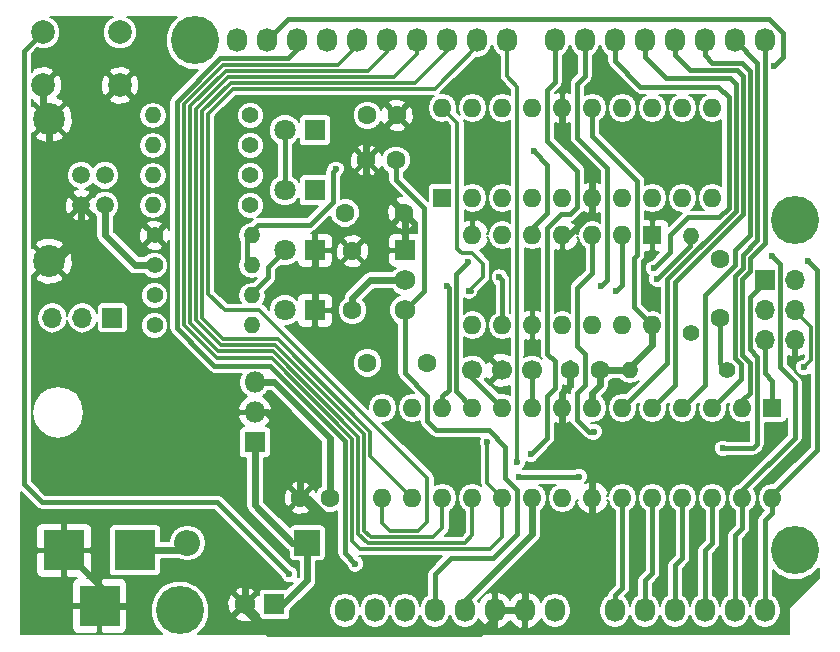
<source format=gbr>
G04 #@! TF.FileFunction,Copper,L2,Bot,Signal*
%FSLAX46Y46*%
G04 Gerber Fmt 4.6, Leading zero omitted, Abs format (unit mm)*
G04 Created by KiCad (PCBNEW 4.0.6) date 08/25/20 17:01:17*
%MOMM*%
%LPD*%
G01*
G04 APERTURE LIST*
%ADD10C,0.100000*%
%ADD11C,1.750000*%
%ADD12R,1.700000X1.700000*%
%ADD13R,2.200000X2.200000*%
%ADD14O,2.200000X2.200000*%
%ADD15C,1.600000*%
%ADD16O,1.700000X1.700000*%
%ADD17C,1.520000*%
%ADD18C,2.700000*%
%ADD19R,3.500000X3.500000*%
%ADD20O,1.727200X2.032000*%
%ADD21C,4.064000*%
%ADD22C,2.000000*%
%ADD23R,1.800000X1.800000*%
%ADD24O,1.800000X1.800000*%
%ADD25R,1.600000X1.600000*%
%ADD26O,1.600000X1.600000*%
%ADD27C,1.700000*%
%ADD28C,1.800000*%
%ADD29R,1.750000X1.750000*%
%ADD30C,1.400000*%
%ADD31O,1.400000X1.400000*%
%ADD32C,0.600000*%
%ADD33C,0.406400*%
%ADD34C,0.609600*%
%ADD35C,0.304800*%
%ADD36C,0.200000*%
G04 APERTURE END LIST*
D10*
D11*
X144018000Y-98425000D03*
X144018000Y-95885000D03*
D12*
X144018000Y-93345000D03*
D13*
X135763000Y-118110000D03*
D14*
X125603000Y-118110000D03*
D15*
X138938000Y-90170000D03*
X143938000Y-90170000D03*
X170688000Y-99060000D03*
X170688000Y-94060000D03*
X139573000Y-98425000D03*
X139573000Y-93425000D03*
D12*
X174498000Y-95885000D03*
D16*
X177038000Y-95885000D03*
X174498000Y-98425000D03*
X177038000Y-98425000D03*
X174498000Y-100965000D03*
X177038000Y-100965000D03*
D15*
X140843000Y-102870000D03*
X145843000Y-102870000D03*
D17*
X118618000Y-86995000D03*
X118618000Y-89535000D03*
X116618000Y-89535000D03*
X116618000Y-86995000D03*
D18*
X113918000Y-82265000D03*
X113918000Y-94265000D03*
D19*
X121158000Y-118745000D03*
X115158000Y-118745000D03*
X118158000Y-123445000D03*
D12*
X119253000Y-99060000D03*
D16*
X116713000Y-99060000D03*
X114173000Y-99060000D03*
D20*
X138938000Y-123825000D03*
X141478000Y-123825000D03*
X144018000Y-123825000D03*
X146558000Y-123825000D03*
X149098000Y-123825000D03*
X151638000Y-123825000D03*
X154178000Y-123825000D03*
X156718000Y-123825000D03*
X161798000Y-123825000D03*
X164338000Y-123825000D03*
X166878000Y-123825000D03*
X169418000Y-123825000D03*
X171958000Y-123825000D03*
X174498000Y-123825000D03*
X129794000Y-75565000D03*
X132334000Y-75565000D03*
X134874000Y-75565000D03*
X137414000Y-75565000D03*
X139954000Y-75565000D03*
X142494000Y-75565000D03*
X145034000Y-75565000D03*
X147574000Y-75565000D03*
X150114000Y-75565000D03*
X152654000Y-75565000D03*
X156718000Y-75565000D03*
X159258000Y-75565000D03*
X161798000Y-75565000D03*
X164338000Y-75565000D03*
X166878000Y-75565000D03*
X169418000Y-75565000D03*
X171958000Y-75565000D03*
X174498000Y-75565000D03*
D21*
X124968000Y-123825000D03*
X177038000Y-118745000D03*
X126238000Y-75565000D03*
X177038000Y-90805000D03*
D22*
X119888000Y-74875000D03*
X119888000Y-79375000D03*
X113388000Y-74875000D03*
X113388000Y-79375000D03*
D23*
X131318000Y-109601000D03*
D24*
X131318000Y-107061000D03*
X131318000Y-104521000D03*
D25*
X147193000Y-88900000D03*
D26*
X170053000Y-81280000D03*
X149733000Y-88900000D03*
X167513000Y-81280000D03*
X152273000Y-88900000D03*
X164973000Y-81280000D03*
X154813000Y-88900000D03*
X162433000Y-81280000D03*
X157353000Y-88900000D03*
X159893000Y-81280000D03*
X159893000Y-88900000D03*
X157353000Y-81280000D03*
X162433000Y-88900000D03*
X154813000Y-81280000D03*
X164973000Y-88900000D03*
X152273000Y-81280000D03*
X167513000Y-88900000D03*
X149733000Y-81280000D03*
X170053000Y-88900000D03*
X147193000Y-81280000D03*
D25*
X164973000Y-92075000D03*
D26*
X149733000Y-99695000D03*
X162433000Y-92075000D03*
X152273000Y-99695000D03*
X159893000Y-92075000D03*
X154813000Y-99695000D03*
X157353000Y-92075000D03*
X157353000Y-99695000D03*
X154813000Y-92075000D03*
X159893000Y-99695000D03*
X152273000Y-92075000D03*
X162433000Y-99695000D03*
X149733000Y-92075000D03*
X164973000Y-99695000D03*
D25*
X175133000Y-106680000D03*
D26*
X142113000Y-114300000D03*
X172593000Y-106680000D03*
X144653000Y-114300000D03*
X170053000Y-106680000D03*
X147193000Y-114300000D03*
X167513000Y-106680000D03*
X149733000Y-114300000D03*
X164973000Y-106680000D03*
X152273000Y-114300000D03*
X162433000Y-106680000D03*
X154813000Y-114300000D03*
X159893000Y-106680000D03*
X157353000Y-114300000D03*
X157353000Y-106680000D03*
X159893000Y-114300000D03*
X154813000Y-106680000D03*
X162433000Y-114300000D03*
X152273000Y-106680000D03*
X164973000Y-114300000D03*
X149733000Y-106680000D03*
X167513000Y-114300000D03*
X147193000Y-106680000D03*
X170053000Y-114300000D03*
X144653000Y-106680000D03*
X172593000Y-114300000D03*
X142113000Y-106680000D03*
X175133000Y-114300000D03*
D27*
X149733000Y-103505000D03*
X152233000Y-103505000D03*
X154733000Y-103505000D03*
D23*
X136398000Y-98425000D03*
D28*
X133858000Y-98425000D03*
D23*
X136398000Y-83185000D03*
D28*
X133858000Y-83185000D03*
D23*
X136398000Y-88265000D03*
D28*
X133858000Y-88265000D03*
D23*
X136398000Y-93345000D03*
D28*
X133858000Y-93345000D03*
D15*
X160528000Y-103505000D03*
X158028000Y-103505000D03*
X137668000Y-114300000D03*
X135168000Y-114300000D03*
X140843000Y-81915000D03*
X143343000Y-81915000D03*
X143256000Y-85725000D03*
X140756000Y-85725000D03*
D29*
X132969000Y-123317000D03*
D11*
X130469000Y-123317000D03*
D30*
X122813000Y-97155000D03*
D31*
X131063000Y-97155000D03*
D30*
X168248000Y-100365000D03*
D31*
X168248000Y-92115000D03*
D30*
X171319000Y-103505000D03*
D31*
X163069000Y-103505000D03*
D30*
X122813000Y-92075000D03*
D31*
X131063000Y-92075000D03*
D30*
X130933000Y-89535000D03*
D31*
X122683000Y-89535000D03*
D30*
X130933000Y-86995000D03*
D31*
X122683000Y-86995000D03*
D30*
X122813000Y-99695000D03*
D31*
X131063000Y-99695000D03*
D30*
X122813000Y-94615000D03*
D31*
X131063000Y-94615000D03*
D30*
X130933000Y-84455000D03*
D31*
X122683000Y-84455000D03*
D30*
X130933000Y-81915000D03*
D31*
X122683000Y-81915000D03*
D32*
X134239000Y-120777000D03*
X121158000Y-111125000D03*
X118618000Y-106045000D03*
X118618000Y-108585000D03*
X116078000Y-111125000D03*
X113538000Y-111125000D03*
X118618000Y-111125000D03*
X121158000Y-108585000D03*
X123698000Y-108585000D03*
X126238000Y-108585000D03*
X126238000Y-111125000D03*
X123698000Y-111125000D03*
X118618000Y-103505000D03*
X121158000Y-103505000D03*
X121158000Y-106045000D03*
X123698000Y-106045000D03*
X126238000Y-106045000D03*
X116078000Y-103505000D03*
X113538000Y-103505000D03*
X139827000Y-119888000D03*
X175260000Y-77724000D03*
X175133000Y-93853000D03*
X178181000Y-94234000D03*
X153543000Y-111252000D03*
X154686000Y-110617000D03*
X160655000Y-96393000D03*
X147574000Y-96393000D03*
X149352000Y-94361000D03*
X165100000Y-94869000D03*
X152019000Y-95631000D03*
X165354000Y-95758000D03*
X151003000Y-109601000D03*
X170942000Y-110109000D03*
X160020000Y-108712000D03*
X138176000Y-86487000D03*
X154940000Y-84963000D03*
X161925000Y-96774000D03*
X149479000Y-96774000D03*
X177800000Y-103251000D03*
X153670000Y-112522000D03*
X158750000Y-112522000D03*
D33*
X170688000Y-99060000D02*
X170688000Y-102874000D01*
X170688000Y-102874000D02*
X171319000Y-103505000D01*
X113388000Y-74875000D02*
X113339000Y-74875000D01*
X113339000Y-74875000D02*
X111760000Y-76454000D01*
X111760000Y-76454000D02*
X111760000Y-113157000D01*
X174498000Y-100965000D02*
X174498000Y-103759000D01*
X174498000Y-103759000D02*
X175133000Y-104394000D01*
X128143000Y-114681000D02*
X134239000Y-120777000D01*
X113284000Y-114681000D02*
X128143000Y-114681000D01*
X111760000Y-113157000D02*
X113284000Y-114681000D01*
X175133000Y-104394000D02*
X175133000Y-106680000D01*
D34*
X132969000Y-125730000D02*
X133858000Y-125730000D01*
X136398000Y-114935000D02*
X135763000Y-114300000D01*
X137668000Y-121285000D02*
X137668000Y-116205000D01*
X137668000Y-116205000D02*
X136398000Y-114935000D01*
X137668000Y-121920000D02*
X137668000Y-121285000D01*
X133858000Y-125730000D02*
X137668000Y-121920000D01*
X130469000Y-123317000D02*
X130469000Y-123738000D01*
X130469000Y-123738000D02*
X132461000Y-125730000D01*
X132461000Y-125730000D02*
X132969000Y-125730000D01*
X132969000Y-125730000D02*
X134493000Y-125730000D01*
X128778000Y-120650000D02*
X129667000Y-120650000D01*
X130469000Y-121452000D02*
X130469000Y-123317000D01*
X129667000Y-120650000D02*
X130469000Y-121452000D01*
X143938000Y-90090000D02*
X140756000Y-86908000D01*
X140756000Y-86908000D02*
X140756000Y-85725000D01*
D35*
X118618000Y-108585000D02*
X116078000Y-111125000D01*
X113538000Y-111125000D02*
X118618000Y-111125000D01*
X116078000Y-103505000D02*
X118618000Y-106045000D01*
X123698000Y-108585000D02*
X121158000Y-108585000D01*
X126238000Y-111125000D02*
X126238000Y-108585000D01*
X121158000Y-111125000D02*
X123698000Y-111125000D01*
X118618000Y-103505000D02*
X116078000Y-103505000D01*
X121158000Y-106045000D02*
X121158000Y-103505000D01*
X126238000Y-106045000D02*
X123698000Y-106045000D01*
X113538000Y-103505000D02*
X116078000Y-103505000D01*
D34*
X140756000Y-85725000D02*
X140756000Y-84502000D01*
X140756000Y-84502000D02*
X143343000Y-81915000D01*
X157353000Y-92075000D02*
X157924500Y-92075000D01*
X157924500Y-92075000D02*
X159893000Y-90106500D01*
X159893000Y-90106500D02*
X159893000Y-88900000D01*
X157353000Y-81280000D02*
X157353000Y-83820000D01*
X159893000Y-86360000D02*
X159893000Y-88900000D01*
X157353000Y-83820000D02*
X159893000Y-86360000D01*
X143938000Y-90170000D02*
X143938000Y-90090000D01*
X144018000Y-93345000D02*
X144018000Y-90250000D01*
X144018000Y-90250000D02*
X143938000Y-90170000D01*
X136398000Y-98425000D02*
X136398000Y-93345000D01*
X113918000Y-82265000D02*
X113918000Y-86835000D01*
X113918000Y-86835000D02*
X116618000Y-89535000D01*
X113388000Y-79375000D02*
X113388000Y-81735000D01*
X113388000Y-81735000D02*
X113918000Y-82265000D01*
X157353000Y-106680000D02*
X157353000Y-105410000D01*
X158028000Y-104735000D02*
X158028000Y-103505000D01*
X157353000Y-105410000D02*
X158028000Y-104735000D01*
X152233000Y-103505000D02*
X152233000Y-102910000D01*
X158028000Y-102910000D02*
X158028000Y-103505000D01*
X159893000Y-114300000D02*
X159893000Y-110490000D01*
X157353000Y-107950000D02*
X157353000Y-106680000D01*
X159893000Y-110490000D02*
X157353000Y-107950000D01*
X151638000Y-123825000D02*
X151638000Y-124460000D01*
X151638000Y-124460000D02*
X150368000Y-125730000D01*
X150368000Y-125730000D02*
X134493000Y-125730000D01*
X159893000Y-114300000D02*
X159893000Y-115570000D01*
X154178000Y-121285000D02*
X154178000Y-123825000D01*
X159893000Y-115570000D02*
X154178000Y-121285000D01*
X151638000Y-123825000D02*
X154178000Y-123825000D01*
X113918000Y-94265000D02*
X114523000Y-94265000D01*
X114523000Y-94265000D02*
X116618000Y-92170000D01*
X116618000Y-92170000D02*
X116618000Y-89535000D01*
X135168000Y-114300000D02*
X135168000Y-109895000D01*
X132334000Y-107061000D02*
X131318000Y-107061000D01*
X135168000Y-109895000D02*
X132334000Y-107061000D01*
X135763000Y-114300000D02*
X135168000Y-114300000D01*
X118158000Y-123445000D02*
X120903000Y-123445000D01*
X120903000Y-123445000D02*
X123698000Y-120650000D01*
X123698000Y-120650000D02*
X128778000Y-120650000D01*
X128778000Y-120650000D02*
X128802000Y-120650000D01*
X118158000Y-123445000D02*
X118158000Y-121745000D01*
X118158000Y-121745000D02*
X115158000Y-118745000D01*
X132969000Y-123317000D02*
X133731000Y-123317000D01*
X135763000Y-121285000D02*
X135763000Y-118110000D01*
X133731000Y-123317000D02*
X135763000Y-121285000D01*
X135763000Y-118110000D02*
X134493000Y-118110000D01*
X131318000Y-114935000D02*
X131318000Y-109601000D01*
X134493000Y-118110000D02*
X131318000Y-114935000D01*
D33*
X162433000Y-114300000D02*
X162433000Y-121920000D01*
X161798000Y-122555000D02*
X161798000Y-123825000D01*
X162433000Y-121920000D02*
X161798000Y-122555000D01*
X164973000Y-114300000D02*
X164973000Y-120650000D01*
X164338000Y-121285000D02*
X164338000Y-123825000D01*
X164973000Y-120650000D02*
X164338000Y-121285000D01*
X167513000Y-114300000D02*
X167513000Y-119380000D01*
X166878000Y-120015000D02*
X166878000Y-123825000D01*
X167513000Y-119380000D02*
X166878000Y-120015000D01*
X170053000Y-114300000D02*
X170053000Y-118110000D01*
X169418000Y-118745000D02*
X169418000Y-123825000D01*
X170053000Y-118110000D02*
X169418000Y-118745000D01*
X127127000Y-102362000D02*
X127889000Y-103124000D01*
X138938000Y-118999000D02*
X139827000Y-119888000D01*
X138938000Y-109488734D02*
X138938000Y-118999000D01*
X132573266Y-103124000D02*
X138938000Y-109488734D01*
X128143000Y-103124000D02*
X132573266Y-103124000D01*
X124714000Y-99949000D02*
X127127000Y-102362000D01*
X124714000Y-97536000D02*
X124714000Y-99949000D01*
X124714000Y-80772000D02*
X124714000Y-97536000D01*
X128397000Y-77089000D02*
X124714000Y-80772000D01*
X134112000Y-77089000D02*
X128397000Y-77089000D01*
X134112000Y-77089000D02*
X134874000Y-76327000D01*
X127889000Y-103124000D02*
X128143000Y-103124000D01*
X134874000Y-75565000D02*
X134874000Y-76327000D01*
X172593000Y-114300000D02*
X172593000Y-113665000D01*
X172593000Y-113665000D02*
X177038000Y-109220000D01*
X134112000Y-73787000D02*
X132334000Y-75565000D01*
X174879000Y-73787000D02*
X134112000Y-73787000D01*
X176022000Y-74930000D02*
X174879000Y-73787000D01*
X176022000Y-76962000D02*
X176022000Y-74930000D01*
X175260000Y-77724000D02*
X176022000Y-76962000D01*
X175768000Y-94488000D02*
X175133000Y-93853000D01*
X175768000Y-103251000D02*
X175768000Y-94488000D01*
X177038000Y-104521000D02*
X175768000Y-103251000D01*
X177038000Y-109220000D02*
X177038000Y-104521000D01*
X172593000Y-114300000D02*
X172593000Y-116840000D01*
X171958000Y-117475000D02*
X171958000Y-123825000D01*
X172593000Y-116840000D02*
X171958000Y-117475000D01*
X175133000Y-114300000D02*
X175133000Y-114046000D01*
X175133000Y-114046000D02*
X178943000Y-110236000D01*
X178943000Y-94996000D02*
X178181000Y-94234000D01*
X178943000Y-110236000D02*
X178943000Y-94996000D01*
X175133000Y-114300000D02*
X175133000Y-115570000D01*
X174498000Y-116205000D02*
X174498000Y-123825000D01*
X175133000Y-115570000D02*
X174498000Y-116205000D01*
X175133000Y-114300000D02*
X175133000Y-114935000D01*
D35*
X150114000Y-75565000D02*
X150114000Y-76073000D01*
X150114000Y-76073000D02*
X146523190Y-79663810D01*
X146523190Y-79663810D02*
X129463522Y-79663810D01*
X129463522Y-79663810D02*
X127368208Y-81759124D01*
X127368208Y-81759124D02*
X127368208Y-97015208D01*
X127368208Y-97015208D02*
X128778000Y-98425000D01*
X128778000Y-98425000D02*
X131699000Y-98425000D01*
X131699000Y-98425000D02*
X145923000Y-112649000D01*
X145923000Y-112649000D02*
X145923000Y-116341594D01*
X145923000Y-116341594D02*
X145161000Y-117103594D01*
X145161000Y-117103594D02*
X142757594Y-117103594D01*
X142757594Y-117103594D02*
X142113000Y-116459000D01*
X142113000Y-116459000D02*
X142113000Y-114300000D01*
X153479500Y-107378500D02*
X153479500Y-111188500D01*
X153543000Y-102171500D02*
X153479500Y-102235000D01*
X153479500Y-102235000D02*
X153479500Y-107378500D01*
X153543000Y-102171500D02*
X153543000Y-101981000D01*
X153479500Y-111188500D02*
X153543000Y-111252000D01*
X153543000Y-79502000D02*
X153543000Y-101981000D01*
X152654000Y-75565000D02*
X152654000Y-78613000D01*
X153543000Y-101981000D02*
X153543000Y-101727000D01*
X152654000Y-78613000D02*
X153543000Y-79502000D01*
D33*
X156083000Y-105664000D02*
X156083000Y-109220000D01*
X156083000Y-91440000D02*
X157226000Y-90297000D01*
X157226000Y-90297000D02*
X157988000Y-90297000D01*
X157988000Y-90297000D02*
X158623000Y-89662000D01*
X158623000Y-89662000D02*
X158623000Y-86614000D01*
X158623000Y-86614000D02*
X156083000Y-84074000D01*
X156083000Y-84074000D02*
X156083000Y-83693000D01*
X156083000Y-101727000D02*
X156083000Y-102108000D01*
X156718000Y-75565000D02*
X156718000Y-79121000D01*
X156083000Y-92583000D02*
X156083000Y-101727000D01*
X156083000Y-79756000D02*
X156083000Y-83693000D01*
X156718000Y-79121000D02*
X156083000Y-79756000D01*
X156718000Y-105029000D02*
X156083000Y-105664000D01*
X156718000Y-102743000D02*
X156718000Y-105029000D01*
X156083000Y-102108000D02*
X156718000Y-102743000D01*
X156083000Y-92583000D02*
X156083000Y-91440000D01*
X156083000Y-109220000D02*
X154686000Y-110617000D01*
X159258000Y-78613000D02*
X158623000Y-79248000D01*
X158623000Y-79248000D02*
X158623000Y-83820000D01*
X158623000Y-83820000D02*
X161163000Y-86360000D01*
X161163000Y-86360000D02*
X161163000Y-95885000D01*
X161163000Y-95885000D02*
X160655000Y-96393000D01*
X147574000Y-96393000D02*
X147729598Y-96548598D01*
X147729598Y-96548598D02*
X147729598Y-105127402D01*
X147729598Y-105127402D02*
X147193000Y-105664000D01*
X147193000Y-106680000D02*
X147193000Y-105664000D01*
X159258000Y-78613000D02*
X159258000Y-75565000D01*
X161798000Y-75565000D02*
X161798000Y-77343000D01*
X148336000Y-105283000D02*
X149733000Y-106680000D01*
X148336000Y-95377000D02*
X148336000Y-105283000D01*
X149352000Y-94361000D02*
X148336000Y-95377000D01*
X166497000Y-93472000D02*
X165100000Y-94869000D01*
X166497000Y-92075000D02*
X166497000Y-93472000D01*
X168021000Y-90551000D02*
X166497000Y-92075000D01*
X170623836Y-90551000D02*
X168021000Y-90551000D01*
X171437392Y-89737444D02*
X170623836Y-90551000D01*
X171437392Y-80378392D02*
X171437392Y-89737444D01*
X170561000Y-79502000D02*
X171437392Y-80378392D01*
X163957000Y-79502000D02*
X170561000Y-79502000D01*
X161798000Y-77343000D02*
X163957000Y-79502000D01*
X164338000Y-75565000D02*
X164338000Y-76962000D01*
X166243000Y-102870000D02*
X162433000Y-106680000D01*
X166243000Y-95789418D02*
X166243000Y-102870000D01*
X172043794Y-89988624D02*
X166243000Y-95789418D01*
X172043794Y-79248000D02*
X172043794Y-89988624D01*
X171507196Y-78711402D02*
X172043794Y-79248000D01*
X166087402Y-78711402D02*
X171507196Y-78711402D01*
X164338000Y-76962000D02*
X166087402Y-78711402D01*
X166878000Y-75565000D02*
X166878000Y-76835000D01*
X166878000Y-104775000D02*
X164973000Y-106680000D01*
X166878000Y-96012000D02*
X166878000Y-104775000D01*
X172650196Y-90239804D02*
X166878000Y-96012000D01*
X172650196Y-78613000D02*
X172650196Y-90239804D01*
X172142196Y-78105000D02*
X172650196Y-78613000D01*
X168148000Y-78105000D02*
X172142196Y-78105000D01*
X166878000Y-76835000D02*
X168148000Y-78105000D01*
X171958000Y-94615000D02*
X169418000Y-97155000D01*
X169418000Y-75565000D02*
X169418000Y-76835000D01*
X169418000Y-104775000D02*
X167513000Y-106680000D01*
X169418000Y-97155000D02*
X169418000Y-104775000D01*
X171958000Y-93345000D02*
X171958000Y-94615000D01*
X173256598Y-92046402D02*
X171958000Y-93345000D01*
X173256598Y-78133598D02*
X173256598Y-92046402D01*
X172593000Y-77470000D02*
X173256598Y-78133598D01*
X170053000Y-77470000D02*
X172593000Y-77470000D01*
X169418000Y-76835000D02*
X170053000Y-77470000D01*
X152019000Y-95631000D02*
X152019000Y-95504000D01*
X168148000Y-92075000D02*
X168148000Y-92964000D01*
X152273000Y-95885000D02*
X152273000Y-99695000D01*
X152019000Y-95631000D02*
X152273000Y-95885000D01*
X168148000Y-92964000D02*
X165354000Y-95758000D01*
D35*
X151003000Y-109601000D02*
X151003000Y-113030000D01*
X139954000Y-75565000D02*
X139954000Y-76073000D01*
X139954000Y-76073000D02*
X138382398Y-77644602D01*
X138382398Y-77644602D02*
X128627138Y-77644602D01*
X128627138Y-77644602D02*
X125349000Y-80922740D01*
X125349000Y-80922740D02*
X125349000Y-99695000D01*
X125349000Y-99695000D02*
X128143000Y-102489000D01*
X128143000Y-102489000D02*
X132724006Y-102489000D01*
X132724006Y-102489000D02*
X139573000Y-109337994D01*
X139573000Y-109337994D02*
X139573000Y-117983000D01*
X139573000Y-117983000D02*
X140208000Y-118618000D01*
X140208000Y-118618000D02*
X151257000Y-118618000D01*
X151257000Y-118618000D02*
X152273000Y-117602000D01*
X151003000Y-113030000D02*
X152273000Y-114300000D01*
X152273000Y-117602000D02*
X152273000Y-114300000D01*
D33*
X143256000Y-85725000D02*
X143256000Y-87376000D01*
X145669000Y-96774000D02*
X144018000Y-98425000D01*
X145669000Y-89789000D02*
X145669000Y-96774000D01*
X143256000Y-87376000D02*
X145669000Y-89789000D01*
X145923000Y-107823000D02*
X145923000Y-105664000D01*
X145923000Y-107823000D02*
X146685000Y-108585000D01*
X146685000Y-108585000D02*
X151130000Y-108585000D01*
X151130000Y-108585000D02*
X152527000Y-109982000D01*
X152527000Y-109982000D02*
X152527000Y-112649000D01*
X152527000Y-112649000D02*
X153543000Y-113665000D01*
X153543000Y-113665000D02*
X153543000Y-117348000D01*
X153543000Y-117348000D02*
X151511000Y-119380000D01*
X151511000Y-119380000D02*
X147955000Y-119380000D01*
X147955000Y-119380000D02*
X146558000Y-120777000D01*
X146558000Y-123825000D02*
X146558000Y-120777000D01*
X144018000Y-103759000D02*
X144018000Y-98425000D01*
X145923000Y-105664000D02*
X144018000Y-103759000D01*
X138938000Y-90170000D02*
X138938000Y-90424000D01*
X133858000Y-83185000D02*
X133858000Y-88265000D01*
X174498000Y-95885000D02*
X174498000Y-96012000D01*
X174498000Y-96012000D02*
X173228000Y-97282000D01*
X173228000Y-97282000D02*
X173228000Y-101727000D01*
X173228000Y-101727000D02*
X173834402Y-102333402D01*
X173834402Y-102333402D02*
X173834402Y-109756598D01*
X173834402Y-109756598D02*
X173482000Y-110109000D01*
X173482000Y-110109000D02*
X170942000Y-110109000D01*
D35*
X149733000Y-117475000D02*
X149733000Y-114300000D01*
X149094802Y-118113198D02*
X149733000Y-117475000D01*
X140846198Y-118113198D02*
X149094802Y-118113198D01*
X140077802Y-117344802D02*
X140846198Y-118113198D01*
X140077802Y-109128898D02*
X140077802Y-117344802D01*
X132806102Y-101857198D02*
X140077802Y-109128898D01*
X128225096Y-101857198D02*
X132806102Y-101857198D01*
X125853802Y-99485904D02*
X128225096Y-101857198D01*
X125853802Y-81131836D02*
X125853802Y-99485904D01*
X128836234Y-78149404D02*
X125853802Y-81131836D01*
X140925596Y-78149404D02*
X128836234Y-78149404D01*
X142494000Y-76581000D02*
X140925596Y-78149404D01*
X142494000Y-75565000D02*
X142494000Y-76581000D01*
D34*
X137668000Y-114300000D02*
X137668000Y-109220000D01*
X132969000Y-104521000D02*
X131318000Y-104521000D01*
X137668000Y-109220000D02*
X132969000Y-104521000D01*
X163069000Y-103505000D02*
X163069000Y-103250000D01*
X163069000Y-103250000D02*
X164973000Y-101346000D01*
X164973000Y-101346000D02*
X164973000Y-99695000D01*
X160528000Y-103505000D02*
X163069000Y-103505000D01*
X139573000Y-98425000D02*
X139573000Y-97409000D01*
X141097000Y-95885000D02*
X144018000Y-95885000D01*
X139573000Y-97409000D02*
X141097000Y-95885000D01*
D33*
X159893000Y-81280000D02*
X159893000Y-83693000D01*
X159893000Y-83693000D02*
X163703000Y-87503000D01*
X163703000Y-87503000D02*
X163703000Y-93726000D01*
X163703000Y-93726000D02*
X163449000Y-93980000D01*
X163449000Y-93980000D02*
X163449000Y-98171000D01*
X163449000Y-98171000D02*
X164973000Y-99695000D01*
D34*
X159893000Y-106680000D02*
X159893000Y-105410000D01*
X159893000Y-105410000D02*
X160528000Y-104775000D01*
X160528000Y-104775000D02*
X160528000Y-103505000D01*
X149098000Y-123825000D02*
X149098000Y-123063000D01*
X154813000Y-117348000D02*
X154813000Y-114300000D01*
X149098000Y-123063000D02*
X154813000Y-117348000D01*
X121158000Y-118745000D02*
X124968000Y-118745000D01*
X124968000Y-118745000D02*
X125603000Y-118110000D01*
D33*
X130683000Y-97155000D02*
X130937000Y-97155000D01*
X130937000Y-97155000D02*
X132461000Y-95631000D01*
X132461000Y-95631000D02*
X132461000Y-94742000D01*
X132461000Y-94742000D02*
X133858000Y-93345000D01*
D34*
X118618000Y-89535000D02*
X118618000Y-92075000D01*
X121158000Y-94615000D02*
X123063000Y-94615000D01*
X118618000Y-92075000D02*
X121158000Y-94615000D01*
D33*
X170053000Y-106680000D02*
X172466000Y-104267000D01*
X172621598Y-94840402D02*
X171958000Y-95504000D01*
X171958000Y-95504000D02*
X171958000Y-102489000D01*
X171958000Y-102489000D02*
X172466000Y-102997000D01*
X172466000Y-102997000D02*
X172466000Y-104267000D01*
X173863000Y-77470000D02*
X171958000Y-75565000D01*
X173863000Y-92487418D02*
X172621598Y-93728820D01*
X173863000Y-77470000D02*
X173863000Y-92487418D01*
X172621598Y-93728820D02*
X172621598Y-94840402D01*
X173228000Y-93980000D02*
X173228000Y-95091582D01*
X173228000Y-93980000D02*
X174498000Y-92710000D01*
X174498000Y-75565000D02*
X174498000Y-92710000D01*
X173228000Y-105410000D02*
X172593000Y-106045000D01*
X173228000Y-102901418D02*
X173228000Y-105410000D01*
X172564402Y-102237820D02*
X173228000Y-102901418D01*
X172564402Y-95755180D02*
X172564402Y-102237820D01*
X173228000Y-95091582D02*
X172564402Y-95755180D01*
X159893000Y-92075000D02*
X159893000Y-95250000D01*
X159639000Y-108712000D02*
X160020000Y-108712000D01*
X158623000Y-107696000D02*
X159639000Y-108712000D01*
X158623000Y-105410000D02*
X158623000Y-107696000D01*
X159258000Y-104775000D02*
X158623000Y-105410000D01*
X159258000Y-102108000D02*
X159258000Y-104775000D01*
X158623000Y-101473000D02*
X159258000Y-102108000D01*
X158623000Y-96520000D02*
X158623000Y-101473000D01*
X159893000Y-95250000D02*
X158623000Y-96520000D01*
X172593000Y-106680000D02*
X172593000Y-106045000D01*
X131572000Y-91186000D02*
X130683000Y-92075000D01*
X136017000Y-91186000D02*
X131572000Y-91186000D01*
X137922000Y-89281000D02*
X136017000Y-91186000D01*
X137922000Y-86741000D02*
X137922000Y-89281000D01*
X138176000Y-86487000D02*
X137922000Y-86741000D01*
X130683000Y-94615000D02*
X130683000Y-92075000D01*
X154813000Y-92075000D02*
X154813000Y-91440000D01*
X154813000Y-91440000D02*
X156083000Y-90170000D01*
X156083000Y-90170000D02*
X156083000Y-86106000D01*
X156083000Y-86106000D02*
X154940000Y-84963000D01*
D35*
X149733000Y-93599000D02*
X148844000Y-93599000D01*
X149733000Y-93599000D02*
X150622000Y-94488000D01*
X150622000Y-94488000D02*
X150622000Y-95631000D01*
X149479000Y-96774000D02*
X150622000Y-95631000D01*
X148463000Y-82550000D02*
X147193000Y-81280000D01*
X148463000Y-93218000D02*
X148463000Y-82550000D01*
X148844000Y-93599000D02*
X148463000Y-93218000D01*
D33*
X149479000Y-96774000D02*
X149606000Y-96774000D01*
X162433000Y-96266000D02*
X161925000Y-96774000D01*
X162433000Y-92075000D02*
X162433000Y-96266000D01*
X154733000Y-103505000D02*
X154733000Y-106600000D01*
X154733000Y-106600000D02*
X154813000Y-106680000D01*
X149733000Y-103505000D02*
X149733000Y-104140000D01*
X149733000Y-104140000D02*
X152273000Y-106680000D01*
D35*
X178387398Y-99822000D02*
X177038000Y-98472602D01*
X178387398Y-102663602D02*
X177800000Y-103251000D01*
X178387398Y-99822000D02*
X178387398Y-102663602D01*
X177038000Y-98425000D02*
X177038000Y-98472602D01*
X145034000Y-75565000D02*
X145034000Y-76708000D01*
X145034000Y-76708000D02*
X143087794Y-78654206D01*
X143087794Y-78654206D02*
X129045330Y-78654206D01*
X147193000Y-116840000D02*
X147193000Y-114300000D01*
X146424604Y-117608396D02*
X147193000Y-116840000D01*
X141103396Y-117608396D02*
X146424604Y-117608396D01*
X140582604Y-117087604D02*
X141103396Y-117608396D01*
X140582604Y-108919802D02*
X140582604Y-117087604D01*
X133015198Y-101352396D02*
X140582604Y-108919802D01*
X128434192Y-101352396D02*
X133015198Y-101352396D01*
X126358604Y-99276808D02*
X128434192Y-101352396D01*
X126358604Y-81340932D02*
X126358604Y-99276808D01*
X129045330Y-78654206D02*
X126358604Y-81340932D01*
D33*
X153670000Y-112522000D02*
X158750000Y-112522000D01*
D35*
X141087406Y-108710706D02*
X141087406Y-110734406D01*
X144653000Y-114300000D02*
X141087406Y-110734406D01*
X129254426Y-79159008D02*
X126863406Y-81550028D01*
X144868992Y-79159008D02*
X129254426Y-79159008D01*
X144868992Y-79159008D02*
X147574000Y-76454000D01*
X126863406Y-81550028D02*
X126863406Y-99060000D01*
X128651000Y-100847594D02*
X133224294Y-100847594D01*
X126863406Y-99060000D02*
X128651000Y-100847594D01*
X133224294Y-100847594D02*
X141087406Y-108710706D01*
X147574000Y-75565000D02*
X147574000Y-76454000D01*
D36*
G36*
X119067714Y-73645033D02*
X118659467Y-74052569D01*
X118438252Y-74585312D01*
X118437749Y-75162157D01*
X118658033Y-75695286D01*
X119065569Y-76103533D01*
X119598312Y-76324748D01*
X120175157Y-76325251D01*
X120708286Y-76104967D01*
X121116533Y-75697431D01*
X121337748Y-75164688D01*
X121338251Y-74587843D01*
X121117967Y-74054714D01*
X120710431Y-73646467D01*
X120478113Y-73550000D01*
X124743375Y-73550000D01*
X124135090Y-74157224D01*
X123756432Y-75069134D01*
X123755570Y-76056534D01*
X124132636Y-76969103D01*
X124830224Y-77667910D01*
X125742134Y-78046568D01*
X126514993Y-78047243D01*
X124252118Y-80310118D01*
X124110522Y-80522031D01*
X124060800Y-80772000D01*
X124060800Y-91627540D01*
X123975227Y-91420947D01*
X123750303Y-91355486D01*
X123030789Y-92075000D01*
X123750303Y-92794514D01*
X123975227Y-92729053D01*
X124060800Y-92467534D01*
X124060800Y-99949000D01*
X124110522Y-100198969D01*
X124252118Y-100410882D01*
X127427118Y-103585882D01*
X127639031Y-103727478D01*
X127889000Y-103777200D01*
X130204886Y-103777200D01*
X130070763Y-103977929D01*
X129968000Y-104494552D01*
X129968000Y-104547448D01*
X130070763Y-105064071D01*
X130363406Y-105502042D01*
X130674376Y-105709826D01*
X130560836Y-105756852D01*
X130119396Y-106145878D01*
X129860432Y-106674224D01*
X129969872Y-106907000D01*
X131164000Y-106907000D01*
X131164000Y-106887000D01*
X131472000Y-106887000D01*
X131472000Y-106907000D01*
X132666128Y-106907000D01*
X132775568Y-106674224D01*
X132516604Y-106145878D01*
X132075164Y-105756852D01*
X131961624Y-105709826D01*
X132272594Y-105502042D01*
X132423764Y-105275800D01*
X132656352Y-105275800D01*
X136913200Y-109532649D01*
X136913200Y-113287258D01*
X136608919Y-113591007D01*
X136512066Y-113824256D01*
X136413229Y-113585643D01*
X136177969Y-113507820D01*
X135385789Y-114300000D01*
X136177969Y-115092180D01*
X136413229Y-115014357D01*
X136501831Y-114750960D01*
X136607684Y-115007143D01*
X136959007Y-115359081D01*
X137418269Y-115549783D01*
X137915550Y-115550217D01*
X138284800Y-115397645D01*
X138284800Y-118999000D01*
X138334522Y-119248969D01*
X138476118Y-119460882D01*
X139094547Y-120079311D01*
X139190811Y-120312286D01*
X139401605Y-120523448D01*
X139677161Y-120637869D01*
X139975530Y-120638130D01*
X140251286Y-120524189D01*
X140462448Y-120313395D01*
X140576869Y-120037839D01*
X140577130Y-119739470D01*
X140463189Y-119463714D01*
X140252395Y-119252552D01*
X140144588Y-119207787D01*
X140208000Y-119220400D01*
X147190836Y-119220400D01*
X146096118Y-120315118D01*
X145954522Y-120527031D01*
X145904800Y-120777000D01*
X145904800Y-122530837D01*
X145629145Y-122715024D01*
X145344392Y-123141186D01*
X145288000Y-123424687D01*
X145231608Y-123141186D01*
X144946855Y-122715024D01*
X144520693Y-122430271D01*
X144018000Y-122330279D01*
X143515307Y-122430271D01*
X143089145Y-122715024D01*
X142804392Y-123141186D01*
X142748000Y-123424687D01*
X142691608Y-123141186D01*
X142406855Y-122715024D01*
X141980693Y-122430271D01*
X141478000Y-122330279D01*
X140975307Y-122430271D01*
X140549145Y-122715024D01*
X140264392Y-123141186D01*
X140208000Y-123424687D01*
X140151608Y-123141186D01*
X139866855Y-122715024D01*
X139440693Y-122430271D01*
X138938000Y-122330279D01*
X138435307Y-122430271D01*
X138009145Y-122715024D01*
X137724392Y-123141186D01*
X137624400Y-123643879D01*
X137624400Y-124006121D01*
X137724392Y-124508814D01*
X138009145Y-124934976D01*
X138435307Y-125219729D01*
X138938000Y-125319721D01*
X139440693Y-125219729D01*
X139866855Y-124934976D01*
X140151608Y-124508814D01*
X140208000Y-124225313D01*
X140264392Y-124508814D01*
X140549145Y-124934976D01*
X140975307Y-125219729D01*
X141478000Y-125319721D01*
X141980693Y-125219729D01*
X142406855Y-124934976D01*
X142691608Y-124508814D01*
X142748000Y-124225313D01*
X142804392Y-124508814D01*
X143089145Y-124934976D01*
X143515307Y-125219729D01*
X144018000Y-125319721D01*
X144520693Y-125219729D01*
X144946855Y-124934976D01*
X145231608Y-124508814D01*
X145288000Y-124225313D01*
X145344392Y-124508814D01*
X145629145Y-124934976D01*
X146055307Y-125219729D01*
X146558000Y-125319721D01*
X147060693Y-125219729D01*
X147486855Y-124934976D01*
X147771608Y-124508814D01*
X147828000Y-124225313D01*
X147884392Y-124508814D01*
X148169145Y-124934976D01*
X148595307Y-125219729D01*
X149098000Y-125319721D01*
X149600693Y-125219729D01*
X150026855Y-124934976D01*
X150301412Y-124524074D01*
X150384162Y-124747629D01*
X150774359Y-125168822D01*
X151256951Y-125398811D01*
X151484000Y-125287983D01*
X151484000Y-123979000D01*
X151792000Y-123979000D01*
X151792000Y-125287983D01*
X152019049Y-125398811D01*
X152501641Y-125168822D01*
X152891838Y-124747629D01*
X152908000Y-124703966D01*
X152924162Y-124747629D01*
X153314359Y-125168822D01*
X153796951Y-125398811D01*
X154024000Y-125287983D01*
X154024000Y-123979000D01*
X151792000Y-123979000D01*
X151484000Y-123979000D01*
X151464000Y-123979000D01*
X151464000Y-123671000D01*
X151484000Y-123671000D01*
X151484000Y-122362017D01*
X151792000Y-122362017D01*
X151792000Y-123671000D01*
X154024000Y-123671000D01*
X154024000Y-122362017D01*
X154332000Y-122362017D01*
X154332000Y-123671000D01*
X154352000Y-123671000D01*
X154352000Y-123979000D01*
X154332000Y-123979000D01*
X154332000Y-125287983D01*
X154559049Y-125398811D01*
X155041641Y-125168822D01*
X155431838Y-124747629D01*
X155514588Y-124524074D01*
X155789145Y-124934976D01*
X156215307Y-125219729D01*
X156718000Y-125319721D01*
X157220693Y-125219729D01*
X157646855Y-124934976D01*
X157931608Y-124508814D01*
X158031600Y-124006121D01*
X158031600Y-123643879D01*
X157931608Y-123141186D01*
X157646855Y-122715024D01*
X157220693Y-122430271D01*
X156718000Y-122330279D01*
X156215307Y-122430271D01*
X155789145Y-122715024D01*
X155514588Y-123125926D01*
X155431838Y-122902371D01*
X155041641Y-122481178D01*
X154559049Y-122251189D01*
X154332000Y-122362017D01*
X154024000Y-122362017D01*
X153796951Y-122251189D01*
X153314359Y-122481178D01*
X152924162Y-122902371D01*
X152908000Y-122946034D01*
X152891838Y-122902371D01*
X152501641Y-122481178D01*
X152019049Y-122251189D01*
X151792000Y-122362017D01*
X151484000Y-122362017D01*
X151256951Y-122251189D01*
X150774359Y-122481178D01*
X150384162Y-122902371D01*
X150301412Y-123125926D01*
X150221748Y-123006701D01*
X155346725Y-117881724D01*
X155510344Y-117636849D01*
X155567800Y-117348000D01*
X155567800Y-115294623D01*
X155696883Y-115208372D01*
X155967849Y-114802843D01*
X156063000Y-114324489D01*
X156063000Y-114275511D01*
X155967849Y-113797157D01*
X155696883Y-113391628D01*
X155372976Y-113175200D01*
X156793024Y-113175200D01*
X156469117Y-113391628D01*
X156198151Y-113797157D01*
X156103000Y-114275511D01*
X156103000Y-114324489D01*
X156198151Y-114802843D01*
X156469117Y-115208372D01*
X156874646Y-115479338D01*
X157353000Y-115574489D01*
X157831354Y-115479338D01*
X158236883Y-115208372D01*
X158507849Y-114802843D01*
X158577238Y-114454002D01*
X158645434Y-114454002D01*
X158534757Y-114671044D01*
X158780139Y-115162577D01*
X159194944Y-115522791D01*
X159521958Y-115658231D01*
X159739000Y-115546523D01*
X159739000Y-114454000D01*
X159719000Y-114454000D01*
X159719000Y-114146000D01*
X159739000Y-114146000D01*
X159739000Y-113053477D01*
X159521958Y-112941769D01*
X159298282Y-113034409D01*
X159385448Y-112947395D01*
X159499869Y-112671839D01*
X159500130Y-112373470D01*
X159386189Y-112097714D01*
X159175395Y-111886552D01*
X158899839Y-111772131D01*
X158601470Y-111771870D01*
X158366883Y-111868800D01*
X154052643Y-111868800D01*
X154006078Y-111849464D01*
X154178448Y-111677395D01*
X154292869Y-111401839D01*
X154292988Y-111265895D01*
X154536161Y-111366869D01*
X154834530Y-111367130D01*
X155110286Y-111253189D01*
X155321448Y-111042395D01*
X155418787Y-110807977D01*
X156544882Y-109681882D01*
X156686478Y-109469969D01*
X156736200Y-109220000D01*
X156736200Y-107936445D01*
X156981958Y-108038231D01*
X157199000Y-107926523D01*
X157199000Y-106834000D01*
X157179000Y-106834000D01*
X157179000Y-106526000D01*
X157199000Y-106526000D01*
X157199000Y-105462270D01*
X157226453Y-105421184D01*
X157321478Y-105278969D01*
X157371200Y-105029000D01*
X157371200Y-104769590D01*
X157844548Y-104928815D01*
X158205049Y-104904187D01*
X158161118Y-104948118D01*
X158019522Y-105160031D01*
X157969800Y-105410000D01*
X157969800Y-105423555D01*
X157724042Y-105321769D01*
X157507000Y-105433477D01*
X157507000Y-106526000D01*
X157527000Y-106526000D01*
X157527000Y-106834000D01*
X157507000Y-106834000D01*
X157507000Y-107926523D01*
X157724042Y-108038231D01*
X158013987Y-107918144D01*
X158019522Y-107945969D01*
X158161118Y-108157882D01*
X159177118Y-109173882D01*
X159389031Y-109315478D01*
X159635845Y-109364572D01*
X159870161Y-109461869D01*
X160168530Y-109462130D01*
X160444286Y-109348189D01*
X160655448Y-109137395D01*
X160769869Y-108861839D01*
X160770130Y-108563470D01*
X160656189Y-108287714D01*
X160445395Y-108076552D01*
X160169839Y-107962131D01*
X159871470Y-107961870D01*
X159829837Y-107979073D01*
X159783465Y-107932701D01*
X159893000Y-107954489D01*
X160371354Y-107859338D01*
X160776883Y-107588372D01*
X161047849Y-107182843D01*
X161143000Y-106704489D01*
X161143000Y-106655511D01*
X161047849Y-106177157D01*
X160776883Y-105771628D01*
X160670142Y-105700306D01*
X161061724Y-105308724D01*
X161225344Y-105063849D01*
X161282800Y-104775000D01*
X161282800Y-104517742D01*
X161541194Y-104259800D01*
X162194294Y-104259800D01*
X162233297Y-104318173D01*
X162606384Y-104567461D01*
X163046470Y-104655000D01*
X163091530Y-104655000D01*
X163531616Y-104567461D01*
X163803324Y-104385912D01*
X162725536Y-105463700D01*
X162433000Y-105405511D01*
X161954646Y-105500662D01*
X161549117Y-105771628D01*
X161278151Y-106177157D01*
X161183000Y-106655511D01*
X161183000Y-106704489D01*
X161278151Y-107182843D01*
X161549117Y-107588372D01*
X161954646Y-107859338D01*
X162433000Y-107954489D01*
X162911354Y-107859338D01*
X163316883Y-107588372D01*
X163587849Y-107182843D01*
X163683000Y-106704489D01*
X163683000Y-106655511D01*
X163632937Y-106403827D01*
X163807857Y-106228907D01*
X163723000Y-106655511D01*
X163723000Y-106704489D01*
X163818151Y-107182843D01*
X164089117Y-107588372D01*
X164494646Y-107859338D01*
X164973000Y-107954489D01*
X165451354Y-107859338D01*
X165856883Y-107588372D01*
X166127849Y-107182843D01*
X166223000Y-106704489D01*
X166223000Y-106655511D01*
X166172937Y-106403827D01*
X166347857Y-106228907D01*
X166263000Y-106655511D01*
X166263000Y-106704489D01*
X166358151Y-107182843D01*
X166629117Y-107588372D01*
X167034646Y-107859338D01*
X167513000Y-107954489D01*
X167991354Y-107859338D01*
X168396883Y-107588372D01*
X168667849Y-107182843D01*
X168763000Y-106704489D01*
X168763000Y-106655511D01*
X168712937Y-106403827D01*
X168887857Y-106228907D01*
X168803000Y-106655511D01*
X168803000Y-106704489D01*
X168898151Y-107182843D01*
X169169117Y-107588372D01*
X169574646Y-107859338D01*
X170053000Y-107954489D01*
X170531354Y-107859338D01*
X170936883Y-107588372D01*
X171207849Y-107182843D01*
X171303000Y-106704489D01*
X171303000Y-106655511D01*
X171252937Y-106403827D01*
X171427857Y-106228907D01*
X171343000Y-106655511D01*
X171343000Y-106704489D01*
X171438151Y-107182843D01*
X171709117Y-107588372D01*
X172114646Y-107859338D01*
X172593000Y-107954489D01*
X173071354Y-107859338D01*
X173181202Y-107785940D01*
X173181202Y-109455800D01*
X171324643Y-109455800D01*
X171091839Y-109359131D01*
X170793470Y-109358870D01*
X170517714Y-109472811D01*
X170306552Y-109683605D01*
X170192131Y-109959161D01*
X170191870Y-110257530D01*
X170305811Y-110533286D01*
X170516605Y-110744448D01*
X170792161Y-110858869D01*
X171090530Y-110859130D01*
X171325117Y-110762200D01*
X173482000Y-110762200D01*
X173731969Y-110712478D01*
X173943882Y-110570882D01*
X174296284Y-110218480D01*
X174369436Y-110109000D01*
X174437880Y-110006567D01*
X174487602Y-109756598D01*
X174487602Y-107938816D01*
X175933000Y-107938816D01*
X176099760Y-107907438D01*
X176252919Y-107808883D01*
X176355668Y-107658505D01*
X176384800Y-107514646D01*
X176384800Y-108949436D01*
X172238138Y-113096098D01*
X172114646Y-113120662D01*
X171709117Y-113391628D01*
X171438151Y-113797157D01*
X171343000Y-114275511D01*
X171343000Y-114324489D01*
X171438151Y-114802843D01*
X171709117Y-115208372D01*
X171939800Y-115362510D01*
X171939800Y-116569436D01*
X171496118Y-117013118D01*
X171354522Y-117225031D01*
X171304800Y-117475000D01*
X171304800Y-122530837D01*
X171029145Y-122715024D01*
X170744392Y-123141186D01*
X170688000Y-123424687D01*
X170631608Y-123141186D01*
X170346855Y-122715024D01*
X170071200Y-122530837D01*
X170071200Y-119015564D01*
X170514882Y-118571882D01*
X170536747Y-118539159D01*
X170656478Y-118359969D01*
X170706200Y-118110000D01*
X170706200Y-115362510D01*
X170936883Y-115208372D01*
X171207849Y-114802843D01*
X171303000Y-114324489D01*
X171303000Y-114275511D01*
X171207849Y-113797157D01*
X170936883Y-113391628D01*
X170531354Y-113120662D01*
X170053000Y-113025511D01*
X169574646Y-113120662D01*
X169169117Y-113391628D01*
X168898151Y-113797157D01*
X168803000Y-114275511D01*
X168803000Y-114324489D01*
X168898151Y-114802843D01*
X169169117Y-115208372D01*
X169399800Y-115362510D01*
X169399800Y-117839436D01*
X168956118Y-118283118D01*
X168814522Y-118495031D01*
X168764800Y-118745000D01*
X168764800Y-122530837D01*
X168489145Y-122715024D01*
X168204392Y-123141186D01*
X168148000Y-123424687D01*
X168091608Y-123141186D01*
X167806855Y-122715024D01*
X167531200Y-122530837D01*
X167531200Y-120285564D01*
X167974882Y-119841882D01*
X168026232Y-119765031D01*
X168116478Y-119629969D01*
X168166200Y-119380000D01*
X168166200Y-115362510D01*
X168396883Y-115208372D01*
X168667849Y-114802843D01*
X168763000Y-114324489D01*
X168763000Y-114275511D01*
X168667849Y-113797157D01*
X168396883Y-113391628D01*
X167991354Y-113120662D01*
X167513000Y-113025511D01*
X167034646Y-113120662D01*
X166629117Y-113391628D01*
X166358151Y-113797157D01*
X166263000Y-114275511D01*
X166263000Y-114324489D01*
X166358151Y-114802843D01*
X166629117Y-115208372D01*
X166859800Y-115362510D01*
X166859800Y-119109436D01*
X166416118Y-119553118D01*
X166274522Y-119765031D01*
X166224800Y-120015000D01*
X166224800Y-122530837D01*
X165949145Y-122715024D01*
X165664392Y-123141186D01*
X165608000Y-123424687D01*
X165551608Y-123141186D01*
X165266855Y-122715024D01*
X164991200Y-122530837D01*
X164991200Y-121555564D01*
X165434882Y-121111882D01*
X165491619Y-121026969D01*
X165576478Y-120899969D01*
X165626200Y-120650000D01*
X165626200Y-115362510D01*
X165856883Y-115208372D01*
X166127849Y-114802843D01*
X166223000Y-114324489D01*
X166223000Y-114275511D01*
X166127849Y-113797157D01*
X165856883Y-113391628D01*
X165451354Y-113120662D01*
X164973000Y-113025511D01*
X164494646Y-113120662D01*
X164089117Y-113391628D01*
X163818151Y-113797157D01*
X163723000Y-114275511D01*
X163723000Y-114324489D01*
X163818151Y-114802843D01*
X164089117Y-115208372D01*
X164319800Y-115362510D01*
X164319800Y-120379436D01*
X163876118Y-120823118D01*
X163734522Y-121035031D01*
X163684800Y-121285000D01*
X163684800Y-122530837D01*
X163409145Y-122715024D01*
X163124392Y-123141186D01*
X163068000Y-123424687D01*
X163011608Y-123141186D01*
X162726855Y-122715024D01*
X162627876Y-122648888D01*
X162894882Y-122381882D01*
X162966138Y-122275240D01*
X163036478Y-122169969D01*
X163086200Y-121920000D01*
X163086200Y-115362510D01*
X163316883Y-115208372D01*
X163587849Y-114802843D01*
X163683000Y-114324489D01*
X163683000Y-114275511D01*
X163587849Y-113797157D01*
X163316883Y-113391628D01*
X162911354Y-113120662D01*
X162433000Y-113025511D01*
X161954646Y-113120662D01*
X161549117Y-113391628D01*
X161278151Y-113797157D01*
X161208762Y-114145998D01*
X161140566Y-114145998D01*
X161251243Y-113928956D01*
X161005861Y-113437423D01*
X160591056Y-113077209D01*
X160264042Y-112941769D01*
X160047000Y-113053477D01*
X160047000Y-114146000D01*
X160067000Y-114146000D01*
X160067000Y-114454000D01*
X160047000Y-114454000D01*
X160047000Y-115546523D01*
X160264042Y-115658231D01*
X160591056Y-115522791D01*
X161005861Y-115162577D01*
X161251243Y-114671044D01*
X161140566Y-114454002D01*
X161208762Y-114454002D01*
X161278151Y-114802843D01*
X161549117Y-115208372D01*
X161779800Y-115362510D01*
X161779800Y-121649436D01*
X161336118Y-122093118D01*
X161194522Y-122305031D01*
X161150343Y-122527133D01*
X160869145Y-122715024D01*
X160584392Y-123141186D01*
X160484400Y-123643879D01*
X160484400Y-124006121D01*
X160584392Y-124508814D01*
X160869145Y-124934976D01*
X161295307Y-125219729D01*
X161798000Y-125319721D01*
X162300693Y-125219729D01*
X162726855Y-124934976D01*
X163011608Y-124508814D01*
X163068000Y-124225313D01*
X163124392Y-124508814D01*
X163409145Y-124934976D01*
X163835307Y-125219729D01*
X164338000Y-125319721D01*
X164840693Y-125219729D01*
X165266855Y-124934976D01*
X165551608Y-124508814D01*
X165608000Y-124225313D01*
X165664392Y-124508814D01*
X165949145Y-124934976D01*
X166375307Y-125219729D01*
X166878000Y-125319721D01*
X167380693Y-125219729D01*
X167806855Y-124934976D01*
X168091608Y-124508814D01*
X168148000Y-124225313D01*
X168204392Y-124508814D01*
X168489145Y-124934976D01*
X168915307Y-125219729D01*
X169418000Y-125319721D01*
X169920693Y-125219729D01*
X170346855Y-124934976D01*
X170631608Y-124508814D01*
X170688000Y-124225313D01*
X170744392Y-124508814D01*
X171029145Y-124934976D01*
X171455307Y-125219729D01*
X171958000Y-125319721D01*
X172460693Y-125219729D01*
X172886855Y-124934976D01*
X173171608Y-124508814D01*
X173228000Y-124225313D01*
X173284392Y-124508814D01*
X173569145Y-124934976D01*
X173995307Y-125219729D01*
X174498000Y-125319721D01*
X175000693Y-125219729D01*
X175426855Y-124934976D01*
X175711608Y-124508814D01*
X175811600Y-124006121D01*
X175811600Y-123643879D01*
X175711608Y-123141186D01*
X175426855Y-122715024D01*
X175151200Y-122530837D01*
X175151200Y-120368049D01*
X175630224Y-120847910D01*
X176542134Y-121226568D01*
X177529534Y-121227430D01*
X178442103Y-120850364D01*
X179053000Y-120240533D01*
X179053000Y-121067538D01*
X176666769Y-123453769D01*
X176552963Y-123624091D01*
X176513000Y-123825000D01*
X176513000Y-125840000D01*
X126462625Y-125840000D01*
X127070910Y-125232776D01*
X127424426Y-124381413D01*
X129622376Y-124381413D01*
X129709447Y-124624435D01*
X130267598Y-124815581D01*
X130856411Y-124778581D01*
X131228553Y-124624435D01*
X131315624Y-124381413D01*
X130469000Y-123534789D01*
X129622376Y-124381413D01*
X127424426Y-124381413D01*
X127449568Y-124320866D01*
X127450430Y-123333466D01*
X127360409Y-123115598D01*
X128970419Y-123115598D01*
X129007419Y-123704411D01*
X129161565Y-124076553D01*
X129404587Y-124163624D01*
X130251211Y-123317000D01*
X129404587Y-122470376D01*
X129161565Y-122557447D01*
X128970419Y-123115598D01*
X127360409Y-123115598D01*
X127073364Y-122420897D01*
X126905348Y-122252587D01*
X129622376Y-122252587D01*
X130469000Y-123099211D01*
X131315624Y-122252587D01*
X131228553Y-122009565D01*
X130670402Y-121818419D01*
X130081589Y-121855419D01*
X129709447Y-122009565D01*
X129622376Y-122252587D01*
X126905348Y-122252587D01*
X126375776Y-121722090D01*
X125463866Y-121343432D01*
X124476466Y-121342570D01*
X123563897Y-121719636D01*
X122865090Y-122417224D01*
X122486432Y-123329134D01*
X122485570Y-124316534D01*
X122862636Y-125229103D01*
X123472467Y-125840000D01*
X111523000Y-125840000D01*
X111523000Y-123751000D01*
X115800000Y-123751000D01*
X115800000Y-125315938D01*
X115892562Y-125539404D01*
X116063595Y-125710437D01*
X116287061Y-125803000D01*
X117852000Y-125803000D01*
X118004000Y-125651000D01*
X118004000Y-123599000D01*
X118312000Y-123599000D01*
X118312000Y-125651000D01*
X118464000Y-125803000D01*
X120028939Y-125803000D01*
X120252405Y-125710437D01*
X120423438Y-125539404D01*
X120516000Y-125315938D01*
X120516000Y-123751000D01*
X120364000Y-123599000D01*
X118312000Y-123599000D01*
X118004000Y-123599000D01*
X115952000Y-123599000D01*
X115800000Y-123751000D01*
X111523000Y-123751000D01*
X111523000Y-119051000D01*
X112800000Y-119051000D01*
X112800000Y-120615938D01*
X112892562Y-120839404D01*
X113063595Y-121010437D01*
X113287061Y-121103000D01*
X114852000Y-121103000D01*
X115004000Y-120951000D01*
X115004000Y-118899000D01*
X115312000Y-118899000D01*
X115312000Y-120951000D01*
X115464000Y-121103000D01*
X116248434Y-121103000D01*
X116063595Y-121179563D01*
X115892562Y-121350596D01*
X115800000Y-121574062D01*
X115800000Y-123139000D01*
X115952000Y-123291000D01*
X118004000Y-123291000D01*
X118004000Y-121239000D01*
X118312000Y-121239000D01*
X118312000Y-123291000D01*
X120364000Y-123291000D01*
X120516000Y-123139000D01*
X120516000Y-121574062D01*
X120423438Y-121350596D01*
X120252405Y-121179563D01*
X120028939Y-121087000D01*
X118464000Y-121087000D01*
X118312000Y-121239000D01*
X118004000Y-121239000D01*
X117852000Y-121087000D01*
X117067566Y-121087000D01*
X117252405Y-121010437D01*
X117423438Y-120839404D01*
X117516000Y-120615938D01*
X117516000Y-119051000D01*
X117364000Y-118899000D01*
X115312000Y-118899000D01*
X115004000Y-118899000D01*
X112952000Y-118899000D01*
X112800000Y-119051000D01*
X111523000Y-119051000D01*
X111523000Y-116874062D01*
X112800000Y-116874062D01*
X112800000Y-118439000D01*
X112952000Y-118591000D01*
X115004000Y-118591000D01*
X115004000Y-116539000D01*
X115312000Y-116539000D01*
X115312000Y-118591000D01*
X117364000Y-118591000D01*
X117516000Y-118439000D01*
X117516000Y-116995000D01*
X118949184Y-116995000D01*
X118949184Y-120495000D01*
X118980562Y-120661760D01*
X119079117Y-120814919D01*
X119229495Y-120917668D01*
X119408000Y-120953816D01*
X122908000Y-120953816D01*
X123074760Y-120922438D01*
X123227919Y-120823883D01*
X123330668Y-120673505D01*
X123366816Y-120495000D01*
X123366816Y-119499800D01*
X124916299Y-119499800D01*
X124979475Y-119542013D01*
X125572634Y-119660000D01*
X125633366Y-119660000D01*
X126226525Y-119542013D01*
X126729382Y-119206016D01*
X127065379Y-118703159D01*
X127183366Y-118110000D01*
X127065379Y-117516841D01*
X126729382Y-117013984D01*
X126226525Y-116677987D01*
X125633366Y-116560000D01*
X125572634Y-116560000D01*
X124979475Y-116677987D01*
X124476618Y-117013984D01*
X124140621Y-117516841D01*
X124046464Y-117990200D01*
X123366816Y-117990200D01*
X123366816Y-116995000D01*
X123335438Y-116828240D01*
X123236883Y-116675081D01*
X123086505Y-116572332D01*
X122908000Y-116536184D01*
X119408000Y-116536184D01*
X119241240Y-116567562D01*
X119088081Y-116666117D01*
X118985332Y-116816495D01*
X118949184Y-116995000D01*
X117516000Y-116995000D01*
X117516000Y-116874062D01*
X117423438Y-116650596D01*
X117252405Y-116479563D01*
X117028939Y-116387000D01*
X115464000Y-116387000D01*
X115312000Y-116539000D01*
X115004000Y-116539000D01*
X114852000Y-116387000D01*
X113287061Y-116387000D01*
X113063595Y-116479563D01*
X112892562Y-116650596D01*
X112800000Y-116874062D01*
X111523000Y-116874062D01*
X111523000Y-113843764D01*
X112822118Y-115142882D01*
X113034031Y-115284478D01*
X113284000Y-115334200D01*
X127872436Y-115334200D01*
X133506547Y-120968311D01*
X133602811Y-121201286D01*
X133813605Y-121412448D01*
X134089161Y-121526869D01*
X134387530Y-121527130D01*
X134499819Y-121480733D01*
X133971541Y-122009011D01*
X133844000Y-121983184D01*
X132094000Y-121983184D01*
X131927240Y-122014562D01*
X131774081Y-122113117D01*
X131671332Y-122263495D01*
X131635184Y-122442000D01*
X131635184Y-122506839D01*
X131533413Y-122470376D01*
X130686789Y-123317000D01*
X131533413Y-124163624D01*
X131635184Y-124127161D01*
X131635184Y-124192000D01*
X131666562Y-124358760D01*
X131765117Y-124511919D01*
X131915495Y-124614668D01*
X132094000Y-124650816D01*
X133844000Y-124650816D01*
X134010760Y-124619438D01*
X134163919Y-124520883D01*
X134266668Y-124370505D01*
X134302816Y-124192000D01*
X134302816Y-123812632D01*
X136296724Y-121818724D01*
X136460344Y-121573850D01*
X136517800Y-121285000D01*
X136517800Y-119668816D01*
X136863000Y-119668816D01*
X137029760Y-119637438D01*
X137182919Y-119538883D01*
X137285668Y-119388505D01*
X137321816Y-119210000D01*
X137321816Y-117010000D01*
X137290438Y-116843240D01*
X137191883Y-116690081D01*
X137041505Y-116587332D01*
X136863000Y-116551184D01*
X134663000Y-116551184D01*
X134496240Y-116582562D01*
X134343081Y-116681117D01*
X134257223Y-116806775D01*
X132760417Y-115309969D01*
X134375820Y-115309969D01*
X134453643Y-115545229D01*
X134984548Y-115723815D01*
X135543382Y-115685637D01*
X135882357Y-115545229D01*
X135960180Y-115309969D01*
X135168000Y-114517789D01*
X134375820Y-115309969D01*
X132760417Y-115309969D01*
X132072800Y-114622352D01*
X132072800Y-114116548D01*
X133744185Y-114116548D01*
X133782363Y-114675382D01*
X133922771Y-115014357D01*
X134158031Y-115092180D01*
X134950211Y-114300000D01*
X134158031Y-113507820D01*
X133922771Y-113585643D01*
X133744185Y-114116548D01*
X132072800Y-114116548D01*
X132072800Y-113290031D01*
X134375820Y-113290031D01*
X135168000Y-114082211D01*
X135960180Y-113290031D01*
X135882357Y-113054771D01*
X135351452Y-112876185D01*
X134792618Y-112914363D01*
X134453643Y-113054771D01*
X134375820Y-113290031D01*
X132072800Y-113290031D01*
X132072800Y-110959816D01*
X132218000Y-110959816D01*
X132384760Y-110928438D01*
X132537919Y-110829883D01*
X132640668Y-110679505D01*
X132676816Y-110501000D01*
X132676816Y-108701000D01*
X132645438Y-108534240D01*
X132546883Y-108381081D01*
X132396505Y-108278332D01*
X132218000Y-108242184D01*
X132214695Y-108242184D01*
X132516604Y-107976122D01*
X132775568Y-107447776D01*
X132666128Y-107215000D01*
X131472000Y-107215000D01*
X131472000Y-107235000D01*
X131164000Y-107235000D01*
X131164000Y-107215000D01*
X129969872Y-107215000D01*
X129860432Y-107447776D01*
X130119396Y-107976122D01*
X130421305Y-108242184D01*
X130418000Y-108242184D01*
X130251240Y-108273562D01*
X130098081Y-108372117D01*
X129995332Y-108522495D01*
X129959184Y-108701000D01*
X129959184Y-110501000D01*
X129990562Y-110667760D01*
X130089117Y-110820919D01*
X130239495Y-110923668D01*
X130418000Y-110959816D01*
X130563200Y-110959816D01*
X130563200Y-114935000D01*
X130620656Y-115223850D01*
X130784276Y-115468724D01*
X133959276Y-118643724D01*
X134204150Y-118807344D01*
X134204184Y-118807351D01*
X134204184Y-119210000D01*
X134235562Y-119376760D01*
X134334117Y-119529919D01*
X134484495Y-119632668D01*
X134663000Y-119668816D01*
X135008200Y-119668816D01*
X135008200Y-120972352D01*
X134942824Y-121037728D01*
X134988869Y-120926839D01*
X134989130Y-120628470D01*
X134875189Y-120352714D01*
X134664395Y-120141552D01*
X134429977Y-120044213D01*
X128604882Y-114219118D01*
X128392969Y-114077522D01*
X128143000Y-114027800D01*
X113554564Y-114027800D01*
X112413200Y-112886436D01*
X112413200Y-107017899D01*
X112458000Y-107017899D01*
X112458000Y-107104101D01*
X112625465Y-107946005D01*
X113102365Y-108659736D01*
X113816096Y-109136636D01*
X114658000Y-109304101D01*
X115499904Y-109136636D01*
X116213635Y-108659736D01*
X116690535Y-107946005D01*
X116858000Y-107104101D01*
X116858000Y-107017899D01*
X116690535Y-106175995D01*
X116213635Y-105462264D01*
X115499904Y-104985364D01*
X114658000Y-104817899D01*
X113816096Y-104985364D01*
X113102365Y-105462264D01*
X112625465Y-106175995D01*
X112458000Y-107017899D01*
X112413200Y-107017899D01*
X112413200Y-99034531D01*
X112873000Y-99034531D01*
X112873000Y-99085469D01*
X112971957Y-99582957D01*
X113253761Y-100004708D01*
X113675512Y-100286512D01*
X114173000Y-100385469D01*
X114670488Y-100286512D01*
X115092239Y-100004708D01*
X115374043Y-99582957D01*
X115443000Y-99236288D01*
X115511957Y-99582957D01*
X115793761Y-100004708D01*
X116215512Y-100286512D01*
X116713000Y-100385469D01*
X117210488Y-100286512D01*
X117632239Y-100004708D01*
X117914043Y-99582957D01*
X117944184Y-99431429D01*
X117944184Y-99910000D01*
X117975562Y-100076760D01*
X118074117Y-100229919D01*
X118224495Y-100332668D01*
X118403000Y-100368816D01*
X120103000Y-100368816D01*
X120269760Y-100337438D01*
X120422919Y-100238883D01*
X120525668Y-100088505D01*
X120559234Y-99922746D01*
X121662801Y-99922746D01*
X121837509Y-100345572D01*
X122160727Y-100669354D01*
X122583247Y-100844800D01*
X123040746Y-100845199D01*
X123463572Y-100670491D01*
X123787354Y-100347273D01*
X123962800Y-99924753D01*
X123963199Y-99467254D01*
X123788491Y-99044428D01*
X123465273Y-98720646D01*
X123042753Y-98545200D01*
X122585254Y-98544801D01*
X122162428Y-98719509D01*
X121838646Y-99042727D01*
X121663200Y-99465247D01*
X121662801Y-99922746D01*
X120559234Y-99922746D01*
X120561816Y-99910000D01*
X120561816Y-98210000D01*
X120530438Y-98043240D01*
X120431883Y-97890081D01*
X120281505Y-97787332D01*
X120103000Y-97751184D01*
X118403000Y-97751184D01*
X118236240Y-97782562D01*
X118083081Y-97881117D01*
X117980332Y-98031495D01*
X117944184Y-98210000D01*
X117944184Y-98688571D01*
X117914043Y-98537043D01*
X117632239Y-98115292D01*
X117210488Y-97833488D01*
X116713000Y-97734531D01*
X116215512Y-97833488D01*
X115793761Y-98115292D01*
X115511957Y-98537043D01*
X115443000Y-98883712D01*
X115374043Y-98537043D01*
X115092239Y-98115292D01*
X114670488Y-97833488D01*
X114173000Y-97734531D01*
X113675512Y-97833488D01*
X113253761Y-98115292D01*
X112971957Y-98537043D01*
X112873000Y-99034531D01*
X112413200Y-99034531D01*
X112413200Y-97382746D01*
X121662801Y-97382746D01*
X121837509Y-97805572D01*
X122160727Y-98129354D01*
X122583247Y-98304800D01*
X123040746Y-98305199D01*
X123463572Y-98130491D01*
X123787354Y-97807273D01*
X123962800Y-97384753D01*
X123963199Y-96927254D01*
X123788491Y-96504428D01*
X123465273Y-96180646D01*
X123042753Y-96005200D01*
X122585254Y-96004801D01*
X122162428Y-96179509D01*
X121838646Y-96502727D01*
X121663200Y-96925247D01*
X121662801Y-97382746D01*
X112413200Y-97382746D01*
X112413200Y-95673499D01*
X112727290Y-95673499D01*
X112872655Y-95965795D01*
X113603093Y-96236366D01*
X114381473Y-96206814D01*
X114963345Y-95965795D01*
X115108710Y-95673499D01*
X113918000Y-94482789D01*
X112727290Y-95673499D01*
X112413200Y-95673499D01*
X112413200Y-95407817D01*
X112509501Y-95455710D01*
X113700211Y-94265000D01*
X114135789Y-94265000D01*
X115326499Y-95455710D01*
X115618795Y-95310345D01*
X115889366Y-94579907D01*
X115859814Y-93801527D01*
X115618795Y-93219655D01*
X115326499Y-93074290D01*
X114135789Y-94265000D01*
X113700211Y-94265000D01*
X112509501Y-93074290D01*
X112413200Y-93122183D01*
X112413200Y-92856501D01*
X112727290Y-92856501D01*
X113918000Y-94047211D01*
X115108710Y-92856501D01*
X114963345Y-92564205D01*
X114232907Y-92293634D01*
X113454527Y-92323186D01*
X112872655Y-92564205D01*
X112727290Y-92856501D01*
X112413200Y-92856501D01*
X112413200Y-90515915D01*
X115854874Y-90515915D01*
X115927758Y-90747038D01*
X116444126Y-90918920D01*
X116986965Y-90880114D01*
X117308242Y-90747038D01*
X117381126Y-90515915D01*
X116618000Y-89752789D01*
X115854874Y-90515915D01*
X112413200Y-90515915D01*
X112413200Y-89361126D01*
X115234080Y-89361126D01*
X115272886Y-89903965D01*
X115405962Y-90225242D01*
X115637085Y-90298126D01*
X116400211Y-89535000D01*
X116835789Y-89535000D01*
X117598915Y-90298126D01*
X117653048Y-90281055D01*
X117863200Y-90491575D01*
X117863200Y-92075000D01*
X117920656Y-92363850D01*
X118084276Y-92608724D01*
X120624275Y-95148724D01*
X120769814Y-95245969D01*
X120869151Y-95312344D01*
X121158000Y-95369800D01*
X121941555Y-95369800D01*
X122160727Y-95589354D01*
X122583247Y-95764800D01*
X123040746Y-95765199D01*
X123463572Y-95590491D01*
X123787354Y-95267273D01*
X123962800Y-94844753D01*
X123963199Y-94387254D01*
X123788491Y-93964428D01*
X123465273Y-93640646D01*
X123042753Y-93465200D01*
X122585254Y-93464801D01*
X122162428Y-93639509D01*
X121941352Y-93860200D01*
X121470649Y-93860200D01*
X120622752Y-93012303D01*
X122093486Y-93012303D01*
X122158947Y-93237227D01*
X122653499Y-93399052D01*
X123172333Y-93359303D01*
X123467053Y-93237227D01*
X123532514Y-93012303D01*
X122813000Y-92292789D01*
X122093486Y-93012303D01*
X120622752Y-93012303D01*
X119525948Y-91915499D01*
X121488948Y-91915499D01*
X121528697Y-92434333D01*
X121650773Y-92729053D01*
X121875697Y-92794514D01*
X122595211Y-92075000D01*
X121875697Y-91355486D01*
X121650773Y-91420947D01*
X121488948Y-91915499D01*
X119525948Y-91915499D01*
X119372800Y-91762352D01*
X119372800Y-91137697D01*
X122093486Y-91137697D01*
X122813000Y-91857211D01*
X123532514Y-91137697D01*
X123467053Y-90912773D01*
X122972501Y-90750948D01*
X122453667Y-90790697D01*
X122158947Y-90912773D01*
X122093486Y-91137697D01*
X119372800Y-91137697D01*
X119372800Y-90491223D01*
X119643190Y-90221305D01*
X119827789Y-89776740D01*
X119827999Y-89535000D01*
X121510470Y-89535000D01*
X121598009Y-89975086D01*
X121847297Y-90348173D01*
X122220384Y-90597461D01*
X122660470Y-90685000D01*
X122705530Y-90685000D01*
X123145616Y-90597461D01*
X123518703Y-90348173D01*
X123767991Y-89975086D01*
X123855530Y-89535000D01*
X123767991Y-89094914D01*
X123518703Y-88721827D01*
X123145616Y-88472539D01*
X122705530Y-88385000D01*
X122660470Y-88385000D01*
X122220384Y-88472539D01*
X121847297Y-88721827D01*
X121598009Y-89094914D01*
X121510470Y-89535000D01*
X119827999Y-89535000D01*
X119828209Y-89295372D01*
X119644386Y-88850486D01*
X119304305Y-88509810D01*
X118859740Y-88325211D01*
X118378372Y-88324791D01*
X117933486Y-88508614D01*
X117652757Y-88788853D01*
X117598915Y-88771874D01*
X116835789Y-89535000D01*
X116400211Y-89535000D01*
X115637085Y-88771874D01*
X115405962Y-88844758D01*
X115234080Y-89361126D01*
X112413200Y-89361126D01*
X112413200Y-87234628D01*
X115407791Y-87234628D01*
X115591614Y-87679514D01*
X115931695Y-88020190D01*
X116326955Y-88184316D01*
X116249035Y-88189886D01*
X115927758Y-88322962D01*
X115854874Y-88554085D01*
X116618000Y-89317211D01*
X117381126Y-88554085D01*
X117308242Y-88322962D01*
X116900844Y-88187353D01*
X117302514Y-88021386D01*
X117618252Y-87706199D01*
X117931695Y-88020190D01*
X118376260Y-88204789D01*
X118857628Y-88205209D01*
X119302514Y-88021386D01*
X119643190Y-87681305D01*
X119827789Y-87236740D01*
X119827999Y-86995000D01*
X121510470Y-86995000D01*
X121598009Y-87435086D01*
X121847297Y-87808173D01*
X122220384Y-88057461D01*
X122660470Y-88145000D01*
X122705530Y-88145000D01*
X123145616Y-88057461D01*
X123518703Y-87808173D01*
X123767991Y-87435086D01*
X123855530Y-86995000D01*
X123767991Y-86554914D01*
X123518703Y-86181827D01*
X123145616Y-85932539D01*
X122705530Y-85845000D01*
X122660470Y-85845000D01*
X122220384Y-85932539D01*
X121847297Y-86181827D01*
X121598009Y-86554914D01*
X121510470Y-86995000D01*
X119827999Y-86995000D01*
X119828209Y-86755372D01*
X119644386Y-86310486D01*
X119304305Y-85969810D01*
X118859740Y-85785211D01*
X118378372Y-85784791D01*
X117933486Y-85968614D01*
X117617748Y-86283801D01*
X117304305Y-85969810D01*
X116859740Y-85785211D01*
X116378372Y-85784791D01*
X115933486Y-85968614D01*
X115592810Y-86308695D01*
X115408211Y-86753260D01*
X115407791Y-87234628D01*
X112413200Y-87234628D01*
X112413200Y-84455000D01*
X121510470Y-84455000D01*
X121598009Y-84895086D01*
X121847297Y-85268173D01*
X122220384Y-85517461D01*
X122660470Y-85605000D01*
X122705530Y-85605000D01*
X123145616Y-85517461D01*
X123518703Y-85268173D01*
X123767991Y-84895086D01*
X123855530Y-84455000D01*
X123767991Y-84014914D01*
X123518703Y-83641827D01*
X123145616Y-83392539D01*
X122705530Y-83305000D01*
X122660470Y-83305000D01*
X122220384Y-83392539D01*
X121847297Y-83641827D01*
X121598009Y-84014914D01*
X121510470Y-84455000D01*
X112413200Y-84455000D01*
X112413200Y-83673499D01*
X112727290Y-83673499D01*
X112872655Y-83965795D01*
X113603093Y-84236366D01*
X114381473Y-84206814D01*
X114963345Y-83965795D01*
X115108710Y-83673499D01*
X113918000Y-82482789D01*
X112727290Y-83673499D01*
X112413200Y-83673499D01*
X112413200Y-83407817D01*
X112509501Y-83455710D01*
X113700211Y-82265000D01*
X114135789Y-82265000D01*
X115326499Y-83455710D01*
X115618795Y-83310345D01*
X115889366Y-82579907D01*
X115864123Y-81915000D01*
X121510470Y-81915000D01*
X121598009Y-82355086D01*
X121847297Y-82728173D01*
X122220384Y-82977461D01*
X122660470Y-83065000D01*
X122705530Y-83065000D01*
X123145616Y-82977461D01*
X123518703Y-82728173D01*
X123767991Y-82355086D01*
X123855530Y-81915000D01*
X123767991Y-81474914D01*
X123518703Y-81101827D01*
X123145616Y-80852539D01*
X122705530Y-80765000D01*
X122660470Y-80765000D01*
X122220384Y-80852539D01*
X121847297Y-81101827D01*
X121598009Y-81474914D01*
X121510470Y-81915000D01*
X115864123Y-81915000D01*
X115859814Y-81801527D01*
X115618795Y-81219655D01*
X115326499Y-81074290D01*
X114135789Y-82265000D01*
X113700211Y-82265000D01*
X112509501Y-81074290D01*
X112413200Y-81122183D01*
X112413200Y-80567592D01*
X112450724Y-80530068D01*
X112553174Y-80786040D01*
X112731219Y-80848601D01*
X112727290Y-80856501D01*
X113918000Y-82047211D01*
X115108710Y-80856501D01*
X114963345Y-80564205D01*
X114871184Y-80530066D01*
X118950723Y-80530066D01*
X119053174Y-80786040D01*
X119656703Y-80998105D01*
X120295445Y-80963067D01*
X120722826Y-80786040D01*
X120825277Y-80530066D01*
X119888000Y-79592789D01*
X118950723Y-80530066D01*
X114871184Y-80530066D01*
X114635918Y-80442918D01*
X114654814Y-80424022D01*
X114543068Y-80312276D01*
X114799040Y-80209826D01*
X115011105Y-79606297D01*
X114985730Y-79143703D01*
X118264895Y-79143703D01*
X118299933Y-79782445D01*
X118476960Y-80209826D01*
X118732934Y-80312277D01*
X119670211Y-79375000D01*
X120105789Y-79375000D01*
X121043066Y-80312277D01*
X121299040Y-80209826D01*
X121511105Y-79606297D01*
X121476067Y-78967555D01*
X121299040Y-78540174D01*
X121043066Y-78437723D01*
X120105789Y-79375000D01*
X119670211Y-79375000D01*
X118732934Y-78437723D01*
X118476960Y-78540174D01*
X118264895Y-79143703D01*
X114985730Y-79143703D01*
X114976067Y-78967555D01*
X114799040Y-78540174D01*
X114543066Y-78437723D01*
X113605789Y-79375000D01*
X113619931Y-79389142D01*
X113402142Y-79606931D01*
X113388000Y-79592789D01*
X113373858Y-79606931D01*
X113156069Y-79389142D01*
X113170211Y-79375000D01*
X113156069Y-79360858D01*
X113373858Y-79143069D01*
X113388000Y-79157211D01*
X114325277Y-78219934D01*
X118950723Y-78219934D01*
X119888000Y-79157211D01*
X120825277Y-78219934D01*
X120722826Y-77963960D01*
X120119297Y-77751895D01*
X119480555Y-77786933D01*
X119053174Y-77963960D01*
X118950723Y-78219934D01*
X114325277Y-78219934D01*
X114222826Y-77963960D01*
X113619297Y-77751895D01*
X112980555Y-77786933D01*
X112553174Y-77963960D01*
X112450724Y-78219932D01*
X112413200Y-78182408D01*
X112413200Y-76724564D01*
X112896723Y-76241041D01*
X113098312Y-76324748D01*
X113675157Y-76325251D01*
X114208286Y-76104967D01*
X114616533Y-75697431D01*
X114837748Y-75164688D01*
X114838251Y-74587843D01*
X114617967Y-74054714D01*
X114210431Y-73646467D01*
X113978113Y-73550000D01*
X119297712Y-73550000D01*
X119067714Y-73645033D01*
X119067714Y-73645033D01*
G37*
X119067714Y-73645033D02*
X118659467Y-74052569D01*
X118438252Y-74585312D01*
X118437749Y-75162157D01*
X118658033Y-75695286D01*
X119065569Y-76103533D01*
X119598312Y-76324748D01*
X120175157Y-76325251D01*
X120708286Y-76104967D01*
X121116533Y-75697431D01*
X121337748Y-75164688D01*
X121338251Y-74587843D01*
X121117967Y-74054714D01*
X120710431Y-73646467D01*
X120478113Y-73550000D01*
X124743375Y-73550000D01*
X124135090Y-74157224D01*
X123756432Y-75069134D01*
X123755570Y-76056534D01*
X124132636Y-76969103D01*
X124830224Y-77667910D01*
X125742134Y-78046568D01*
X126514993Y-78047243D01*
X124252118Y-80310118D01*
X124110522Y-80522031D01*
X124060800Y-80772000D01*
X124060800Y-91627540D01*
X123975227Y-91420947D01*
X123750303Y-91355486D01*
X123030789Y-92075000D01*
X123750303Y-92794514D01*
X123975227Y-92729053D01*
X124060800Y-92467534D01*
X124060800Y-99949000D01*
X124110522Y-100198969D01*
X124252118Y-100410882D01*
X127427118Y-103585882D01*
X127639031Y-103727478D01*
X127889000Y-103777200D01*
X130204886Y-103777200D01*
X130070763Y-103977929D01*
X129968000Y-104494552D01*
X129968000Y-104547448D01*
X130070763Y-105064071D01*
X130363406Y-105502042D01*
X130674376Y-105709826D01*
X130560836Y-105756852D01*
X130119396Y-106145878D01*
X129860432Y-106674224D01*
X129969872Y-106907000D01*
X131164000Y-106907000D01*
X131164000Y-106887000D01*
X131472000Y-106887000D01*
X131472000Y-106907000D01*
X132666128Y-106907000D01*
X132775568Y-106674224D01*
X132516604Y-106145878D01*
X132075164Y-105756852D01*
X131961624Y-105709826D01*
X132272594Y-105502042D01*
X132423764Y-105275800D01*
X132656352Y-105275800D01*
X136913200Y-109532649D01*
X136913200Y-113287258D01*
X136608919Y-113591007D01*
X136512066Y-113824256D01*
X136413229Y-113585643D01*
X136177969Y-113507820D01*
X135385789Y-114300000D01*
X136177969Y-115092180D01*
X136413229Y-115014357D01*
X136501831Y-114750960D01*
X136607684Y-115007143D01*
X136959007Y-115359081D01*
X137418269Y-115549783D01*
X137915550Y-115550217D01*
X138284800Y-115397645D01*
X138284800Y-118999000D01*
X138334522Y-119248969D01*
X138476118Y-119460882D01*
X139094547Y-120079311D01*
X139190811Y-120312286D01*
X139401605Y-120523448D01*
X139677161Y-120637869D01*
X139975530Y-120638130D01*
X140251286Y-120524189D01*
X140462448Y-120313395D01*
X140576869Y-120037839D01*
X140577130Y-119739470D01*
X140463189Y-119463714D01*
X140252395Y-119252552D01*
X140144588Y-119207787D01*
X140208000Y-119220400D01*
X147190836Y-119220400D01*
X146096118Y-120315118D01*
X145954522Y-120527031D01*
X145904800Y-120777000D01*
X145904800Y-122530837D01*
X145629145Y-122715024D01*
X145344392Y-123141186D01*
X145288000Y-123424687D01*
X145231608Y-123141186D01*
X144946855Y-122715024D01*
X144520693Y-122430271D01*
X144018000Y-122330279D01*
X143515307Y-122430271D01*
X143089145Y-122715024D01*
X142804392Y-123141186D01*
X142748000Y-123424687D01*
X142691608Y-123141186D01*
X142406855Y-122715024D01*
X141980693Y-122430271D01*
X141478000Y-122330279D01*
X140975307Y-122430271D01*
X140549145Y-122715024D01*
X140264392Y-123141186D01*
X140208000Y-123424687D01*
X140151608Y-123141186D01*
X139866855Y-122715024D01*
X139440693Y-122430271D01*
X138938000Y-122330279D01*
X138435307Y-122430271D01*
X138009145Y-122715024D01*
X137724392Y-123141186D01*
X137624400Y-123643879D01*
X137624400Y-124006121D01*
X137724392Y-124508814D01*
X138009145Y-124934976D01*
X138435307Y-125219729D01*
X138938000Y-125319721D01*
X139440693Y-125219729D01*
X139866855Y-124934976D01*
X140151608Y-124508814D01*
X140208000Y-124225313D01*
X140264392Y-124508814D01*
X140549145Y-124934976D01*
X140975307Y-125219729D01*
X141478000Y-125319721D01*
X141980693Y-125219729D01*
X142406855Y-124934976D01*
X142691608Y-124508814D01*
X142748000Y-124225313D01*
X142804392Y-124508814D01*
X143089145Y-124934976D01*
X143515307Y-125219729D01*
X144018000Y-125319721D01*
X144520693Y-125219729D01*
X144946855Y-124934976D01*
X145231608Y-124508814D01*
X145288000Y-124225313D01*
X145344392Y-124508814D01*
X145629145Y-124934976D01*
X146055307Y-125219729D01*
X146558000Y-125319721D01*
X147060693Y-125219729D01*
X147486855Y-124934976D01*
X147771608Y-124508814D01*
X147828000Y-124225313D01*
X147884392Y-124508814D01*
X148169145Y-124934976D01*
X148595307Y-125219729D01*
X149098000Y-125319721D01*
X149600693Y-125219729D01*
X150026855Y-124934976D01*
X150301412Y-124524074D01*
X150384162Y-124747629D01*
X150774359Y-125168822D01*
X151256951Y-125398811D01*
X151484000Y-125287983D01*
X151484000Y-123979000D01*
X151792000Y-123979000D01*
X151792000Y-125287983D01*
X152019049Y-125398811D01*
X152501641Y-125168822D01*
X152891838Y-124747629D01*
X152908000Y-124703966D01*
X152924162Y-124747629D01*
X153314359Y-125168822D01*
X153796951Y-125398811D01*
X154024000Y-125287983D01*
X154024000Y-123979000D01*
X151792000Y-123979000D01*
X151484000Y-123979000D01*
X151464000Y-123979000D01*
X151464000Y-123671000D01*
X151484000Y-123671000D01*
X151484000Y-122362017D01*
X151792000Y-122362017D01*
X151792000Y-123671000D01*
X154024000Y-123671000D01*
X154024000Y-122362017D01*
X154332000Y-122362017D01*
X154332000Y-123671000D01*
X154352000Y-123671000D01*
X154352000Y-123979000D01*
X154332000Y-123979000D01*
X154332000Y-125287983D01*
X154559049Y-125398811D01*
X155041641Y-125168822D01*
X155431838Y-124747629D01*
X155514588Y-124524074D01*
X155789145Y-124934976D01*
X156215307Y-125219729D01*
X156718000Y-125319721D01*
X157220693Y-125219729D01*
X157646855Y-124934976D01*
X157931608Y-124508814D01*
X158031600Y-124006121D01*
X158031600Y-123643879D01*
X157931608Y-123141186D01*
X157646855Y-122715024D01*
X157220693Y-122430271D01*
X156718000Y-122330279D01*
X156215307Y-122430271D01*
X155789145Y-122715024D01*
X155514588Y-123125926D01*
X155431838Y-122902371D01*
X155041641Y-122481178D01*
X154559049Y-122251189D01*
X154332000Y-122362017D01*
X154024000Y-122362017D01*
X153796951Y-122251189D01*
X153314359Y-122481178D01*
X152924162Y-122902371D01*
X152908000Y-122946034D01*
X152891838Y-122902371D01*
X152501641Y-122481178D01*
X152019049Y-122251189D01*
X151792000Y-122362017D01*
X151484000Y-122362017D01*
X151256951Y-122251189D01*
X150774359Y-122481178D01*
X150384162Y-122902371D01*
X150301412Y-123125926D01*
X150221748Y-123006701D01*
X155346725Y-117881724D01*
X155510344Y-117636849D01*
X155567800Y-117348000D01*
X155567800Y-115294623D01*
X155696883Y-115208372D01*
X155967849Y-114802843D01*
X156063000Y-114324489D01*
X156063000Y-114275511D01*
X155967849Y-113797157D01*
X155696883Y-113391628D01*
X155372976Y-113175200D01*
X156793024Y-113175200D01*
X156469117Y-113391628D01*
X156198151Y-113797157D01*
X156103000Y-114275511D01*
X156103000Y-114324489D01*
X156198151Y-114802843D01*
X156469117Y-115208372D01*
X156874646Y-115479338D01*
X157353000Y-115574489D01*
X157831354Y-115479338D01*
X158236883Y-115208372D01*
X158507849Y-114802843D01*
X158577238Y-114454002D01*
X158645434Y-114454002D01*
X158534757Y-114671044D01*
X158780139Y-115162577D01*
X159194944Y-115522791D01*
X159521958Y-115658231D01*
X159739000Y-115546523D01*
X159739000Y-114454000D01*
X159719000Y-114454000D01*
X159719000Y-114146000D01*
X159739000Y-114146000D01*
X159739000Y-113053477D01*
X159521958Y-112941769D01*
X159298282Y-113034409D01*
X159385448Y-112947395D01*
X159499869Y-112671839D01*
X159500130Y-112373470D01*
X159386189Y-112097714D01*
X159175395Y-111886552D01*
X158899839Y-111772131D01*
X158601470Y-111771870D01*
X158366883Y-111868800D01*
X154052643Y-111868800D01*
X154006078Y-111849464D01*
X154178448Y-111677395D01*
X154292869Y-111401839D01*
X154292988Y-111265895D01*
X154536161Y-111366869D01*
X154834530Y-111367130D01*
X155110286Y-111253189D01*
X155321448Y-111042395D01*
X155418787Y-110807977D01*
X156544882Y-109681882D01*
X156686478Y-109469969D01*
X156736200Y-109220000D01*
X156736200Y-107936445D01*
X156981958Y-108038231D01*
X157199000Y-107926523D01*
X157199000Y-106834000D01*
X157179000Y-106834000D01*
X157179000Y-106526000D01*
X157199000Y-106526000D01*
X157199000Y-105462270D01*
X157226453Y-105421184D01*
X157321478Y-105278969D01*
X157371200Y-105029000D01*
X157371200Y-104769590D01*
X157844548Y-104928815D01*
X158205049Y-104904187D01*
X158161118Y-104948118D01*
X158019522Y-105160031D01*
X157969800Y-105410000D01*
X157969800Y-105423555D01*
X157724042Y-105321769D01*
X157507000Y-105433477D01*
X157507000Y-106526000D01*
X157527000Y-106526000D01*
X157527000Y-106834000D01*
X157507000Y-106834000D01*
X157507000Y-107926523D01*
X157724042Y-108038231D01*
X158013987Y-107918144D01*
X158019522Y-107945969D01*
X158161118Y-108157882D01*
X159177118Y-109173882D01*
X159389031Y-109315478D01*
X159635845Y-109364572D01*
X159870161Y-109461869D01*
X160168530Y-109462130D01*
X160444286Y-109348189D01*
X160655448Y-109137395D01*
X160769869Y-108861839D01*
X160770130Y-108563470D01*
X160656189Y-108287714D01*
X160445395Y-108076552D01*
X160169839Y-107962131D01*
X159871470Y-107961870D01*
X159829837Y-107979073D01*
X159783465Y-107932701D01*
X159893000Y-107954489D01*
X160371354Y-107859338D01*
X160776883Y-107588372D01*
X161047849Y-107182843D01*
X161143000Y-106704489D01*
X161143000Y-106655511D01*
X161047849Y-106177157D01*
X160776883Y-105771628D01*
X160670142Y-105700306D01*
X161061724Y-105308724D01*
X161225344Y-105063849D01*
X161282800Y-104775000D01*
X161282800Y-104517742D01*
X161541194Y-104259800D01*
X162194294Y-104259800D01*
X162233297Y-104318173D01*
X162606384Y-104567461D01*
X163046470Y-104655000D01*
X163091530Y-104655000D01*
X163531616Y-104567461D01*
X163803324Y-104385912D01*
X162725536Y-105463700D01*
X162433000Y-105405511D01*
X161954646Y-105500662D01*
X161549117Y-105771628D01*
X161278151Y-106177157D01*
X161183000Y-106655511D01*
X161183000Y-106704489D01*
X161278151Y-107182843D01*
X161549117Y-107588372D01*
X161954646Y-107859338D01*
X162433000Y-107954489D01*
X162911354Y-107859338D01*
X163316883Y-107588372D01*
X163587849Y-107182843D01*
X163683000Y-106704489D01*
X163683000Y-106655511D01*
X163632937Y-106403827D01*
X163807857Y-106228907D01*
X163723000Y-106655511D01*
X163723000Y-106704489D01*
X163818151Y-107182843D01*
X164089117Y-107588372D01*
X164494646Y-107859338D01*
X164973000Y-107954489D01*
X165451354Y-107859338D01*
X165856883Y-107588372D01*
X166127849Y-107182843D01*
X166223000Y-106704489D01*
X166223000Y-106655511D01*
X166172937Y-106403827D01*
X166347857Y-106228907D01*
X166263000Y-106655511D01*
X166263000Y-106704489D01*
X166358151Y-107182843D01*
X166629117Y-107588372D01*
X167034646Y-107859338D01*
X167513000Y-107954489D01*
X167991354Y-107859338D01*
X168396883Y-107588372D01*
X168667849Y-107182843D01*
X168763000Y-106704489D01*
X168763000Y-106655511D01*
X168712937Y-106403827D01*
X168887857Y-106228907D01*
X168803000Y-106655511D01*
X168803000Y-106704489D01*
X168898151Y-107182843D01*
X169169117Y-107588372D01*
X169574646Y-107859338D01*
X170053000Y-107954489D01*
X170531354Y-107859338D01*
X170936883Y-107588372D01*
X171207849Y-107182843D01*
X171303000Y-106704489D01*
X171303000Y-106655511D01*
X171252937Y-106403827D01*
X171427857Y-106228907D01*
X171343000Y-106655511D01*
X171343000Y-106704489D01*
X171438151Y-107182843D01*
X171709117Y-107588372D01*
X172114646Y-107859338D01*
X172593000Y-107954489D01*
X173071354Y-107859338D01*
X173181202Y-107785940D01*
X173181202Y-109455800D01*
X171324643Y-109455800D01*
X171091839Y-109359131D01*
X170793470Y-109358870D01*
X170517714Y-109472811D01*
X170306552Y-109683605D01*
X170192131Y-109959161D01*
X170191870Y-110257530D01*
X170305811Y-110533286D01*
X170516605Y-110744448D01*
X170792161Y-110858869D01*
X171090530Y-110859130D01*
X171325117Y-110762200D01*
X173482000Y-110762200D01*
X173731969Y-110712478D01*
X173943882Y-110570882D01*
X174296284Y-110218480D01*
X174369436Y-110109000D01*
X174437880Y-110006567D01*
X174487602Y-109756598D01*
X174487602Y-107938816D01*
X175933000Y-107938816D01*
X176099760Y-107907438D01*
X176252919Y-107808883D01*
X176355668Y-107658505D01*
X176384800Y-107514646D01*
X176384800Y-108949436D01*
X172238138Y-113096098D01*
X172114646Y-113120662D01*
X171709117Y-113391628D01*
X171438151Y-113797157D01*
X171343000Y-114275511D01*
X171343000Y-114324489D01*
X171438151Y-114802843D01*
X171709117Y-115208372D01*
X171939800Y-115362510D01*
X171939800Y-116569436D01*
X171496118Y-117013118D01*
X171354522Y-117225031D01*
X171304800Y-117475000D01*
X171304800Y-122530837D01*
X171029145Y-122715024D01*
X170744392Y-123141186D01*
X170688000Y-123424687D01*
X170631608Y-123141186D01*
X170346855Y-122715024D01*
X170071200Y-122530837D01*
X170071200Y-119015564D01*
X170514882Y-118571882D01*
X170536747Y-118539159D01*
X170656478Y-118359969D01*
X170706200Y-118110000D01*
X170706200Y-115362510D01*
X170936883Y-115208372D01*
X171207849Y-114802843D01*
X171303000Y-114324489D01*
X171303000Y-114275511D01*
X171207849Y-113797157D01*
X170936883Y-113391628D01*
X170531354Y-113120662D01*
X170053000Y-113025511D01*
X169574646Y-113120662D01*
X169169117Y-113391628D01*
X168898151Y-113797157D01*
X168803000Y-114275511D01*
X168803000Y-114324489D01*
X168898151Y-114802843D01*
X169169117Y-115208372D01*
X169399800Y-115362510D01*
X169399800Y-117839436D01*
X168956118Y-118283118D01*
X168814522Y-118495031D01*
X168764800Y-118745000D01*
X168764800Y-122530837D01*
X168489145Y-122715024D01*
X168204392Y-123141186D01*
X168148000Y-123424687D01*
X168091608Y-123141186D01*
X167806855Y-122715024D01*
X167531200Y-122530837D01*
X167531200Y-120285564D01*
X167974882Y-119841882D01*
X168026232Y-119765031D01*
X168116478Y-119629969D01*
X168166200Y-119380000D01*
X168166200Y-115362510D01*
X168396883Y-115208372D01*
X168667849Y-114802843D01*
X168763000Y-114324489D01*
X168763000Y-114275511D01*
X168667849Y-113797157D01*
X168396883Y-113391628D01*
X167991354Y-113120662D01*
X167513000Y-113025511D01*
X167034646Y-113120662D01*
X166629117Y-113391628D01*
X166358151Y-113797157D01*
X166263000Y-114275511D01*
X166263000Y-114324489D01*
X166358151Y-114802843D01*
X166629117Y-115208372D01*
X166859800Y-115362510D01*
X166859800Y-119109436D01*
X166416118Y-119553118D01*
X166274522Y-119765031D01*
X166224800Y-120015000D01*
X166224800Y-122530837D01*
X165949145Y-122715024D01*
X165664392Y-123141186D01*
X165608000Y-123424687D01*
X165551608Y-123141186D01*
X165266855Y-122715024D01*
X164991200Y-122530837D01*
X164991200Y-121555564D01*
X165434882Y-121111882D01*
X165491619Y-121026969D01*
X165576478Y-120899969D01*
X165626200Y-120650000D01*
X165626200Y-115362510D01*
X165856883Y-115208372D01*
X166127849Y-114802843D01*
X166223000Y-114324489D01*
X166223000Y-114275511D01*
X166127849Y-113797157D01*
X165856883Y-113391628D01*
X165451354Y-113120662D01*
X164973000Y-113025511D01*
X164494646Y-113120662D01*
X164089117Y-113391628D01*
X163818151Y-113797157D01*
X163723000Y-114275511D01*
X163723000Y-114324489D01*
X163818151Y-114802843D01*
X164089117Y-115208372D01*
X164319800Y-115362510D01*
X164319800Y-120379436D01*
X163876118Y-120823118D01*
X163734522Y-121035031D01*
X163684800Y-121285000D01*
X163684800Y-122530837D01*
X163409145Y-122715024D01*
X163124392Y-123141186D01*
X163068000Y-123424687D01*
X163011608Y-123141186D01*
X162726855Y-122715024D01*
X162627876Y-122648888D01*
X162894882Y-122381882D01*
X162966138Y-122275240D01*
X163036478Y-122169969D01*
X163086200Y-121920000D01*
X163086200Y-115362510D01*
X163316883Y-115208372D01*
X163587849Y-114802843D01*
X163683000Y-114324489D01*
X163683000Y-114275511D01*
X163587849Y-113797157D01*
X163316883Y-113391628D01*
X162911354Y-113120662D01*
X162433000Y-113025511D01*
X161954646Y-113120662D01*
X161549117Y-113391628D01*
X161278151Y-113797157D01*
X161208762Y-114145998D01*
X161140566Y-114145998D01*
X161251243Y-113928956D01*
X161005861Y-113437423D01*
X160591056Y-113077209D01*
X160264042Y-112941769D01*
X160047000Y-113053477D01*
X160047000Y-114146000D01*
X160067000Y-114146000D01*
X160067000Y-114454000D01*
X160047000Y-114454000D01*
X160047000Y-115546523D01*
X160264042Y-115658231D01*
X160591056Y-115522791D01*
X161005861Y-115162577D01*
X161251243Y-114671044D01*
X161140566Y-114454002D01*
X161208762Y-114454002D01*
X161278151Y-114802843D01*
X161549117Y-115208372D01*
X161779800Y-115362510D01*
X161779800Y-121649436D01*
X161336118Y-122093118D01*
X161194522Y-122305031D01*
X161150343Y-122527133D01*
X160869145Y-122715024D01*
X160584392Y-123141186D01*
X160484400Y-123643879D01*
X160484400Y-124006121D01*
X160584392Y-124508814D01*
X160869145Y-124934976D01*
X161295307Y-125219729D01*
X161798000Y-125319721D01*
X162300693Y-125219729D01*
X162726855Y-124934976D01*
X163011608Y-124508814D01*
X163068000Y-124225313D01*
X163124392Y-124508814D01*
X163409145Y-124934976D01*
X163835307Y-125219729D01*
X164338000Y-125319721D01*
X164840693Y-125219729D01*
X165266855Y-124934976D01*
X165551608Y-124508814D01*
X165608000Y-124225313D01*
X165664392Y-124508814D01*
X165949145Y-124934976D01*
X166375307Y-125219729D01*
X166878000Y-125319721D01*
X167380693Y-125219729D01*
X167806855Y-124934976D01*
X168091608Y-124508814D01*
X168148000Y-124225313D01*
X168204392Y-124508814D01*
X168489145Y-124934976D01*
X168915307Y-125219729D01*
X169418000Y-125319721D01*
X169920693Y-125219729D01*
X170346855Y-124934976D01*
X170631608Y-124508814D01*
X170688000Y-124225313D01*
X170744392Y-124508814D01*
X171029145Y-124934976D01*
X171455307Y-125219729D01*
X171958000Y-125319721D01*
X172460693Y-125219729D01*
X172886855Y-124934976D01*
X173171608Y-124508814D01*
X173228000Y-124225313D01*
X173284392Y-124508814D01*
X173569145Y-124934976D01*
X173995307Y-125219729D01*
X174498000Y-125319721D01*
X175000693Y-125219729D01*
X175426855Y-124934976D01*
X175711608Y-124508814D01*
X175811600Y-124006121D01*
X175811600Y-123643879D01*
X175711608Y-123141186D01*
X175426855Y-122715024D01*
X175151200Y-122530837D01*
X175151200Y-120368049D01*
X175630224Y-120847910D01*
X176542134Y-121226568D01*
X177529534Y-121227430D01*
X178442103Y-120850364D01*
X179053000Y-120240533D01*
X179053000Y-121067538D01*
X176666769Y-123453769D01*
X176552963Y-123624091D01*
X176513000Y-123825000D01*
X176513000Y-125840000D01*
X126462625Y-125840000D01*
X127070910Y-125232776D01*
X127424426Y-124381413D01*
X129622376Y-124381413D01*
X129709447Y-124624435D01*
X130267598Y-124815581D01*
X130856411Y-124778581D01*
X131228553Y-124624435D01*
X131315624Y-124381413D01*
X130469000Y-123534789D01*
X129622376Y-124381413D01*
X127424426Y-124381413D01*
X127449568Y-124320866D01*
X127450430Y-123333466D01*
X127360409Y-123115598D01*
X128970419Y-123115598D01*
X129007419Y-123704411D01*
X129161565Y-124076553D01*
X129404587Y-124163624D01*
X130251211Y-123317000D01*
X129404587Y-122470376D01*
X129161565Y-122557447D01*
X128970419Y-123115598D01*
X127360409Y-123115598D01*
X127073364Y-122420897D01*
X126905348Y-122252587D01*
X129622376Y-122252587D01*
X130469000Y-123099211D01*
X131315624Y-122252587D01*
X131228553Y-122009565D01*
X130670402Y-121818419D01*
X130081589Y-121855419D01*
X129709447Y-122009565D01*
X129622376Y-122252587D01*
X126905348Y-122252587D01*
X126375776Y-121722090D01*
X125463866Y-121343432D01*
X124476466Y-121342570D01*
X123563897Y-121719636D01*
X122865090Y-122417224D01*
X122486432Y-123329134D01*
X122485570Y-124316534D01*
X122862636Y-125229103D01*
X123472467Y-125840000D01*
X111523000Y-125840000D01*
X111523000Y-123751000D01*
X115800000Y-123751000D01*
X115800000Y-125315938D01*
X115892562Y-125539404D01*
X116063595Y-125710437D01*
X116287061Y-125803000D01*
X117852000Y-125803000D01*
X118004000Y-125651000D01*
X118004000Y-123599000D01*
X118312000Y-123599000D01*
X118312000Y-125651000D01*
X118464000Y-125803000D01*
X120028939Y-125803000D01*
X120252405Y-125710437D01*
X120423438Y-125539404D01*
X120516000Y-125315938D01*
X120516000Y-123751000D01*
X120364000Y-123599000D01*
X118312000Y-123599000D01*
X118004000Y-123599000D01*
X115952000Y-123599000D01*
X115800000Y-123751000D01*
X111523000Y-123751000D01*
X111523000Y-119051000D01*
X112800000Y-119051000D01*
X112800000Y-120615938D01*
X112892562Y-120839404D01*
X113063595Y-121010437D01*
X113287061Y-121103000D01*
X114852000Y-121103000D01*
X115004000Y-120951000D01*
X115004000Y-118899000D01*
X115312000Y-118899000D01*
X115312000Y-120951000D01*
X115464000Y-121103000D01*
X116248434Y-121103000D01*
X116063595Y-121179563D01*
X115892562Y-121350596D01*
X115800000Y-121574062D01*
X115800000Y-123139000D01*
X115952000Y-123291000D01*
X118004000Y-123291000D01*
X118004000Y-121239000D01*
X118312000Y-121239000D01*
X118312000Y-123291000D01*
X120364000Y-123291000D01*
X120516000Y-123139000D01*
X120516000Y-121574062D01*
X120423438Y-121350596D01*
X120252405Y-121179563D01*
X120028939Y-121087000D01*
X118464000Y-121087000D01*
X118312000Y-121239000D01*
X118004000Y-121239000D01*
X117852000Y-121087000D01*
X117067566Y-121087000D01*
X117252405Y-121010437D01*
X117423438Y-120839404D01*
X117516000Y-120615938D01*
X117516000Y-119051000D01*
X117364000Y-118899000D01*
X115312000Y-118899000D01*
X115004000Y-118899000D01*
X112952000Y-118899000D01*
X112800000Y-119051000D01*
X111523000Y-119051000D01*
X111523000Y-116874062D01*
X112800000Y-116874062D01*
X112800000Y-118439000D01*
X112952000Y-118591000D01*
X115004000Y-118591000D01*
X115004000Y-116539000D01*
X115312000Y-116539000D01*
X115312000Y-118591000D01*
X117364000Y-118591000D01*
X117516000Y-118439000D01*
X117516000Y-116995000D01*
X118949184Y-116995000D01*
X118949184Y-120495000D01*
X118980562Y-120661760D01*
X119079117Y-120814919D01*
X119229495Y-120917668D01*
X119408000Y-120953816D01*
X122908000Y-120953816D01*
X123074760Y-120922438D01*
X123227919Y-120823883D01*
X123330668Y-120673505D01*
X123366816Y-120495000D01*
X123366816Y-119499800D01*
X124916299Y-119499800D01*
X124979475Y-119542013D01*
X125572634Y-119660000D01*
X125633366Y-119660000D01*
X126226525Y-119542013D01*
X126729382Y-119206016D01*
X127065379Y-118703159D01*
X127183366Y-118110000D01*
X127065379Y-117516841D01*
X126729382Y-117013984D01*
X126226525Y-116677987D01*
X125633366Y-116560000D01*
X125572634Y-116560000D01*
X124979475Y-116677987D01*
X124476618Y-117013984D01*
X124140621Y-117516841D01*
X124046464Y-117990200D01*
X123366816Y-117990200D01*
X123366816Y-116995000D01*
X123335438Y-116828240D01*
X123236883Y-116675081D01*
X123086505Y-116572332D01*
X122908000Y-116536184D01*
X119408000Y-116536184D01*
X119241240Y-116567562D01*
X119088081Y-116666117D01*
X118985332Y-116816495D01*
X118949184Y-116995000D01*
X117516000Y-116995000D01*
X117516000Y-116874062D01*
X117423438Y-116650596D01*
X117252405Y-116479563D01*
X117028939Y-116387000D01*
X115464000Y-116387000D01*
X115312000Y-116539000D01*
X115004000Y-116539000D01*
X114852000Y-116387000D01*
X113287061Y-116387000D01*
X113063595Y-116479563D01*
X112892562Y-116650596D01*
X112800000Y-116874062D01*
X111523000Y-116874062D01*
X111523000Y-113843764D01*
X112822118Y-115142882D01*
X113034031Y-115284478D01*
X113284000Y-115334200D01*
X127872436Y-115334200D01*
X133506547Y-120968311D01*
X133602811Y-121201286D01*
X133813605Y-121412448D01*
X134089161Y-121526869D01*
X134387530Y-121527130D01*
X134499819Y-121480733D01*
X133971541Y-122009011D01*
X133844000Y-121983184D01*
X132094000Y-121983184D01*
X131927240Y-122014562D01*
X131774081Y-122113117D01*
X131671332Y-122263495D01*
X131635184Y-122442000D01*
X131635184Y-122506839D01*
X131533413Y-122470376D01*
X130686789Y-123317000D01*
X131533413Y-124163624D01*
X131635184Y-124127161D01*
X131635184Y-124192000D01*
X131666562Y-124358760D01*
X131765117Y-124511919D01*
X131915495Y-124614668D01*
X132094000Y-124650816D01*
X133844000Y-124650816D01*
X134010760Y-124619438D01*
X134163919Y-124520883D01*
X134266668Y-124370505D01*
X134302816Y-124192000D01*
X134302816Y-123812632D01*
X136296724Y-121818724D01*
X136460344Y-121573850D01*
X136517800Y-121285000D01*
X136517800Y-119668816D01*
X136863000Y-119668816D01*
X137029760Y-119637438D01*
X137182919Y-119538883D01*
X137285668Y-119388505D01*
X137321816Y-119210000D01*
X137321816Y-117010000D01*
X137290438Y-116843240D01*
X137191883Y-116690081D01*
X137041505Y-116587332D01*
X136863000Y-116551184D01*
X134663000Y-116551184D01*
X134496240Y-116582562D01*
X134343081Y-116681117D01*
X134257223Y-116806775D01*
X132760417Y-115309969D01*
X134375820Y-115309969D01*
X134453643Y-115545229D01*
X134984548Y-115723815D01*
X135543382Y-115685637D01*
X135882357Y-115545229D01*
X135960180Y-115309969D01*
X135168000Y-114517789D01*
X134375820Y-115309969D01*
X132760417Y-115309969D01*
X132072800Y-114622352D01*
X132072800Y-114116548D01*
X133744185Y-114116548D01*
X133782363Y-114675382D01*
X133922771Y-115014357D01*
X134158031Y-115092180D01*
X134950211Y-114300000D01*
X134158031Y-113507820D01*
X133922771Y-113585643D01*
X133744185Y-114116548D01*
X132072800Y-114116548D01*
X132072800Y-113290031D01*
X134375820Y-113290031D01*
X135168000Y-114082211D01*
X135960180Y-113290031D01*
X135882357Y-113054771D01*
X135351452Y-112876185D01*
X134792618Y-112914363D01*
X134453643Y-113054771D01*
X134375820Y-113290031D01*
X132072800Y-113290031D01*
X132072800Y-110959816D01*
X132218000Y-110959816D01*
X132384760Y-110928438D01*
X132537919Y-110829883D01*
X132640668Y-110679505D01*
X132676816Y-110501000D01*
X132676816Y-108701000D01*
X132645438Y-108534240D01*
X132546883Y-108381081D01*
X132396505Y-108278332D01*
X132218000Y-108242184D01*
X132214695Y-108242184D01*
X132516604Y-107976122D01*
X132775568Y-107447776D01*
X132666128Y-107215000D01*
X131472000Y-107215000D01*
X131472000Y-107235000D01*
X131164000Y-107235000D01*
X131164000Y-107215000D01*
X129969872Y-107215000D01*
X129860432Y-107447776D01*
X130119396Y-107976122D01*
X130421305Y-108242184D01*
X130418000Y-108242184D01*
X130251240Y-108273562D01*
X130098081Y-108372117D01*
X129995332Y-108522495D01*
X129959184Y-108701000D01*
X129959184Y-110501000D01*
X129990562Y-110667760D01*
X130089117Y-110820919D01*
X130239495Y-110923668D01*
X130418000Y-110959816D01*
X130563200Y-110959816D01*
X130563200Y-114935000D01*
X130620656Y-115223850D01*
X130784276Y-115468724D01*
X133959276Y-118643724D01*
X134204150Y-118807344D01*
X134204184Y-118807351D01*
X134204184Y-119210000D01*
X134235562Y-119376760D01*
X134334117Y-119529919D01*
X134484495Y-119632668D01*
X134663000Y-119668816D01*
X135008200Y-119668816D01*
X135008200Y-120972352D01*
X134942824Y-121037728D01*
X134988869Y-120926839D01*
X134989130Y-120628470D01*
X134875189Y-120352714D01*
X134664395Y-120141552D01*
X134429977Y-120044213D01*
X128604882Y-114219118D01*
X128392969Y-114077522D01*
X128143000Y-114027800D01*
X113554564Y-114027800D01*
X112413200Y-112886436D01*
X112413200Y-107017899D01*
X112458000Y-107017899D01*
X112458000Y-107104101D01*
X112625465Y-107946005D01*
X113102365Y-108659736D01*
X113816096Y-109136636D01*
X114658000Y-109304101D01*
X115499904Y-109136636D01*
X116213635Y-108659736D01*
X116690535Y-107946005D01*
X116858000Y-107104101D01*
X116858000Y-107017899D01*
X116690535Y-106175995D01*
X116213635Y-105462264D01*
X115499904Y-104985364D01*
X114658000Y-104817899D01*
X113816096Y-104985364D01*
X113102365Y-105462264D01*
X112625465Y-106175995D01*
X112458000Y-107017899D01*
X112413200Y-107017899D01*
X112413200Y-99034531D01*
X112873000Y-99034531D01*
X112873000Y-99085469D01*
X112971957Y-99582957D01*
X113253761Y-100004708D01*
X113675512Y-100286512D01*
X114173000Y-100385469D01*
X114670488Y-100286512D01*
X115092239Y-100004708D01*
X115374043Y-99582957D01*
X115443000Y-99236288D01*
X115511957Y-99582957D01*
X115793761Y-100004708D01*
X116215512Y-100286512D01*
X116713000Y-100385469D01*
X117210488Y-100286512D01*
X117632239Y-100004708D01*
X117914043Y-99582957D01*
X117944184Y-99431429D01*
X117944184Y-99910000D01*
X117975562Y-100076760D01*
X118074117Y-100229919D01*
X118224495Y-100332668D01*
X118403000Y-100368816D01*
X120103000Y-100368816D01*
X120269760Y-100337438D01*
X120422919Y-100238883D01*
X120525668Y-100088505D01*
X120559234Y-99922746D01*
X121662801Y-99922746D01*
X121837509Y-100345572D01*
X122160727Y-100669354D01*
X122583247Y-100844800D01*
X123040746Y-100845199D01*
X123463572Y-100670491D01*
X123787354Y-100347273D01*
X123962800Y-99924753D01*
X123963199Y-99467254D01*
X123788491Y-99044428D01*
X123465273Y-98720646D01*
X123042753Y-98545200D01*
X122585254Y-98544801D01*
X122162428Y-98719509D01*
X121838646Y-99042727D01*
X121663200Y-99465247D01*
X121662801Y-99922746D01*
X120559234Y-99922746D01*
X120561816Y-99910000D01*
X120561816Y-98210000D01*
X120530438Y-98043240D01*
X120431883Y-97890081D01*
X120281505Y-97787332D01*
X120103000Y-97751184D01*
X118403000Y-97751184D01*
X118236240Y-97782562D01*
X118083081Y-97881117D01*
X117980332Y-98031495D01*
X117944184Y-98210000D01*
X117944184Y-98688571D01*
X117914043Y-98537043D01*
X117632239Y-98115292D01*
X117210488Y-97833488D01*
X116713000Y-97734531D01*
X116215512Y-97833488D01*
X115793761Y-98115292D01*
X115511957Y-98537043D01*
X115443000Y-98883712D01*
X115374043Y-98537043D01*
X115092239Y-98115292D01*
X114670488Y-97833488D01*
X114173000Y-97734531D01*
X113675512Y-97833488D01*
X113253761Y-98115292D01*
X112971957Y-98537043D01*
X112873000Y-99034531D01*
X112413200Y-99034531D01*
X112413200Y-97382746D01*
X121662801Y-97382746D01*
X121837509Y-97805572D01*
X122160727Y-98129354D01*
X122583247Y-98304800D01*
X123040746Y-98305199D01*
X123463572Y-98130491D01*
X123787354Y-97807273D01*
X123962800Y-97384753D01*
X123963199Y-96927254D01*
X123788491Y-96504428D01*
X123465273Y-96180646D01*
X123042753Y-96005200D01*
X122585254Y-96004801D01*
X122162428Y-96179509D01*
X121838646Y-96502727D01*
X121663200Y-96925247D01*
X121662801Y-97382746D01*
X112413200Y-97382746D01*
X112413200Y-95673499D01*
X112727290Y-95673499D01*
X112872655Y-95965795D01*
X113603093Y-96236366D01*
X114381473Y-96206814D01*
X114963345Y-95965795D01*
X115108710Y-95673499D01*
X113918000Y-94482789D01*
X112727290Y-95673499D01*
X112413200Y-95673499D01*
X112413200Y-95407817D01*
X112509501Y-95455710D01*
X113700211Y-94265000D01*
X114135789Y-94265000D01*
X115326499Y-95455710D01*
X115618795Y-95310345D01*
X115889366Y-94579907D01*
X115859814Y-93801527D01*
X115618795Y-93219655D01*
X115326499Y-93074290D01*
X114135789Y-94265000D01*
X113700211Y-94265000D01*
X112509501Y-93074290D01*
X112413200Y-93122183D01*
X112413200Y-92856501D01*
X112727290Y-92856501D01*
X113918000Y-94047211D01*
X115108710Y-92856501D01*
X114963345Y-92564205D01*
X114232907Y-92293634D01*
X113454527Y-92323186D01*
X112872655Y-92564205D01*
X112727290Y-92856501D01*
X112413200Y-92856501D01*
X112413200Y-90515915D01*
X115854874Y-90515915D01*
X115927758Y-90747038D01*
X116444126Y-90918920D01*
X116986965Y-90880114D01*
X117308242Y-90747038D01*
X117381126Y-90515915D01*
X116618000Y-89752789D01*
X115854874Y-90515915D01*
X112413200Y-90515915D01*
X112413200Y-89361126D01*
X115234080Y-89361126D01*
X115272886Y-89903965D01*
X115405962Y-90225242D01*
X115637085Y-90298126D01*
X116400211Y-89535000D01*
X116835789Y-89535000D01*
X117598915Y-90298126D01*
X117653048Y-90281055D01*
X117863200Y-90491575D01*
X117863200Y-92075000D01*
X117920656Y-92363850D01*
X118084276Y-92608724D01*
X120624275Y-95148724D01*
X120769814Y-95245969D01*
X120869151Y-95312344D01*
X121158000Y-95369800D01*
X121941555Y-95369800D01*
X122160727Y-95589354D01*
X122583247Y-95764800D01*
X123040746Y-95765199D01*
X123463572Y-95590491D01*
X123787354Y-95267273D01*
X123962800Y-94844753D01*
X123963199Y-94387254D01*
X123788491Y-93964428D01*
X123465273Y-93640646D01*
X123042753Y-93465200D01*
X122585254Y-93464801D01*
X122162428Y-93639509D01*
X121941352Y-93860200D01*
X121470649Y-93860200D01*
X120622752Y-93012303D01*
X122093486Y-93012303D01*
X122158947Y-93237227D01*
X122653499Y-93399052D01*
X123172333Y-93359303D01*
X123467053Y-93237227D01*
X123532514Y-93012303D01*
X122813000Y-92292789D01*
X122093486Y-93012303D01*
X120622752Y-93012303D01*
X119525948Y-91915499D01*
X121488948Y-91915499D01*
X121528697Y-92434333D01*
X121650773Y-92729053D01*
X121875697Y-92794514D01*
X122595211Y-92075000D01*
X121875697Y-91355486D01*
X121650773Y-91420947D01*
X121488948Y-91915499D01*
X119525948Y-91915499D01*
X119372800Y-91762352D01*
X119372800Y-91137697D01*
X122093486Y-91137697D01*
X122813000Y-91857211D01*
X123532514Y-91137697D01*
X123467053Y-90912773D01*
X122972501Y-90750948D01*
X122453667Y-90790697D01*
X122158947Y-90912773D01*
X122093486Y-91137697D01*
X119372800Y-91137697D01*
X119372800Y-90491223D01*
X119643190Y-90221305D01*
X119827789Y-89776740D01*
X119827999Y-89535000D01*
X121510470Y-89535000D01*
X121598009Y-89975086D01*
X121847297Y-90348173D01*
X122220384Y-90597461D01*
X122660470Y-90685000D01*
X122705530Y-90685000D01*
X123145616Y-90597461D01*
X123518703Y-90348173D01*
X123767991Y-89975086D01*
X123855530Y-89535000D01*
X123767991Y-89094914D01*
X123518703Y-88721827D01*
X123145616Y-88472539D01*
X122705530Y-88385000D01*
X122660470Y-88385000D01*
X122220384Y-88472539D01*
X121847297Y-88721827D01*
X121598009Y-89094914D01*
X121510470Y-89535000D01*
X119827999Y-89535000D01*
X119828209Y-89295372D01*
X119644386Y-88850486D01*
X119304305Y-88509810D01*
X118859740Y-88325211D01*
X118378372Y-88324791D01*
X117933486Y-88508614D01*
X117652757Y-88788853D01*
X117598915Y-88771874D01*
X116835789Y-89535000D01*
X116400211Y-89535000D01*
X115637085Y-88771874D01*
X115405962Y-88844758D01*
X115234080Y-89361126D01*
X112413200Y-89361126D01*
X112413200Y-87234628D01*
X115407791Y-87234628D01*
X115591614Y-87679514D01*
X115931695Y-88020190D01*
X116326955Y-88184316D01*
X116249035Y-88189886D01*
X115927758Y-88322962D01*
X115854874Y-88554085D01*
X116618000Y-89317211D01*
X117381126Y-88554085D01*
X117308242Y-88322962D01*
X116900844Y-88187353D01*
X117302514Y-88021386D01*
X117618252Y-87706199D01*
X117931695Y-88020190D01*
X118376260Y-88204789D01*
X118857628Y-88205209D01*
X119302514Y-88021386D01*
X119643190Y-87681305D01*
X119827789Y-87236740D01*
X119827999Y-86995000D01*
X121510470Y-86995000D01*
X121598009Y-87435086D01*
X121847297Y-87808173D01*
X122220384Y-88057461D01*
X122660470Y-88145000D01*
X122705530Y-88145000D01*
X123145616Y-88057461D01*
X123518703Y-87808173D01*
X123767991Y-87435086D01*
X123855530Y-86995000D01*
X123767991Y-86554914D01*
X123518703Y-86181827D01*
X123145616Y-85932539D01*
X122705530Y-85845000D01*
X122660470Y-85845000D01*
X122220384Y-85932539D01*
X121847297Y-86181827D01*
X121598009Y-86554914D01*
X121510470Y-86995000D01*
X119827999Y-86995000D01*
X119828209Y-86755372D01*
X119644386Y-86310486D01*
X119304305Y-85969810D01*
X118859740Y-85785211D01*
X118378372Y-85784791D01*
X117933486Y-85968614D01*
X117617748Y-86283801D01*
X117304305Y-85969810D01*
X116859740Y-85785211D01*
X116378372Y-85784791D01*
X115933486Y-85968614D01*
X115592810Y-86308695D01*
X115408211Y-86753260D01*
X115407791Y-87234628D01*
X112413200Y-87234628D01*
X112413200Y-84455000D01*
X121510470Y-84455000D01*
X121598009Y-84895086D01*
X121847297Y-85268173D01*
X122220384Y-85517461D01*
X122660470Y-85605000D01*
X122705530Y-85605000D01*
X123145616Y-85517461D01*
X123518703Y-85268173D01*
X123767991Y-84895086D01*
X123855530Y-84455000D01*
X123767991Y-84014914D01*
X123518703Y-83641827D01*
X123145616Y-83392539D01*
X122705530Y-83305000D01*
X122660470Y-83305000D01*
X122220384Y-83392539D01*
X121847297Y-83641827D01*
X121598009Y-84014914D01*
X121510470Y-84455000D01*
X112413200Y-84455000D01*
X112413200Y-83673499D01*
X112727290Y-83673499D01*
X112872655Y-83965795D01*
X113603093Y-84236366D01*
X114381473Y-84206814D01*
X114963345Y-83965795D01*
X115108710Y-83673499D01*
X113918000Y-82482789D01*
X112727290Y-83673499D01*
X112413200Y-83673499D01*
X112413200Y-83407817D01*
X112509501Y-83455710D01*
X113700211Y-82265000D01*
X114135789Y-82265000D01*
X115326499Y-83455710D01*
X115618795Y-83310345D01*
X115889366Y-82579907D01*
X115864123Y-81915000D01*
X121510470Y-81915000D01*
X121598009Y-82355086D01*
X121847297Y-82728173D01*
X122220384Y-82977461D01*
X122660470Y-83065000D01*
X122705530Y-83065000D01*
X123145616Y-82977461D01*
X123518703Y-82728173D01*
X123767991Y-82355086D01*
X123855530Y-81915000D01*
X123767991Y-81474914D01*
X123518703Y-81101827D01*
X123145616Y-80852539D01*
X122705530Y-80765000D01*
X122660470Y-80765000D01*
X122220384Y-80852539D01*
X121847297Y-81101827D01*
X121598009Y-81474914D01*
X121510470Y-81915000D01*
X115864123Y-81915000D01*
X115859814Y-81801527D01*
X115618795Y-81219655D01*
X115326499Y-81074290D01*
X114135789Y-82265000D01*
X113700211Y-82265000D01*
X112509501Y-81074290D01*
X112413200Y-81122183D01*
X112413200Y-80567592D01*
X112450724Y-80530068D01*
X112553174Y-80786040D01*
X112731219Y-80848601D01*
X112727290Y-80856501D01*
X113918000Y-82047211D01*
X115108710Y-80856501D01*
X114963345Y-80564205D01*
X114871184Y-80530066D01*
X118950723Y-80530066D01*
X119053174Y-80786040D01*
X119656703Y-80998105D01*
X120295445Y-80963067D01*
X120722826Y-80786040D01*
X120825277Y-80530066D01*
X119888000Y-79592789D01*
X118950723Y-80530066D01*
X114871184Y-80530066D01*
X114635918Y-80442918D01*
X114654814Y-80424022D01*
X114543068Y-80312276D01*
X114799040Y-80209826D01*
X115011105Y-79606297D01*
X114985730Y-79143703D01*
X118264895Y-79143703D01*
X118299933Y-79782445D01*
X118476960Y-80209826D01*
X118732934Y-80312277D01*
X119670211Y-79375000D01*
X120105789Y-79375000D01*
X121043066Y-80312277D01*
X121299040Y-80209826D01*
X121511105Y-79606297D01*
X121476067Y-78967555D01*
X121299040Y-78540174D01*
X121043066Y-78437723D01*
X120105789Y-79375000D01*
X119670211Y-79375000D01*
X118732934Y-78437723D01*
X118476960Y-78540174D01*
X118264895Y-79143703D01*
X114985730Y-79143703D01*
X114976067Y-78967555D01*
X114799040Y-78540174D01*
X114543066Y-78437723D01*
X113605789Y-79375000D01*
X113619931Y-79389142D01*
X113402142Y-79606931D01*
X113388000Y-79592789D01*
X113373858Y-79606931D01*
X113156069Y-79389142D01*
X113170211Y-79375000D01*
X113156069Y-79360858D01*
X113373858Y-79143069D01*
X113388000Y-79157211D01*
X114325277Y-78219934D01*
X118950723Y-78219934D01*
X119888000Y-79157211D01*
X120825277Y-78219934D01*
X120722826Y-77963960D01*
X120119297Y-77751895D01*
X119480555Y-77786933D01*
X119053174Y-77963960D01*
X118950723Y-78219934D01*
X114325277Y-78219934D01*
X114222826Y-77963960D01*
X113619297Y-77751895D01*
X112980555Y-77786933D01*
X112553174Y-77963960D01*
X112450724Y-78219932D01*
X112413200Y-78182408D01*
X112413200Y-76724564D01*
X112896723Y-76241041D01*
X113098312Y-76324748D01*
X113675157Y-76325251D01*
X114208286Y-76104967D01*
X114616533Y-75697431D01*
X114837748Y-75164688D01*
X114838251Y-74587843D01*
X114617967Y-74054714D01*
X114210431Y-73646467D01*
X113978113Y-73550000D01*
X119297712Y-73550000D01*
X119067714Y-73645033D01*
G36*
X177192000Y-100811000D02*
X177212000Y-100811000D01*
X177212000Y-101119000D01*
X177192000Y-101119000D01*
X177192000Y-102262856D01*
X177416911Y-102372915D01*
X177784998Y-102190891D01*
X177784998Y-102414080D01*
X177698167Y-102500911D01*
X177651470Y-102500870D01*
X177375714Y-102614811D01*
X177164552Y-102825605D01*
X177050131Y-103101161D01*
X177049870Y-103399530D01*
X177163811Y-103675286D01*
X177374605Y-103886448D01*
X177650161Y-104000869D01*
X177948530Y-104001130D01*
X178224286Y-103887189D01*
X178289800Y-103821789D01*
X178289800Y-109965436D01*
X175213677Y-113041559D01*
X175133000Y-113025511D01*
X174654646Y-113120662D01*
X174249117Y-113391628D01*
X173978151Y-113797157D01*
X173883000Y-114275511D01*
X173883000Y-114324489D01*
X173978151Y-114802843D01*
X174249117Y-115208372D01*
X174441990Y-115337246D01*
X174036118Y-115743118D01*
X173894522Y-115955031D01*
X173844800Y-116205000D01*
X173844800Y-122530837D01*
X173569145Y-122715024D01*
X173284392Y-123141186D01*
X173228000Y-123424687D01*
X173171608Y-123141186D01*
X172886855Y-122715024D01*
X172611200Y-122530837D01*
X172611200Y-117745564D01*
X173054882Y-117301882D01*
X173134694Y-117182435D01*
X173196478Y-117089969D01*
X173246200Y-116840000D01*
X173246200Y-115362510D01*
X173476883Y-115208372D01*
X173747849Y-114802843D01*
X173843000Y-114324489D01*
X173843000Y-114275511D01*
X173747849Y-113797157D01*
X173602355Y-113579409D01*
X177499882Y-109681882D01*
X177641478Y-109469969D01*
X177691200Y-109220000D01*
X177691200Y-104521000D01*
X177641478Y-104271031D01*
X177499882Y-104059118D01*
X176421200Y-102980436D01*
X176421200Y-102255276D01*
X176659089Y-102372915D01*
X176884000Y-102262856D01*
X176884000Y-101119000D01*
X176864000Y-101119000D01*
X176864000Y-100811000D01*
X176884000Y-100811000D01*
X176884000Y-100791000D01*
X177192000Y-100791000D01*
X177192000Y-100811000D01*
X177192000Y-100811000D01*
G37*
X177192000Y-100811000D02*
X177212000Y-100811000D01*
X177212000Y-101119000D01*
X177192000Y-101119000D01*
X177192000Y-102262856D01*
X177416911Y-102372915D01*
X177784998Y-102190891D01*
X177784998Y-102414080D01*
X177698167Y-102500911D01*
X177651470Y-102500870D01*
X177375714Y-102614811D01*
X177164552Y-102825605D01*
X177050131Y-103101161D01*
X177049870Y-103399530D01*
X177163811Y-103675286D01*
X177374605Y-103886448D01*
X177650161Y-104000869D01*
X177948530Y-104001130D01*
X178224286Y-103887189D01*
X178289800Y-103821789D01*
X178289800Y-109965436D01*
X175213677Y-113041559D01*
X175133000Y-113025511D01*
X174654646Y-113120662D01*
X174249117Y-113391628D01*
X173978151Y-113797157D01*
X173883000Y-114275511D01*
X173883000Y-114324489D01*
X173978151Y-114802843D01*
X174249117Y-115208372D01*
X174441990Y-115337246D01*
X174036118Y-115743118D01*
X173894522Y-115955031D01*
X173844800Y-116205000D01*
X173844800Y-122530837D01*
X173569145Y-122715024D01*
X173284392Y-123141186D01*
X173228000Y-123424687D01*
X173171608Y-123141186D01*
X172886855Y-122715024D01*
X172611200Y-122530837D01*
X172611200Y-117745564D01*
X173054882Y-117301882D01*
X173134694Y-117182435D01*
X173196478Y-117089969D01*
X173246200Y-116840000D01*
X173246200Y-115362510D01*
X173476883Y-115208372D01*
X173747849Y-114802843D01*
X173843000Y-114324489D01*
X173843000Y-114275511D01*
X173747849Y-113797157D01*
X173602355Y-113579409D01*
X177499882Y-109681882D01*
X177641478Y-109469969D01*
X177691200Y-109220000D01*
X177691200Y-104521000D01*
X177641478Y-104271031D01*
X177499882Y-104059118D01*
X176421200Y-102980436D01*
X176421200Y-102255276D01*
X176659089Y-102372915D01*
X176884000Y-102262856D01*
X176884000Y-101119000D01*
X176864000Y-101119000D01*
X176864000Y-100811000D01*
X176884000Y-100811000D01*
X176884000Y-100791000D01*
X177192000Y-100791000D01*
X177192000Y-100811000D01*
G36*
X146309117Y-80371628D02*
X146038151Y-80777157D01*
X145943000Y-81255511D01*
X145943000Y-81304489D01*
X146038151Y-81782843D01*
X146309117Y-82188372D01*
X146714646Y-82459338D01*
X147193000Y-82554489D01*
X147545458Y-82484380D01*
X147860600Y-82799522D01*
X147860600Y-87641184D01*
X146393000Y-87641184D01*
X146226240Y-87672562D01*
X146073081Y-87771117D01*
X145970332Y-87921495D01*
X145934184Y-88100000D01*
X145934184Y-89130420D01*
X143909200Y-87105436D01*
X143909200Y-86807605D01*
X143963143Y-86785316D01*
X144315081Y-86433993D01*
X144505783Y-85974731D01*
X144506217Y-85477450D01*
X144316316Y-85017857D01*
X143964993Y-84665919D01*
X143505731Y-84475217D01*
X143008450Y-84474783D01*
X142548857Y-84664684D01*
X142196919Y-85016007D01*
X142100066Y-85249256D01*
X142001229Y-85010643D01*
X141765969Y-84932820D01*
X140973789Y-85725000D01*
X141765969Y-86517180D01*
X142001229Y-86439357D01*
X142089831Y-86175960D01*
X142195684Y-86432143D01*
X142547007Y-86784081D01*
X142602800Y-86807248D01*
X142602800Y-87376000D01*
X142652522Y-87625969D01*
X142794118Y-87837882D01*
X143729217Y-88772981D01*
X143562618Y-88784363D01*
X143223643Y-88924771D01*
X143145820Y-89160031D01*
X143938000Y-89952211D01*
X143952142Y-89938069D01*
X144169931Y-90155858D01*
X144155789Y-90170000D01*
X144947969Y-90962180D01*
X145015800Y-90939742D01*
X145015800Y-91898126D01*
X144988939Y-91887000D01*
X144324000Y-91887000D01*
X144172000Y-92039000D01*
X144172000Y-93191000D01*
X144192000Y-93191000D01*
X144192000Y-93499000D01*
X144172000Y-93499000D01*
X144172000Y-93519000D01*
X143864000Y-93519000D01*
X143864000Y-93499000D01*
X142712000Y-93499000D01*
X142560000Y-93651000D01*
X142560000Y-94315938D01*
X142652562Y-94539404D01*
X142823595Y-94710437D01*
X143047061Y-94803000D01*
X143226420Y-94803000D01*
X142898649Y-95130200D01*
X141097000Y-95130200D01*
X140808151Y-95187656D01*
X140779629Y-95206714D01*
X140563275Y-95351276D01*
X139039276Y-96875276D01*
X138875656Y-97120150D01*
X138843462Y-97282000D01*
X138818200Y-97409000D01*
X138818200Y-97412258D01*
X138513919Y-97716007D01*
X138323217Y-98175269D01*
X138322783Y-98672550D01*
X138512684Y-99132143D01*
X138864007Y-99484081D01*
X139323269Y-99674783D01*
X139820550Y-99675217D01*
X140280143Y-99485316D01*
X140632081Y-99133993D01*
X140822783Y-98674731D01*
X140823217Y-98177450D01*
X140633316Y-97717857D01*
X140482586Y-97566863D01*
X141409649Y-96639800D01*
X142899284Y-96639800D01*
X143266468Y-97007625D01*
X143621659Y-97155113D01*
X143268428Y-97301065D01*
X142895375Y-97673468D01*
X142693231Y-98160285D01*
X142692771Y-98687402D01*
X142894065Y-99174572D01*
X143266468Y-99547625D01*
X143364800Y-99588456D01*
X143364800Y-103759000D01*
X143414522Y-104008969D01*
X143556118Y-104220882D01*
X144762535Y-105427299D01*
X144653000Y-105405511D01*
X144174646Y-105500662D01*
X143769117Y-105771628D01*
X143498151Y-106177157D01*
X143403000Y-106655511D01*
X143403000Y-106704489D01*
X143498151Y-107182843D01*
X143769117Y-107588372D01*
X144174646Y-107859338D01*
X144653000Y-107954489D01*
X145131354Y-107859338D01*
X145269800Y-107766831D01*
X145269800Y-107823000D01*
X145319522Y-108072969D01*
X145461118Y-108284882D01*
X146223118Y-109046882D01*
X146435031Y-109188478D01*
X146685000Y-109238200D01*
X150341560Y-109238200D01*
X150253131Y-109451161D01*
X150252870Y-109749530D01*
X150366811Y-110025286D01*
X150400600Y-110059134D01*
X150400600Y-113030000D01*
X150446455Y-113260529D01*
X150467245Y-113291643D01*
X150211354Y-113120662D01*
X149733000Y-113025511D01*
X149254646Y-113120662D01*
X148849117Y-113391628D01*
X148578151Y-113797157D01*
X148483000Y-114275511D01*
X148483000Y-114324489D01*
X148578151Y-114802843D01*
X148849117Y-115208372D01*
X149130600Y-115396453D01*
X149130600Y-117225478D01*
X148845280Y-117510798D01*
X147374124Y-117510798D01*
X147618961Y-117265961D01*
X147749545Y-117070529D01*
X147795400Y-116840000D01*
X147795400Y-115396453D01*
X148076883Y-115208372D01*
X148347849Y-114802843D01*
X148443000Y-114324489D01*
X148443000Y-114275511D01*
X148347849Y-113797157D01*
X148076883Y-113391628D01*
X147671354Y-113120662D01*
X147193000Y-113025511D01*
X146714646Y-113120662D01*
X146525400Y-113247112D01*
X146525400Y-112649000D01*
X146479545Y-112418472D01*
X146479545Y-112418471D01*
X146348961Y-112223039D01*
X142072319Y-107946397D01*
X142113000Y-107954489D01*
X142591354Y-107859338D01*
X142996883Y-107588372D01*
X143267849Y-107182843D01*
X143363000Y-106704489D01*
X143363000Y-106655511D01*
X143267849Y-106177157D01*
X142996883Y-105771628D01*
X142591354Y-105500662D01*
X142113000Y-105405511D01*
X141634646Y-105500662D01*
X141229117Y-105771628D01*
X140958151Y-106177157D01*
X140863000Y-106655511D01*
X140863000Y-106704489D01*
X140871092Y-106745170D01*
X137243472Y-103117550D01*
X139592783Y-103117550D01*
X139782684Y-103577143D01*
X140134007Y-103929081D01*
X140593269Y-104119783D01*
X141090550Y-104120217D01*
X141550143Y-103930316D01*
X141902081Y-103578993D01*
X142092783Y-103119731D01*
X142093217Y-102622450D01*
X141903316Y-102162857D01*
X141551993Y-101810919D01*
X141092731Y-101620217D01*
X140595450Y-101619783D01*
X140135857Y-101809684D01*
X139783919Y-102161007D01*
X139593217Y-102620269D01*
X139592783Y-103117550D01*
X137243472Y-103117550D01*
X133900960Y-99775038D01*
X134125353Y-99775234D01*
X134621715Y-99570142D01*
X134890000Y-99302324D01*
X134890000Y-99445938D01*
X134982562Y-99669404D01*
X135153595Y-99840437D01*
X135377061Y-99933000D01*
X136092000Y-99933000D01*
X136244000Y-99781000D01*
X136244000Y-98579000D01*
X136552000Y-98579000D01*
X136552000Y-99781000D01*
X136704000Y-99933000D01*
X137418939Y-99933000D01*
X137642405Y-99840437D01*
X137813438Y-99669404D01*
X137906000Y-99445938D01*
X137906000Y-98731000D01*
X137754000Y-98579000D01*
X136552000Y-98579000D01*
X136244000Y-98579000D01*
X136224000Y-98579000D01*
X136224000Y-98271000D01*
X136244000Y-98271000D01*
X136244000Y-97069000D01*
X136552000Y-97069000D01*
X136552000Y-98271000D01*
X137754000Y-98271000D01*
X137906000Y-98119000D01*
X137906000Y-97404062D01*
X137813438Y-97180596D01*
X137642405Y-97009563D01*
X137418939Y-96917000D01*
X136704000Y-96917000D01*
X136552000Y-97069000D01*
X136244000Y-97069000D01*
X136092000Y-96917000D01*
X135377061Y-96917000D01*
X135153595Y-97009563D01*
X134982562Y-97180596D01*
X134890000Y-97404062D01*
X134890000Y-97547946D01*
X134623712Y-97281193D01*
X134127710Y-97075235D01*
X133590647Y-97074766D01*
X133094285Y-97279858D01*
X132714193Y-97659288D01*
X132508235Y-98155290D01*
X132508037Y-98382115D01*
X132124961Y-97999039D01*
X131954281Y-97884994D01*
X132147991Y-97595086D01*
X132235530Y-97155000D01*
X132173352Y-96842412D01*
X132922882Y-96092882D01*
X133064478Y-95880969D01*
X133069946Y-95853478D01*
X133114200Y-95631000D01*
X133114200Y-95012564D01*
X133477855Y-94648909D01*
X133588290Y-94694765D01*
X134125353Y-94695234D01*
X134621715Y-94490142D01*
X134890000Y-94222324D01*
X134890000Y-94365938D01*
X134982562Y-94589404D01*
X135153595Y-94760437D01*
X135377061Y-94853000D01*
X136092000Y-94853000D01*
X136244000Y-94701000D01*
X136244000Y-93499000D01*
X136552000Y-93499000D01*
X136552000Y-94701000D01*
X136704000Y-94853000D01*
X137418939Y-94853000D01*
X137642405Y-94760437D01*
X137813438Y-94589404D01*
X137877406Y-94434969D01*
X138780820Y-94434969D01*
X138858643Y-94670229D01*
X139389548Y-94848815D01*
X139948382Y-94810637D01*
X140287357Y-94670229D01*
X140365180Y-94434969D01*
X139573000Y-93642789D01*
X138780820Y-94434969D01*
X137877406Y-94434969D01*
X137906000Y-94365938D01*
X137906000Y-93651000D01*
X137754000Y-93499000D01*
X136552000Y-93499000D01*
X136244000Y-93499000D01*
X136224000Y-93499000D01*
X136224000Y-93241548D01*
X138149185Y-93241548D01*
X138187363Y-93800382D01*
X138327771Y-94139357D01*
X138563031Y-94217180D01*
X139355211Y-93425000D01*
X139790789Y-93425000D01*
X140582969Y-94217180D01*
X140818229Y-94139357D01*
X140996815Y-93608452D01*
X140958637Y-93049618D01*
X140818229Y-92710643D01*
X140582969Y-92632820D01*
X139790789Y-93425000D01*
X139355211Y-93425000D01*
X138563031Y-92632820D01*
X138327771Y-92710643D01*
X138149185Y-93241548D01*
X136224000Y-93241548D01*
X136224000Y-93191000D01*
X136244000Y-93191000D01*
X136244000Y-91989000D01*
X136552000Y-91989000D01*
X136552000Y-93191000D01*
X137754000Y-93191000D01*
X137906000Y-93039000D01*
X137906000Y-92415031D01*
X138780820Y-92415031D01*
X139573000Y-93207211D01*
X140365180Y-92415031D01*
X140351628Y-92374062D01*
X142560000Y-92374062D01*
X142560000Y-93039000D01*
X142712000Y-93191000D01*
X143864000Y-93191000D01*
X143864000Y-92039000D01*
X143712000Y-91887000D01*
X143047061Y-91887000D01*
X142823595Y-91979563D01*
X142652562Y-92150596D01*
X142560000Y-92374062D01*
X140351628Y-92374062D01*
X140287357Y-92179771D01*
X139756452Y-92001185D01*
X139197618Y-92039363D01*
X138858643Y-92179771D01*
X138780820Y-92415031D01*
X137906000Y-92415031D01*
X137906000Y-92324062D01*
X137813438Y-92100596D01*
X137642405Y-91929563D01*
X137418939Y-91837000D01*
X136704000Y-91837000D01*
X136552000Y-91989000D01*
X136244000Y-91989000D01*
X136092000Y-91837000D01*
X136028060Y-91837000D01*
X136266969Y-91789478D01*
X136478882Y-91647882D01*
X137694049Y-90432715D01*
X137877684Y-90877143D01*
X138229007Y-91229081D01*
X138688269Y-91419783D01*
X139185550Y-91420217D01*
X139645143Y-91230316D01*
X139695578Y-91179969D01*
X143145820Y-91179969D01*
X143223643Y-91415229D01*
X143754548Y-91593815D01*
X144313382Y-91555637D01*
X144652357Y-91415229D01*
X144730180Y-91179969D01*
X143938000Y-90387789D01*
X143145820Y-91179969D01*
X139695578Y-91179969D01*
X139997081Y-90878993D01*
X140187783Y-90419731D01*
X140188161Y-89986548D01*
X142514185Y-89986548D01*
X142552363Y-90545382D01*
X142692771Y-90884357D01*
X142928031Y-90962180D01*
X143720211Y-90170000D01*
X142928031Y-89377820D01*
X142692771Y-89455643D01*
X142514185Y-89986548D01*
X140188161Y-89986548D01*
X140188217Y-89922450D01*
X139998316Y-89462857D01*
X139646993Y-89110919D01*
X139187731Y-88920217D01*
X138690450Y-88919783D01*
X138575200Y-88967404D01*
X138575200Y-87133554D01*
X138600286Y-87123189D01*
X138811448Y-86912395D01*
X138885121Y-86734969D01*
X139963820Y-86734969D01*
X140041643Y-86970229D01*
X140572548Y-87148815D01*
X141131382Y-87110637D01*
X141470357Y-86970229D01*
X141548180Y-86734969D01*
X140756000Y-85942789D01*
X139963820Y-86734969D01*
X138885121Y-86734969D01*
X138925869Y-86636839D01*
X138926130Y-86338470D01*
X138812189Y-86062714D01*
X138601395Y-85851552D01*
X138325839Y-85737131D01*
X138027470Y-85736870D01*
X137751714Y-85850811D01*
X137540552Y-86061605D01*
X137434004Y-86318200D01*
X137318522Y-86491031D01*
X137268800Y-86741000D01*
X137268800Y-86906184D01*
X135498000Y-86906184D01*
X135331240Y-86937562D01*
X135178081Y-87036117D01*
X135075332Y-87186495D01*
X135039184Y-87365000D01*
X135039184Y-87588514D01*
X135003142Y-87501285D01*
X134623712Y-87121193D01*
X134511200Y-87074474D01*
X134511200Y-85541548D01*
X139332185Y-85541548D01*
X139370363Y-86100382D01*
X139510771Y-86439357D01*
X139746031Y-86517180D01*
X140538211Y-85725000D01*
X139746031Y-84932820D01*
X139510771Y-85010643D01*
X139332185Y-85541548D01*
X134511200Y-85541548D01*
X134511200Y-84715031D01*
X139963820Y-84715031D01*
X140756000Y-85507211D01*
X141548180Y-84715031D01*
X141470357Y-84479771D01*
X140939452Y-84301185D01*
X140380618Y-84339363D01*
X140041643Y-84479771D01*
X139963820Y-84715031D01*
X134511200Y-84715031D01*
X134511200Y-84375806D01*
X134621715Y-84330142D01*
X135001807Y-83950712D01*
X135039184Y-83860698D01*
X135039184Y-84085000D01*
X135070562Y-84251760D01*
X135169117Y-84404919D01*
X135319495Y-84507668D01*
X135498000Y-84543816D01*
X137298000Y-84543816D01*
X137464760Y-84512438D01*
X137617919Y-84413883D01*
X137720668Y-84263505D01*
X137756816Y-84085000D01*
X137756816Y-82285000D01*
X137733776Y-82162550D01*
X139592783Y-82162550D01*
X139782684Y-82622143D01*
X140134007Y-82974081D01*
X140593269Y-83164783D01*
X141090550Y-83165217D01*
X141550143Y-82975316D01*
X141600578Y-82924969D01*
X142550820Y-82924969D01*
X142628643Y-83160229D01*
X143159548Y-83338815D01*
X143718382Y-83300637D01*
X144057357Y-83160229D01*
X144135180Y-82924969D01*
X143343000Y-82132789D01*
X142550820Y-82924969D01*
X141600578Y-82924969D01*
X141902081Y-82623993D01*
X141998934Y-82390744D01*
X142097771Y-82629357D01*
X142333031Y-82707180D01*
X143125211Y-81915000D01*
X143560789Y-81915000D01*
X144352969Y-82707180D01*
X144588229Y-82629357D01*
X144766815Y-82098452D01*
X144728637Y-81539618D01*
X144588229Y-81200643D01*
X144352969Y-81122820D01*
X143560789Y-81915000D01*
X143125211Y-81915000D01*
X142333031Y-81122820D01*
X142097771Y-81200643D01*
X142009169Y-81464040D01*
X141903316Y-81207857D01*
X141601020Y-80905031D01*
X142550820Y-80905031D01*
X143343000Y-81697211D01*
X144135180Y-80905031D01*
X144057357Y-80669771D01*
X143526452Y-80491185D01*
X142967618Y-80529363D01*
X142628643Y-80669771D01*
X142550820Y-80905031D01*
X141601020Y-80905031D01*
X141551993Y-80855919D01*
X141092731Y-80665217D01*
X140595450Y-80664783D01*
X140135857Y-80854684D01*
X139783919Y-81206007D01*
X139593217Y-81665269D01*
X139592783Y-82162550D01*
X137733776Y-82162550D01*
X137725438Y-82118240D01*
X137626883Y-81965081D01*
X137476505Y-81862332D01*
X137298000Y-81826184D01*
X135498000Y-81826184D01*
X135331240Y-81857562D01*
X135178081Y-81956117D01*
X135075332Y-82106495D01*
X135039184Y-82285000D01*
X135039184Y-82508514D01*
X135003142Y-82421285D01*
X134623712Y-82041193D01*
X134127710Y-81835235D01*
X133590647Y-81834766D01*
X133094285Y-82039858D01*
X132714193Y-82419288D01*
X132508235Y-82915290D01*
X132507766Y-83452353D01*
X132712858Y-83948715D01*
X133092288Y-84328807D01*
X133204800Y-84375526D01*
X133204800Y-87074194D01*
X133094285Y-87119858D01*
X132714193Y-87499288D01*
X132508235Y-87995290D01*
X132507766Y-88532353D01*
X132712858Y-89028715D01*
X133092288Y-89408807D01*
X133588290Y-89614765D01*
X134125353Y-89615234D01*
X134621715Y-89410142D01*
X135001807Y-89030712D01*
X135039184Y-88940698D01*
X135039184Y-89165000D01*
X135070562Y-89331760D01*
X135169117Y-89484919D01*
X135319495Y-89587668D01*
X135498000Y-89623816D01*
X136655420Y-89623816D01*
X135746436Y-90532800D01*
X131572000Y-90532800D01*
X131490202Y-90549071D01*
X131583572Y-90510491D01*
X131907354Y-90187273D01*
X132082800Y-89764753D01*
X132083199Y-89307254D01*
X131908491Y-88884428D01*
X131585273Y-88560646D01*
X131162753Y-88385200D01*
X130705254Y-88384801D01*
X130282428Y-88559509D01*
X129958646Y-88882727D01*
X129783200Y-89305247D01*
X129782801Y-89762746D01*
X129957509Y-90185572D01*
X130280727Y-90509354D01*
X130703247Y-90684800D01*
X131160746Y-90685199D01*
X131180709Y-90676950D01*
X131110118Y-90724118D01*
X130876650Y-90957586D01*
X130600384Y-91012539D01*
X130227297Y-91261827D01*
X129978009Y-91634914D01*
X129890470Y-92075000D01*
X129978009Y-92515086D01*
X130029800Y-92592597D01*
X130029800Y-94097403D01*
X129978009Y-94174914D01*
X129890470Y-94615000D01*
X129978009Y-95055086D01*
X130227297Y-95428173D01*
X130600384Y-95677461D01*
X131040470Y-95765000D01*
X131085530Y-95765000D01*
X131482124Y-95686112D01*
X131150344Y-96017892D01*
X131085530Y-96005000D01*
X131040470Y-96005000D01*
X130600384Y-96092539D01*
X130227297Y-96341827D01*
X129978009Y-96714914D01*
X129890470Y-97155000D01*
X129978009Y-97595086D01*
X130130029Y-97822600D01*
X129027522Y-97822600D01*
X127970608Y-96765686D01*
X127970608Y-87222746D01*
X129782801Y-87222746D01*
X129957509Y-87645572D01*
X130280727Y-87969354D01*
X130703247Y-88144800D01*
X131160746Y-88145199D01*
X131583572Y-87970491D01*
X131907354Y-87647273D01*
X132082800Y-87224753D01*
X132083199Y-86767254D01*
X131908491Y-86344428D01*
X131585273Y-86020646D01*
X131162753Y-85845200D01*
X130705254Y-85844801D01*
X130282428Y-86019509D01*
X129958646Y-86342727D01*
X129783200Y-86765247D01*
X129782801Y-87222746D01*
X127970608Y-87222746D01*
X127970608Y-84682746D01*
X129782801Y-84682746D01*
X129957509Y-85105572D01*
X130280727Y-85429354D01*
X130703247Y-85604800D01*
X131160746Y-85605199D01*
X131583572Y-85430491D01*
X131907354Y-85107273D01*
X132082800Y-84684753D01*
X132083199Y-84227254D01*
X131908491Y-83804428D01*
X131585273Y-83480646D01*
X131162753Y-83305200D01*
X130705254Y-83304801D01*
X130282428Y-83479509D01*
X129958646Y-83802727D01*
X129783200Y-84225247D01*
X129782801Y-84682746D01*
X127970608Y-84682746D01*
X127970608Y-82142746D01*
X129782801Y-82142746D01*
X129957509Y-82565572D01*
X130280727Y-82889354D01*
X130703247Y-83064800D01*
X131160746Y-83065199D01*
X131583572Y-82890491D01*
X131907354Y-82567273D01*
X132082800Y-82144753D01*
X132083199Y-81687254D01*
X131908491Y-81264428D01*
X131585273Y-80940646D01*
X131162753Y-80765200D01*
X130705254Y-80764801D01*
X130282428Y-80939509D01*
X129958646Y-81262727D01*
X129783200Y-81685247D01*
X129782801Y-82142746D01*
X127970608Y-82142746D01*
X127970608Y-82008646D01*
X129713044Y-80266210D01*
X146466886Y-80266210D01*
X146309117Y-80371628D01*
X146309117Y-80371628D01*
G37*
X146309117Y-80371628D02*
X146038151Y-80777157D01*
X145943000Y-81255511D01*
X145943000Y-81304489D01*
X146038151Y-81782843D01*
X146309117Y-82188372D01*
X146714646Y-82459338D01*
X147193000Y-82554489D01*
X147545458Y-82484380D01*
X147860600Y-82799522D01*
X147860600Y-87641184D01*
X146393000Y-87641184D01*
X146226240Y-87672562D01*
X146073081Y-87771117D01*
X145970332Y-87921495D01*
X145934184Y-88100000D01*
X145934184Y-89130420D01*
X143909200Y-87105436D01*
X143909200Y-86807605D01*
X143963143Y-86785316D01*
X144315081Y-86433993D01*
X144505783Y-85974731D01*
X144506217Y-85477450D01*
X144316316Y-85017857D01*
X143964993Y-84665919D01*
X143505731Y-84475217D01*
X143008450Y-84474783D01*
X142548857Y-84664684D01*
X142196919Y-85016007D01*
X142100066Y-85249256D01*
X142001229Y-85010643D01*
X141765969Y-84932820D01*
X140973789Y-85725000D01*
X141765969Y-86517180D01*
X142001229Y-86439357D01*
X142089831Y-86175960D01*
X142195684Y-86432143D01*
X142547007Y-86784081D01*
X142602800Y-86807248D01*
X142602800Y-87376000D01*
X142652522Y-87625969D01*
X142794118Y-87837882D01*
X143729217Y-88772981D01*
X143562618Y-88784363D01*
X143223643Y-88924771D01*
X143145820Y-89160031D01*
X143938000Y-89952211D01*
X143952142Y-89938069D01*
X144169931Y-90155858D01*
X144155789Y-90170000D01*
X144947969Y-90962180D01*
X145015800Y-90939742D01*
X145015800Y-91898126D01*
X144988939Y-91887000D01*
X144324000Y-91887000D01*
X144172000Y-92039000D01*
X144172000Y-93191000D01*
X144192000Y-93191000D01*
X144192000Y-93499000D01*
X144172000Y-93499000D01*
X144172000Y-93519000D01*
X143864000Y-93519000D01*
X143864000Y-93499000D01*
X142712000Y-93499000D01*
X142560000Y-93651000D01*
X142560000Y-94315938D01*
X142652562Y-94539404D01*
X142823595Y-94710437D01*
X143047061Y-94803000D01*
X143226420Y-94803000D01*
X142898649Y-95130200D01*
X141097000Y-95130200D01*
X140808151Y-95187656D01*
X140779629Y-95206714D01*
X140563275Y-95351276D01*
X139039276Y-96875276D01*
X138875656Y-97120150D01*
X138843462Y-97282000D01*
X138818200Y-97409000D01*
X138818200Y-97412258D01*
X138513919Y-97716007D01*
X138323217Y-98175269D01*
X138322783Y-98672550D01*
X138512684Y-99132143D01*
X138864007Y-99484081D01*
X139323269Y-99674783D01*
X139820550Y-99675217D01*
X140280143Y-99485316D01*
X140632081Y-99133993D01*
X140822783Y-98674731D01*
X140823217Y-98177450D01*
X140633316Y-97717857D01*
X140482586Y-97566863D01*
X141409649Y-96639800D01*
X142899284Y-96639800D01*
X143266468Y-97007625D01*
X143621659Y-97155113D01*
X143268428Y-97301065D01*
X142895375Y-97673468D01*
X142693231Y-98160285D01*
X142692771Y-98687402D01*
X142894065Y-99174572D01*
X143266468Y-99547625D01*
X143364800Y-99588456D01*
X143364800Y-103759000D01*
X143414522Y-104008969D01*
X143556118Y-104220882D01*
X144762535Y-105427299D01*
X144653000Y-105405511D01*
X144174646Y-105500662D01*
X143769117Y-105771628D01*
X143498151Y-106177157D01*
X143403000Y-106655511D01*
X143403000Y-106704489D01*
X143498151Y-107182843D01*
X143769117Y-107588372D01*
X144174646Y-107859338D01*
X144653000Y-107954489D01*
X145131354Y-107859338D01*
X145269800Y-107766831D01*
X145269800Y-107823000D01*
X145319522Y-108072969D01*
X145461118Y-108284882D01*
X146223118Y-109046882D01*
X146435031Y-109188478D01*
X146685000Y-109238200D01*
X150341560Y-109238200D01*
X150253131Y-109451161D01*
X150252870Y-109749530D01*
X150366811Y-110025286D01*
X150400600Y-110059134D01*
X150400600Y-113030000D01*
X150446455Y-113260529D01*
X150467245Y-113291643D01*
X150211354Y-113120662D01*
X149733000Y-113025511D01*
X149254646Y-113120662D01*
X148849117Y-113391628D01*
X148578151Y-113797157D01*
X148483000Y-114275511D01*
X148483000Y-114324489D01*
X148578151Y-114802843D01*
X148849117Y-115208372D01*
X149130600Y-115396453D01*
X149130600Y-117225478D01*
X148845280Y-117510798D01*
X147374124Y-117510798D01*
X147618961Y-117265961D01*
X147749545Y-117070529D01*
X147795400Y-116840000D01*
X147795400Y-115396453D01*
X148076883Y-115208372D01*
X148347849Y-114802843D01*
X148443000Y-114324489D01*
X148443000Y-114275511D01*
X148347849Y-113797157D01*
X148076883Y-113391628D01*
X147671354Y-113120662D01*
X147193000Y-113025511D01*
X146714646Y-113120662D01*
X146525400Y-113247112D01*
X146525400Y-112649000D01*
X146479545Y-112418472D01*
X146479545Y-112418471D01*
X146348961Y-112223039D01*
X142072319Y-107946397D01*
X142113000Y-107954489D01*
X142591354Y-107859338D01*
X142996883Y-107588372D01*
X143267849Y-107182843D01*
X143363000Y-106704489D01*
X143363000Y-106655511D01*
X143267849Y-106177157D01*
X142996883Y-105771628D01*
X142591354Y-105500662D01*
X142113000Y-105405511D01*
X141634646Y-105500662D01*
X141229117Y-105771628D01*
X140958151Y-106177157D01*
X140863000Y-106655511D01*
X140863000Y-106704489D01*
X140871092Y-106745170D01*
X137243472Y-103117550D01*
X139592783Y-103117550D01*
X139782684Y-103577143D01*
X140134007Y-103929081D01*
X140593269Y-104119783D01*
X141090550Y-104120217D01*
X141550143Y-103930316D01*
X141902081Y-103578993D01*
X142092783Y-103119731D01*
X142093217Y-102622450D01*
X141903316Y-102162857D01*
X141551993Y-101810919D01*
X141092731Y-101620217D01*
X140595450Y-101619783D01*
X140135857Y-101809684D01*
X139783919Y-102161007D01*
X139593217Y-102620269D01*
X139592783Y-103117550D01*
X137243472Y-103117550D01*
X133900960Y-99775038D01*
X134125353Y-99775234D01*
X134621715Y-99570142D01*
X134890000Y-99302324D01*
X134890000Y-99445938D01*
X134982562Y-99669404D01*
X135153595Y-99840437D01*
X135377061Y-99933000D01*
X136092000Y-99933000D01*
X136244000Y-99781000D01*
X136244000Y-98579000D01*
X136552000Y-98579000D01*
X136552000Y-99781000D01*
X136704000Y-99933000D01*
X137418939Y-99933000D01*
X137642405Y-99840437D01*
X137813438Y-99669404D01*
X137906000Y-99445938D01*
X137906000Y-98731000D01*
X137754000Y-98579000D01*
X136552000Y-98579000D01*
X136244000Y-98579000D01*
X136224000Y-98579000D01*
X136224000Y-98271000D01*
X136244000Y-98271000D01*
X136244000Y-97069000D01*
X136552000Y-97069000D01*
X136552000Y-98271000D01*
X137754000Y-98271000D01*
X137906000Y-98119000D01*
X137906000Y-97404062D01*
X137813438Y-97180596D01*
X137642405Y-97009563D01*
X137418939Y-96917000D01*
X136704000Y-96917000D01*
X136552000Y-97069000D01*
X136244000Y-97069000D01*
X136092000Y-96917000D01*
X135377061Y-96917000D01*
X135153595Y-97009563D01*
X134982562Y-97180596D01*
X134890000Y-97404062D01*
X134890000Y-97547946D01*
X134623712Y-97281193D01*
X134127710Y-97075235D01*
X133590647Y-97074766D01*
X133094285Y-97279858D01*
X132714193Y-97659288D01*
X132508235Y-98155290D01*
X132508037Y-98382115D01*
X132124961Y-97999039D01*
X131954281Y-97884994D01*
X132147991Y-97595086D01*
X132235530Y-97155000D01*
X132173352Y-96842412D01*
X132922882Y-96092882D01*
X133064478Y-95880969D01*
X133069946Y-95853478D01*
X133114200Y-95631000D01*
X133114200Y-95012564D01*
X133477855Y-94648909D01*
X133588290Y-94694765D01*
X134125353Y-94695234D01*
X134621715Y-94490142D01*
X134890000Y-94222324D01*
X134890000Y-94365938D01*
X134982562Y-94589404D01*
X135153595Y-94760437D01*
X135377061Y-94853000D01*
X136092000Y-94853000D01*
X136244000Y-94701000D01*
X136244000Y-93499000D01*
X136552000Y-93499000D01*
X136552000Y-94701000D01*
X136704000Y-94853000D01*
X137418939Y-94853000D01*
X137642405Y-94760437D01*
X137813438Y-94589404D01*
X137877406Y-94434969D01*
X138780820Y-94434969D01*
X138858643Y-94670229D01*
X139389548Y-94848815D01*
X139948382Y-94810637D01*
X140287357Y-94670229D01*
X140365180Y-94434969D01*
X139573000Y-93642789D01*
X138780820Y-94434969D01*
X137877406Y-94434969D01*
X137906000Y-94365938D01*
X137906000Y-93651000D01*
X137754000Y-93499000D01*
X136552000Y-93499000D01*
X136244000Y-93499000D01*
X136224000Y-93499000D01*
X136224000Y-93241548D01*
X138149185Y-93241548D01*
X138187363Y-93800382D01*
X138327771Y-94139357D01*
X138563031Y-94217180D01*
X139355211Y-93425000D01*
X139790789Y-93425000D01*
X140582969Y-94217180D01*
X140818229Y-94139357D01*
X140996815Y-93608452D01*
X140958637Y-93049618D01*
X140818229Y-92710643D01*
X140582969Y-92632820D01*
X139790789Y-93425000D01*
X139355211Y-93425000D01*
X138563031Y-92632820D01*
X138327771Y-92710643D01*
X138149185Y-93241548D01*
X136224000Y-93241548D01*
X136224000Y-93191000D01*
X136244000Y-93191000D01*
X136244000Y-91989000D01*
X136552000Y-91989000D01*
X136552000Y-93191000D01*
X137754000Y-93191000D01*
X137906000Y-93039000D01*
X137906000Y-92415031D01*
X138780820Y-92415031D01*
X139573000Y-93207211D01*
X140365180Y-92415031D01*
X140351628Y-92374062D01*
X142560000Y-92374062D01*
X142560000Y-93039000D01*
X142712000Y-93191000D01*
X143864000Y-93191000D01*
X143864000Y-92039000D01*
X143712000Y-91887000D01*
X143047061Y-91887000D01*
X142823595Y-91979563D01*
X142652562Y-92150596D01*
X142560000Y-92374062D01*
X140351628Y-92374062D01*
X140287357Y-92179771D01*
X139756452Y-92001185D01*
X139197618Y-92039363D01*
X138858643Y-92179771D01*
X138780820Y-92415031D01*
X137906000Y-92415031D01*
X137906000Y-92324062D01*
X137813438Y-92100596D01*
X137642405Y-91929563D01*
X137418939Y-91837000D01*
X136704000Y-91837000D01*
X136552000Y-91989000D01*
X136244000Y-91989000D01*
X136092000Y-91837000D01*
X136028060Y-91837000D01*
X136266969Y-91789478D01*
X136478882Y-91647882D01*
X137694049Y-90432715D01*
X137877684Y-90877143D01*
X138229007Y-91229081D01*
X138688269Y-91419783D01*
X139185550Y-91420217D01*
X139645143Y-91230316D01*
X139695578Y-91179969D01*
X143145820Y-91179969D01*
X143223643Y-91415229D01*
X143754548Y-91593815D01*
X144313382Y-91555637D01*
X144652357Y-91415229D01*
X144730180Y-91179969D01*
X143938000Y-90387789D01*
X143145820Y-91179969D01*
X139695578Y-91179969D01*
X139997081Y-90878993D01*
X140187783Y-90419731D01*
X140188161Y-89986548D01*
X142514185Y-89986548D01*
X142552363Y-90545382D01*
X142692771Y-90884357D01*
X142928031Y-90962180D01*
X143720211Y-90170000D01*
X142928031Y-89377820D01*
X142692771Y-89455643D01*
X142514185Y-89986548D01*
X140188161Y-89986548D01*
X140188217Y-89922450D01*
X139998316Y-89462857D01*
X139646993Y-89110919D01*
X139187731Y-88920217D01*
X138690450Y-88919783D01*
X138575200Y-88967404D01*
X138575200Y-87133554D01*
X138600286Y-87123189D01*
X138811448Y-86912395D01*
X138885121Y-86734969D01*
X139963820Y-86734969D01*
X140041643Y-86970229D01*
X140572548Y-87148815D01*
X141131382Y-87110637D01*
X141470357Y-86970229D01*
X141548180Y-86734969D01*
X140756000Y-85942789D01*
X139963820Y-86734969D01*
X138885121Y-86734969D01*
X138925869Y-86636839D01*
X138926130Y-86338470D01*
X138812189Y-86062714D01*
X138601395Y-85851552D01*
X138325839Y-85737131D01*
X138027470Y-85736870D01*
X137751714Y-85850811D01*
X137540552Y-86061605D01*
X137434004Y-86318200D01*
X137318522Y-86491031D01*
X137268800Y-86741000D01*
X137268800Y-86906184D01*
X135498000Y-86906184D01*
X135331240Y-86937562D01*
X135178081Y-87036117D01*
X135075332Y-87186495D01*
X135039184Y-87365000D01*
X135039184Y-87588514D01*
X135003142Y-87501285D01*
X134623712Y-87121193D01*
X134511200Y-87074474D01*
X134511200Y-85541548D01*
X139332185Y-85541548D01*
X139370363Y-86100382D01*
X139510771Y-86439357D01*
X139746031Y-86517180D01*
X140538211Y-85725000D01*
X139746031Y-84932820D01*
X139510771Y-85010643D01*
X139332185Y-85541548D01*
X134511200Y-85541548D01*
X134511200Y-84715031D01*
X139963820Y-84715031D01*
X140756000Y-85507211D01*
X141548180Y-84715031D01*
X141470357Y-84479771D01*
X140939452Y-84301185D01*
X140380618Y-84339363D01*
X140041643Y-84479771D01*
X139963820Y-84715031D01*
X134511200Y-84715031D01*
X134511200Y-84375806D01*
X134621715Y-84330142D01*
X135001807Y-83950712D01*
X135039184Y-83860698D01*
X135039184Y-84085000D01*
X135070562Y-84251760D01*
X135169117Y-84404919D01*
X135319495Y-84507668D01*
X135498000Y-84543816D01*
X137298000Y-84543816D01*
X137464760Y-84512438D01*
X137617919Y-84413883D01*
X137720668Y-84263505D01*
X137756816Y-84085000D01*
X137756816Y-82285000D01*
X137733776Y-82162550D01*
X139592783Y-82162550D01*
X139782684Y-82622143D01*
X140134007Y-82974081D01*
X140593269Y-83164783D01*
X141090550Y-83165217D01*
X141550143Y-82975316D01*
X141600578Y-82924969D01*
X142550820Y-82924969D01*
X142628643Y-83160229D01*
X143159548Y-83338815D01*
X143718382Y-83300637D01*
X144057357Y-83160229D01*
X144135180Y-82924969D01*
X143343000Y-82132789D01*
X142550820Y-82924969D01*
X141600578Y-82924969D01*
X141902081Y-82623993D01*
X141998934Y-82390744D01*
X142097771Y-82629357D01*
X142333031Y-82707180D01*
X143125211Y-81915000D01*
X143560789Y-81915000D01*
X144352969Y-82707180D01*
X144588229Y-82629357D01*
X144766815Y-82098452D01*
X144728637Y-81539618D01*
X144588229Y-81200643D01*
X144352969Y-81122820D01*
X143560789Y-81915000D01*
X143125211Y-81915000D01*
X142333031Y-81122820D01*
X142097771Y-81200643D01*
X142009169Y-81464040D01*
X141903316Y-81207857D01*
X141601020Y-80905031D01*
X142550820Y-80905031D01*
X143343000Y-81697211D01*
X144135180Y-80905031D01*
X144057357Y-80669771D01*
X143526452Y-80491185D01*
X142967618Y-80529363D01*
X142628643Y-80669771D01*
X142550820Y-80905031D01*
X141601020Y-80905031D01*
X141551993Y-80855919D01*
X141092731Y-80665217D01*
X140595450Y-80664783D01*
X140135857Y-80854684D01*
X139783919Y-81206007D01*
X139593217Y-81665269D01*
X139592783Y-82162550D01*
X137733776Y-82162550D01*
X137725438Y-82118240D01*
X137626883Y-81965081D01*
X137476505Y-81862332D01*
X137298000Y-81826184D01*
X135498000Y-81826184D01*
X135331240Y-81857562D01*
X135178081Y-81956117D01*
X135075332Y-82106495D01*
X135039184Y-82285000D01*
X135039184Y-82508514D01*
X135003142Y-82421285D01*
X134623712Y-82041193D01*
X134127710Y-81835235D01*
X133590647Y-81834766D01*
X133094285Y-82039858D01*
X132714193Y-82419288D01*
X132508235Y-82915290D01*
X132507766Y-83452353D01*
X132712858Y-83948715D01*
X133092288Y-84328807D01*
X133204800Y-84375526D01*
X133204800Y-87074194D01*
X133094285Y-87119858D01*
X132714193Y-87499288D01*
X132508235Y-87995290D01*
X132507766Y-88532353D01*
X132712858Y-89028715D01*
X133092288Y-89408807D01*
X133588290Y-89614765D01*
X134125353Y-89615234D01*
X134621715Y-89410142D01*
X135001807Y-89030712D01*
X135039184Y-88940698D01*
X135039184Y-89165000D01*
X135070562Y-89331760D01*
X135169117Y-89484919D01*
X135319495Y-89587668D01*
X135498000Y-89623816D01*
X136655420Y-89623816D01*
X135746436Y-90532800D01*
X131572000Y-90532800D01*
X131490202Y-90549071D01*
X131583572Y-90510491D01*
X131907354Y-90187273D01*
X132082800Y-89764753D01*
X132083199Y-89307254D01*
X131908491Y-88884428D01*
X131585273Y-88560646D01*
X131162753Y-88385200D01*
X130705254Y-88384801D01*
X130282428Y-88559509D01*
X129958646Y-88882727D01*
X129783200Y-89305247D01*
X129782801Y-89762746D01*
X129957509Y-90185572D01*
X130280727Y-90509354D01*
X130703247Y-90684800D01*
X131160746Y-90685199D01*
X131180709Y-90676950D01*
X131110118Y-90724118D01*
X130876650Y-90957586D01*
X130600384Y-91012539D01*
X130227297Y-91261827D01*
X129978009Y-91634914D01*
X129890470Y-92075000D01*
X129978009Y-92515086D01*
X130029800Y-92592597D01*
X130029800Y-94097403D01*
X129978009Y-94174914D01*
X129890470Y-94615000D01*
X129978009Y-95055086D01*
X130227297Y-95428173D01*
X130600384Y-95677461D01*
X131040470Y-95765000D01*
X131085530Y-95765000D01*
X131482124Y-95686112D01*
X131150344Y-96017892D01*
X131085530Y-96005000D01*
X131040470Y-96005000D01*
X130600384Y-96092539D01*
X130227297Y-96341827D01*
X129978009Y-96714914D01*
X129890470Y-97155000D01*
X129978009Y-97595086D01*
X130130029Y-97822600D01*
X129027522Y-97822600D01*
X127970608Y-96765686D01*
X127970608Y-87222746D01*
X129782801Y-87222746D01*
X129957509Y-87645572D01*
X130280727Y-87969354D01*
X130703247Y-88144800D01*
X131160746Y-88145199D01*
X131583572Y-87970491D01*
X131907354Y-87647273D01*
X132082800Y-87224753D01*
X132083199Y-86767254D01*
X131908491Y-86344428D01*
X131585273Y-86020646D01*
X131162753Y-85845200D01*
X130705254Y-85844801D01*
X130282428Y-86019509D01*
X129958646Y-86342727D01*
X129783200Y-86765247D01*
X129782801Y-87222746D01*
X127970608Y-87222746D01*
X127970608Y-84682746D01*
X129782801Y-84682746D01*
X129957509Y-85105572D01*
X130280727Y-85429354D01*
X130703247Y-85604800D01*
X131160746Y-85605199D01*
X131583572Y-85430491D01*
X131907354Y-85107273D01*
X132082800Y-84684753D01*
X132083199Y-84227254D01*
X131908491Y-83804428D01*
X131585273Y-83480646D01*
X131162753Y-83305200D01*
X130705254Y-83304801D01*
X130282428Y-83479509D01*
X129958646Y-83802727D01*
X129783200Y-84225247D01*
X129782801Y-84682746D01*
X127970608Y-84682746D01*
X127970608Y-82142746D01*
X129782801Y-82142746D01*
X129957509Y-82565572D01*
X130280727Y-82889354D01*
X130703247Y-83064800D01*
X131160746Y-83065199D01*
X131583572Y-82890491D01*
X131907354Y-82567273D01*
X132082800Y-82144753D01*
X132083199Y-81687254D01*
X131908491Y-81264428D01*
X131585273Y-80940646D01*
X131162753Y-80765200D01*
X130705254Y-80764801D01*
X130282428Y-80939509D01*
X129958646Y-81262727D01*
X129783200Y-81685247D01*
X129782801Y-82142746D01*
X127970608Y-82142746D01*
X127970608Y-82008646D01*
X129713044Y-80266210D01*
X146466886Y-80266210D01*
X146309117Y-80371628D01*
G36*
X151118151Y-92577843D02*
X151389117Y-92983372D01*
X151794646Y-93254338D01*
X152273000Y-93349489D01*
X152751354Y-93254338D01*
X152940600Y-93127888D01*
X152940600Y-98642112D01*
X152926200Y-98632490D01*
X152926200Y-95885000D01*
X152876478Y-95635031D01*
X152760364Y-95461254D01*
X152655189Y-95206714D01*
X152444395Y-94995552D01*
X152356683Y-94959131D01*
X152268969Y-94900522D01*
X152019000Y-94850800D01*
X151769031Y-94900522D01*
X151681724Y-94958859D01*
X151594714Y-94994811D01*
X151383552Y-95205605D01*
X151269131Y-95481161D01*
X151268870Y-95779530D01*
X151382811Y-96055286D01*
X151593605Y-96266448D01*
X151619800Y-96277325D01*
X151619800Y-98632490D01*
X151389117Y-98786628D01*
X151118151Y-99192157D01*
X151023000Y-99670511D01*
X151023000Y-99719489D01*
X151118151Y-100197843D01*
X151389117Y-100603372D01*
X151794646Y-100874338D01*
X152273000Y-100969489D01*
X152751354Y-100874338D01*
X152940600Y-100747888D01*
X152940600Y-101978063D01*
X152922955Y-102004471D01*
X152898742Y-102126200D01*
X152886580Y-102187341D01*
X152428419Y-102031337D01*
X151849598Y-102068730D01*
X151488510Y-102218296D01*
X151404519Y-102458730D01*
X152233000Y-103287211D01*
X152247142Y-103273069D01*
X152464931Y-103490858D01*
X152450789Y-103505000D01*
X152464931Y-103519142D01*
X152247142Y-103736931D01*
X152233000Y-103722789D01*
X151404519Y-104551270D01*
X151488510Y-104791704D01*
X152037581Y-104978663D01*
X152616402Y-104941270D01*
X152877100Y-104833286D01*
X152877100Y-105584683D01*
X152751354Y-105500662D01*
X152273000Y-105405511D01*
X151980464Y-105463700D01*
X150796748Y-104279984D01*
X150834444Y-104242353D01*
X150888959Y-104111066D01*
X150946296Y-104249490D01*
X151186730Y-104333481D01*
X152015211Y-103505000D01*
X151186730Y-102676519D01*
X150946296Y-102760510D01*
X150894653Y-102912178D01*
X150835729Y-102769571D01*
X150470353Y-102403556D01*
X149992721Y-102205226D01*
X149475548Y-102204774D01*
X148997571Y-102402271D01*
X148989200Y-102410627D01*
X148989200Y-100696973D01*
X149254646Y-100874338D01*
X149733000Y-100969489D01*
X150211354Y-100874338D01*
X150616883Y-100603372D01*
X150887849Y-100197843D01*
X150983000Y-99719489D01*
X150983000Y-99670511D01*
X150887849Y-99192157D01*
X150616883Y-98786628D01*
X150211354Y-98515662D01*
X149733000Y-98420511D01*
X149254646Y-98515662D01*
X148989200Y-98693027D01*
X148989200Y-97344931D01*
X149053605Y-97409448D01*
X149329161Y-97523869D01*
X149627530Y-97524130D01*
X149903286Y-97410189D01*
X150114448Y-97199395D01*
X150150869Y-97111683D01*
X150209478Y-97023969D01*
X150241391Y-96863531D01*
X151047961Y-96056961D01*
X151178545Y-95861529D01*
X151224400Y-95631000D01*
X151224400Y-94488000D01*
X151182486Y-94277286D01*
X151178545Y-94257471D01*
X151047961Y-94062039D01*
X150326866Y-93340944D01*
X150431056Y-93297791D01*
X150845861Y-92937577D01*
X151091243Y-92446044D01*
X150980566Y-92229002D01*
X151048762Y-92229002D01*
X151118151Y-92577843D01*
X151118151Y-92577843D01*
G37*
X151118151Y-92577843D02*
X151389117Y-92983372D01*
X151794646Y-93254338D01*
X152273000Y-93349489D01*
X152751354Y-93254338D01*
X152940600Y-93127888D01*
X152940600Y-98642112D01*
X152926200Y-98632490D01*
X152926200Y-95885000D01*
X152876478Y-95635031D01*
X152760364Y-95461254D01*
X152655189Y-95206714D01*
X152444395Y-94995552D01*
X152356683Y-94959131D01*
X152268969Y-94900522D01*
X152019000Y-94850800D01*
X151769031Y-94900522D01*
X151681724Y-94958859D01*
X151594714Y-94994811D01*
X151383552Y-95205605D01*
X151269131Y-95481161D01*
X151268870Y-95779530D01*
X151382811Y-96055286D01*
X151593605Y-96266448D01*
X151619800Y-96277325D01*
X151619800Y-98632490D01*
X151389117Y-98786628D01*
X151118151Y-99192157D01*
X151023000Y-99670511D01*
X151023000Y-99719489D01*
X151118151Y-100197843D01*
X151389117Y-100603372D01*
X151794646Y-100874338D01*
X152273000Y-100969489D01*
X152751354Y-100874338D01*
X152940600Y-100747888D01*
X152940600Y-101978063D01*
X152922955Y-102004471D01*
X152898742Y-102126200D01*
X152886580Y-102187341D01*
X152428419Y-102031337D01*
X151849598Y-102068730D01*
X151488510Y-102218296D01*
X151404519Y-102458730D01*
X152233000Y-103287211D01*
X152247142Y-103273069D01*
X152464931Y-103490858D01*
X152450789Y-103505000D01*
X152464931Y-103519142D01*
X152247142Y-103736931D01*
X152233000Y-103722789D01*
X151404519Y-104551270D01*
X151488510Y-104791704D01*
X152037581Y-104978663D01*
X152616402Y-104941270D01*
X152877100Y-104833286D01*
X152877100Y-105584683D01*
X152751354Y-105500662D01*
X152273000Y-105405511D01*
X151980464Y-105463700D01*
X150796748Y-104279984D01*
X150834444Y-104242353D01*
X150888959Y-104111066D01*
X150946296Y-104249490D01*
X151186730Y-104333481D01*
X152015211Y-103505000D01*
X151186730Y-102676519D01*
X150946296Y-102760510D01*
X150894653Y-102912178D01*
X150835729Y-102769571D01*
X150470353Y-102403556D01*
X149992721Y-102205226D01*
X149475548Y-102204774D01*
X148997571Y-102402271D01*
X148989200Y-102410627D01*
X148989200Y-100696973D01*
X149254646Y-100874338D01*
X149733000Y-100969489D01*
X150211354Y-100874338D01*
X150616883Y-100603372D01*
X150887849Y-100197843D01*
X150983000Y-99719489D01*
X150983000Y-99670511D01*
X150887849Y-99192157D01*
X150616883Y-98786628D01*
X150211354Y-98515662D01*
X149733000Y-98420511D01*
X149254646Y-98515662D01*
X148989200Y-98693027D01*
X148989200Y-97344931D01*
X149053605Y-97409448D01*
X149329161Y-97523869D01*
X149627530Y-97524130D01*
X149903286Y-97410189D01*
X150114448Y-97199395D01*
X150150869Y-97111683D01*
X150209478Y-97023969D01*
X150241391Y-96863531D01*
X151047961Y-96056961D01*
X151178545Y-95861529D01*
X151224400Y-95631000D01*
X151224400Y-94488000D01*
X151182486Y-94277286D01*
X151178545Y-94257471D01*
X151047961Y-94062039D01*
X150326866Y-93340944D01*
X150431056Y-93297791D01*
X150845861Y-92937577D01*
X151091243Y-92446044D01*
X150980566Y-92229002D01*
X151048762Y-92229002D01*
X151118151Y-92577843D01*
G36*
X158259931Y-103490858D02*
X158245789Y-103505000D01*
X158259931Y-103519142D01*
X158042142Y-103736931D01*
X158028000Y-103722789D01*
X158013858Y-103736931D01*
X157796069Y-103519142D01*
X157810211Y-103505000D01*
X157796069Y-103490858D01*
X158013858Y-103273069D01*
X158028000Y-103287211D01*
X158042142Y-103273069D01*
X158259931Y-103490858D01*
X158259931Y-103490858D01*
G37*
X158259931Y-103490858D02*
X158245789Y-103505000D01*
X158259931Y-103519142D01*
X158042142Y-103736931D01*
X158028000Y-103722789D01*
X158013858Y-103736931D01*
X157796069Y-103519142D01*
X157810211Y-103505000D01*
X157796069Y-103490858D01*
X158013858Y-103273069D01*
X158028000Y-103287211D01*
X158042142Y-103273069D01*
X158259931Y-103490858D01*
G36*
X154334646Y-93254338D02*
X154813000Y-93349489D01*
X155291354Y-93254338D01*
X155429800Y-93161831D01*
X155429800Y-98438555D01*
X155184042Y-98336769D01*
X154967000Y-98448477D01*
X154967000Y-99541000D01*
X154987000Y-99541000D01*
X154987000Y-99849000D01*
X154967000Y-99849000D01*
X154967000Y-100941523D01*
X155184042Y-101053231D01*
X155429800Y-100951445D01*
X155429800Y-102108000D01*
X155479522Y-102357969D01*
X155590205Y-102523618D01*
X155470353Y-102403556D01*
X154992721Y-102205226D01*
X154475548Y-102204774D01*
X154108624Y-102356385D01*
X154145400Y-102171500D01*
X154145400Y-100930405D01*
X154441958Y-101053231D01*
X154659000Y-100941523D01*
X154659000Y-99849000D01*
X154639000Y-99849000D01*
X154639000Y-99541000D01*
X154659000Y-99541000D01*
X154659000Y-98448477D01*
X154441958Y-98336769D01*
X154145400Y-98459595D01*
X154145400Y-93127888D01*
X154334646Y-93254338D01*
X154334646Y-93254338D01*
G37*
X154334646Y-93254338D02*
X154813000Y-93349489D01*
X155291354Y-93254338D01*
X155429800Y-93161831D01*
X155429800Y-98438555D01*
X155184042Y-98336769D01*
X154967000Y-98448477D01*
X154967000Y-99541000D01*
X154987000Y-99541000D01*
X154987000Y-99849000D01*
X154967000Y-99849000D01*
X154967000Y-100941523D01*
X155184042Y-101053231D01*
X155429800Y-100951445D01*
X155429800Y-102108000D01*
X155479522Y-102357969D01*
X155590205Y-102523618D01*
X155470353Y-102403556D01*
X154992721Y-102205226D01*
X154475548Y-102204774D01*
X154108624Y-102356385D01*
X154145400Y-102171500D01*
X154145400Y-100930405D01*
X154441958Y-101053231D01*
X154659000Y-100941523D01*
X154659000Y-99849000D01*
X154639000Y-99849000D01*
X154639000Y-99541000D01*
X154659000Y-99541000D01*
X154659000Y-98448477D01*
X154441958Y-98336769D01*
X154145400Y-98459595D01*
X154145400Y-93127888D01*
X154334646Y-93254338D01*
G36*
X168479931Y-100350858D02*
X168465789Y-100365000D01*
X168479931Y-100379142D01*
X168262142Y-100596931D01*
X168248000Y-100582789D01*
X168233858Y-100596931D01*
X168016069Y-100379142D01*
X168030211Y-100365000D01*
X168016069Y-100350858D01*
X168233858Y-100133069D01*
X168248000Y-100147211D01*
X168262142Y-100133069D01*
X168479931Y-100350858D01*
X168479931Y-100350858D01*
G37*
X168479931Y-100350858D02*
X168465789Y-100365000D01*
X168479931Y-100379142D01*
X168262142Y-100596931D01*
X168248000Y-100582789D01*
X168233858Y-100596931D01*
X168016069Y-100379142D01*
X168030211Y-100365000D01*
X168016069Y-100350858D01*
X168233858Y-100133069D01*
X168248000Y-100147211D01*
X168262142Y-100133069D01*
X168479931Y-100350858D01*
G36*
X157507000Y-91921000D02*
X157527000Y-91921000D01*
X157527000Y-92229000D01*
X157507000Y-92229000D01*
X157507000Y-93321523D01*
X157724042Y-93433231D01*
X158051056Y-93297791D01*
X158465861Y-92937577D01*
X158711243Y-92446044D01*
X158600566Y-92229002D01*
X158668762Y-92229002D01*
X158738151Y-92577843D01*
X159009117Y-92983372D01*
X159239800Y-93137510D01*
X159239800Y-94979436D01*
X158161118Y-96058118D01*
X158019522Y-96270031D01*
X157969800Y-96520000D01*
X157969800Y-98608169D01*
X157831354Y-98515662D01*
X157353000Y-98420511D01*
X156874646Y-98515662D01*
X156736200Y-98608169D01*
X156736200Y-93331445D01*
X156981958Y-93433231D01*
X157199000Y-93321523D01*
X157199000Y-92229000D01*
X157179000Y-92229000D01*
X157179000Y-91921000D01*
X157199000Y-91921000D01*
X157199000Y-91901000D01*
X157507000Y-91901000D01*
X157507000Y-91921000D01*
X157507000Y-91921000D01*
G37*
X157507000Y-91921000D02*
X157527000Y-91921000D01*
X157527000Y-92229000D01*
X157507000Y-92229000D01*
X157507000Y-93321523D01*
X157724042Y-93433231D01*
X158051056Y-93297791D01*
X158465861Y-92937577D01*
X158711243Y-92446044D01*
X158600566Y-92229002D01*
X158668762Y-92229002D01*
X158738151Y-92577843D01*
X159009117Y-92983372D01*
X159239800Y-93137510D01*
X159239800Y-94979436D01*
X158161118Y-96058118D01*
X158019522Y-96270031D01*
X157969800Y-96520000D01*
X157969800Y-98608169D01*
X157831354Y-98515662D01*
X157353000Y-98420511D01*
X156874646Y-98515662D01*
X156736200Y-98608169D01*
X156736200Y-93331445D01*
X156981958Y-93433231D01*
X157199000Y-93321523D01*
X157199000Y-92229000D01*
X157179000Y-92229000D01*
X157179000Y-91921000D01*
X157199000Y-91921000D01*
X157199000Y-91901000D01*
X157507000Y-91901000D01*
X157507000Y-91921000D01*
G36*
X160584392Y-76248814D02*
X160869145Y-76674976D01*
X161144800Y-76859163D01*
X161144800Y-77343000D01*
X161194522Y-77592969D01*
X161336118Y-77804882D01*
X163495118Y-79963882D01*
X163707031Y-80105478D01*
X163957000Y-80155200D01*
X164413024Y-80155200D01*
X164089117Y-80371628D01*
X163818151Y-80777157D01*
X163723000Y-81255511D01*
X163723000Y-81304489D01*
X163818151Y-81782843D01*
X164089117Y-82188372D01*
X164494646Y-82459338D01*
X164973000Y-82554489D01*
X165451354Y-82459338D01*
X165856883Y-82188372D01*
X166127849Y-81782843D01*
X166223000Y-81304489D01*
X166223000Y-81255511D01*
X166127849Y-80777157D01*
X165856883Y-80371628D01*
X165532976Y-80155200D01*
X166953024Y-80155200D01*
X166629117Y-80371628D01*
X166358151Y-80777157D01*
X166263000Y-81255511D01*
X166263000Y-81304489D01*
X166358151Y-81782843D01*
X166629117Y-82188372D01*
X167034646Y-82459338D01*
X167513000Y-82554489D01*
X167991354Y-82459338D01*
X168396883Y-82188372D01*
X168667849Y-81782843D01*
X168763000Y-81304489D01*
X168763000Y-81255511D01*
X168667849Y-80777157D01*
X168396883Y-80371628D01*
X168072976Y-80155200D01*
X169493024Y-80155200D01*
X169169117Y-80371628D01*
X168898151Y-80777157D01*
X168803000Y-81255511D01*
X168803000Y-81304489D01*
X168898151Y-81782843D01*
X169169117Y-82188372D01*
X169574646Y-82459338D01*
X170053000Y-82554489D01*
X170531354Y-82459338D01*
X170784192Y-82290397D01*
X170784192Y-87889603D01*
X170531354Y-87720662D01*
X170053000Y-87625511D01*
X169574646Y-87720662D01*
X169169117Y-87991628D01*
X168898151Y-88397157D01*
X168803000Y-88875511D01*
X168803000Y-88924489D01*
X168898151Y-89402843D01*
X169169117Y-89808372D01*
X169302955Y-89897800D01*
X168263045Y-89897800D01*
X168396883Y-89808372D01*
X168667849Y-89402843D01*
X168763000Y-88924489D01*
X168763000Y-88875511D01*
X168667849Y-88397157D01*
X168396883Y-87991628D01*
X167991354Y-87720662D01*
X167513000Y-87625511D01*
X167034646Y-87720662D01*
X166629117Y-87991628D01*
X166358151Y-88397157D01*
X166263000Y-88875511D01*
X166263000Y-88924489D01*
X166358151Y-89402843D01*
X166629117Y-89808372D01*
X167034646Y-90079338D01*
X167480260Y-90167976D01*
X166381000Y-91267236D01*
X166381000Y-91154061D01*
X166288437Y-90930595D01*
X166117404Y-90759562D01*
X165893938Y-90667000D01*
X165279000Y-90667000D01*
X165127000Y-90819000D01*
X165127000Y-91921000D01*
X165147000Y-91921000D01*
X165147000Y-92229000D01*
X165127000Y-92229000D01*
X165127000Y-93331000D01*
X165279000Y-93483000D01*
X165562236Y-93483000D01*
X164908689Y-94136547D01*
X164675714Y-94232811D01*
X164464552Y-94443605D01*
X164350131Y-94719161D01*
X164349870Y-95017530D01*
X164463811Y-95293286D01*
X164655248Y-95485057D01*
X164604131Y-95608161D01*
X164603870Y-95906530D01*
X164717811Y-96182286D01*
X164928605Y-96393448D01*
X165204161Y-96507869D01*
X165502530Y-96508130D01*
X165589800Y-96472070D01*
X165589800Y-98608169D01*
X165451354Y-98515662D01*
X164973000Y-98420511D01*
X164680464Y-98478700D01*
X164102200Y-97900436D01*
X164102200Y-94250564D01*
X164164882Y-94187882D01*
X164306478Y-93975969D01*
X164356200Y-93726000D01*
X164356200Y-93483000D01*
X164667000Y-93483000D01*
X164819000Y-93331000D01*
X164819000Y-92229000D01*
X164799000Y-92229000D01*
X164799000Y-91921000D01*
X164819000Y-91921000D01*
X164819000Y-90819000D01*
X164667000Y-90667000D01*
X164356200Y-90667000D01*
X164356200Y-89986831D01*
X164494646Y-90079338D01*
X164973000Y-90174489D01*
X165451354Y-90079338D01*
X165856883Y-89808372D01*
X166127849Y-89402843D01*
X166223000Y-88924489D01*
X166223000Y-88875511D01*
X166127849Y-88397157D01*
X165856883Y-87991628D01*
X165451354Y-87720662D01*
X164973000Y-87625511D01*
X164494646Y-87720662D01*
X164356200Y-87813169D01*
X164356200Y-87503000D01*
X164306478Y-87253031D01*
X164164882Y-87041118D01*
X160546200Y-83422436D01*
X160546200Y-82342510D01*
X160776883Y-82188372D01*
X161047849Y-81782843D01*
X161143000Y-81304489D01*
X161143000Y-81255511D01*
X161183000Y-81255511D01*
X161183000Y-81304489D01*
X161278151Y-81782843D01*
X161549117Y-82188372D01*
X161954646Y-82459338D01*
X162433000Y-82554489D01*
X162911354Y-82459338D01*
X163316883Y-82188372D01*
X163587849Y-81782843D01*
X163683000Y-81304489D01*
X163683000Y-81255511D01*
X163587849Y-80777157D01*
X163316883Y-80371628D01*
X162911354Y-80100662D01*
X162433000Y-80005511D01*
X161954646Y-80100662D01*
X161549117Y-80371628D01*
X161278151Y-80777157D01*
X161183000Y-81255511D01*
X161143000Y-81255511D01*
X161047849Y-80777157D01*
X160776883Y-80371628D01*
X160371354Y-80100662D01*
X159893000Y-80005511D01*
X159414646Y-80100662D01*
X159276200Y-80193169D01*
X159276200Y-79518564D01*
X159719882Y-79074882D01*
X159728884Y-79061410D01*
X159861478Y-78862969D01*
X159911200Y-78613000D01*
X159911200Y-76859163D01*
X160186855Y-76674976D01*
X160471608Y-76248814D01*
X160528000Y-75965313D01*
X160584392Y-76248814D01*
X160584392Y-76248814D01*
G37*
X160584392Y-76248814D02*
X160869145Y-76674976D01*
X161144800Y-76859163D01*
X161144800Y-77343000D01*
X161194522Y-77592969D01*
X161336118Y-77804882D01*
X163495118Y-79963882D01*
X163707031Y-80105478D01*
X163957000Y-80155200D01*
X164413024Y-80155200D01*
X164089117Y-80371628D01*
X163818151Y-80777157D01*
X163723000Y-81255511D01*
X163723000Y-81304489D01*
X163818151Y-81782843D01*
X164089117Y-82188372D01*
X164494646Y-82459338D01*
X164973000Y-82554489D01*
X165451354Y-82459338D01*
X165856883Y-82188372D01*
X166127849Y-81782843D01*
X166223000Y-81304489D01*
X166223000Y-81255511D01*
X166127849Y-80777157D01*
X165856883Y-80371628D01*
X165532976Y-80155200D01*
X166953024Y-80155200D01*
X166629117Y-80371628D01*
X166358151Y-80777157D01*
X166263000Y-81255511D01*
X166263000Y-81304489D01*
X166358151Y-81782843D01*
X166629117Y-82188372D01*
X167034646Y-82459338D01*
X167513000Y-82554489D01*
X167991354Y-82459338D01*
X168396883Y-82188372D01*
X168667849Y-81782843D01*
X168763000Y-81304489D01*
X168763000Y-81255511D01*
X168667849Y-80777157D01*
X168396883Y-80371628D01*
X168072976Y-80155200D01*
X169493024Y-80155200D01*
X169169117Y-80371628D01*
X168898151Y-80777157D01*
X168803000Y-81255511D01*
X168803000Y-81304489D01*
X168898151Y-81782843D01*
X169169117Y-82188372D01*
X169574646Y-82459338D01*
X170053000Y-82554489D01*
X170531354Y-82459338D01*
X170784192Y-82290397D01*
X170784192Y-87889603D01*
X170531354Y-87720662D01*
X170053000Y-87625511D01*
X169574646Y-87720662D01*
X169169117Y-87991628D01*
X168898151Y-88397157D01*
X168803000Y-88875511D01*
X168803000Y-88924489D01*
X168898151Y-89402843D01*
X169169117Y-89808372D01*
X169302955Y-89897800D01*
X168263045Y-89897800D01*
X168396883Y-89808372D01*
X168667849Y-89402843D01*
X168763000Y-88924489D01*
X168763000Y-88875511D01*
X168667849Y-88397157D01*
X168396883Y-87991628D01*
X167991354Y-87720662D01*
X167513000Y-87625511D01*
X167034646Y-87720662D01*
X166629117Y-87991628D01*
X166358151Y-88397157D01*
X166263000Y-88875511D01*
X166263000Y-88924489D01*
X166358151Y-89402843D01*
X166629117Y-89808372D01*
X167034646Y-90079338D01*
X167480260Y-90167976D01*
X166381000Y-91267236D01*
X166381000Y-91154061D01*
X166288437Y-90930595D01*
X166117404Y-90759562D01*
X165893938Y-90667000D01*
X165279000Y-90667000D01*
X165127000Y-90819000D01*
X165127000Y-91921000D01*
X165147000Y-91921000D01*
X165147000Y-92229000D01*
X165127000Y-92229000D01*
X165127000Y-93331000D01*
X165279000Y-93483000D01*
X165562236Y-93483000D01*
X164908689Y-94136547D01*
X164675714Y-94232811D01*
X164464552Y-94443605D01*
X164350131Y-94719161D01*
X164349870Y-95017530D01*
X164463811Y-95293286D01*
X164655248Y-95485057D01*
X164604131Y-95608161D01*
X164603870Y-95906530D01*
X164717811Y-96182286D01*
X164928605Y-96393448D01*
X165204161Y-96507869D01*
X165502530Y-96508130D01*
X165589800Y-96472070D01*
X165589800Y-98608169D01*
X165451354Y-98515662D01*
X164973000Y-98420511D01*
X164680464Y-98478700D01*
X164102200Y-97900436D01*
X164102200Y-94250564D01*
X164164882Y-94187882D01*
X164306478Y-93975969D01*
X164356200Y-93726000D01*
X164356200Y-93483000D01*
X164667000Y-93483000D01*
X164819000Y-93331000D01*
X164819000Y-92229000D01*
X164799000Y-92229000D01*
X164799000Y-91921000D01*
X164819000Y-91921000D01*
X164819000Y-90819000D01*
X164667000Y-90667000D01*
X164356200Y-90667000D01*
X164356200Y-89986831D01*
X164494646Y-90079338D01*
X164973000Y-90174489D01*
X165451354Y-90079338D01*
X165856883Y-89808372D01*
X166127849Y-89402843D01*
X166223000Y-88924489D01*
X166223000Y-88875511D01*
X166127849Y-88397157D01*
X165856883Y-87991628D01*
X165451354Y-87720662D01*
X164973000Y-87625511D01*
X164494646Y-87720662D01*
X164356200Y-87813169D01*
X164356200Y-87503000D01*
X164306478Y-87253031D01*
X164164882Y-87041118D01*
X160546200Y-83422436D01*
X160546200Y-82342510D01*
X160776883Y-82188372D01*
X161047849Y-81782843D01*
X161143000Y-81304489D01*
X161143000Y-81255511D01*
X161183000Y-81255511D01*
X161183000Y-81304489D01*
X161278151Y-81782843D01*
X161549117Y-82188372D01*
X161954646Y-82459338D01*
X162433000Y-82554489D01*
X162911354Y-82459338D01*
X163316883Y-82188372D01*
X163587849Y-81782843D01*
X163683000Y-81304489D01*
X163683000Y-81255511D01*
X163587849Y-80777157D01*
X163316883Y-80371628D01*
X162911354Y-80100662D01*
X162433000Y-80005511D01*
X161954646Y-80100662D01*
X161549117Y-80371628D01*
X161278151Y-80777157D01*
X161183000Y-81255511D01*
X161143000Y-81255511D01*
X161047849Y-80777157D01*
X160776883Y-80371628D01*
X160371354Y-80100662D01*
X159893000Y-80005511D01*
X159414646Y-80100662D01*
X159276200Y-80193169D01*
X159276200Y-79518564D01*
X159719882Y-79074882D01*
X159728884Y-79061410D01*
X159861478Y-78862969D01*
X159911200Y-78613000D01*
X159911200Y-76859163D01*
X160186855Y-76674976D01*
X160471608Y-76248814D01*
X160528000Y-75965313D01*
X160584392Y-76248814D01*
G36*
X151440392Y-76248814D02*
X151725145Y-76674976D01*
X152051600Y-76893107D01*
X152051600Y-78613000D01*
X152097455Y-78843529D01*
X152228039Y-79038961D01*
X152940600Y-79751522D01*
X152940600Y-80227112D01*
X152751354Y-80100662D01*
X152273000Y-80005511D01*
X151794646Y-80100662D01*
X151389117Y-80371628D01*
X151118151Y-80777157D01*
X151023000Y-81255511D01*
X151023000Y-81304489D01*
X151118151Y-81782843D01*
X151389117Y-82188372D01*
X151794646Y-82459338D01*
X152273000Y-82554489D01*
X152751354Y-82459338D01*
X152940600Y-82332888D01*
X152940600Y-87847112D01*
X152751354Y-87720662D01*
X152273000Y-87625511D01*
X151794646Y-87720662D01*
X151389117Y-87991628D01*
X151118151Y-88397157D01*
X151023000Y-88875511D01*
X151023000Y-88924489D01*
X151118151Y-89402843D01*
X151389117Y-89808372D01*
X151794646Y-90079338D01*
X152273000Y-90174489D01*
X152751354Y-90079338D01*
X152940600Y-89952888D01*
X152940600Y-91022112D01*
X152751354Y-90895662D01*
X152273000Y-90800511D01*
X151794646Y-90895662D01*
X151389117Y-91166628D01*
X151118151Y-91572157D01*
X151048762Y-91920998D01*
X150980566Y-91920998D01*
X151091243Y-91703956D01*
X150845861Y-91212423D01*
X150431056Y-90852209D01*
X150104042Y-90716769D01*
X149887000Y-90828477D01*
X149887000Y-91921000D01*
X149907000Y-91921000D01*
X149907000Y-92229000D01*
X149887000Y-92229000D01*
X149887000Y-92249000D01*
X149579000Y-92249000D01*
X149579000Y-92229000D01*
X149559000Y-92229000D01*
X149559000Y-91921000D01*
X149579000Y-91921000D01*
X149579000Y-90828477D01*
X149361958Y-90716769D01*
X149065400Y-90839595D01*
X149065400Y-89952888D01*
X149254646Y-90079338D01*
X149733000Y-90174489D01*
X150211354Y-90079338D01*
X150616883Y-89808372D01*
X150887849Y-89402843D01*
X150983000Y-88924489D01*
X150983000Y-88875511D01*
X150887849Y-88397157D01*
X150616883Y-87991628D01*
X150211354Y-87720662D01*
X149733000Y-87625511D01*
X149254646Y-87720662D01*
X149065400Y-87847112D01*
X149065400Y-82550000D01*
X149019545Y-82319472D01*
X148998754Y-82288357D01*
X149254646Y-82459338D01*
X149733000Y-82554489D01*
X150211354Y-82459338D01*
X150616883Y-82188372D01*
X150887849Y-81782843D01*
X150983000Y-81304489D01*
X150983000Y-81255511D01*
X150887849Y-80777157D01*
X150616883Y-80371628D01*
X150211354Y-80100662D01*
X149733000Y-80005511D01*
X149254646Y-80100662D01*
X148849117Y-80371628D01*
X148578151Y-80777157D01*
X148483000Y-81255511D01*
X148483000Y-81304489D01*
X148578151Y-81782843D01*
X148639338Y-81874416D01*
X148381017Y-81616095D01*
X148443000Y-81304489D01*
X148443000Y-81255511D01*
X148347849Y-80777157D01*
X148076883Y-80371628D01*
X147671354Y-80100662D01*
X147193000Y-80005511D01*
X146993784Y-80045138D01*
X150001566Y-77037356D01*
X150114000Y-77059721D01*
X150616693Y-76959729D01*
X151042855Y-76674976D01*
X151327608Y-76248814D01*
X151384000Y-75965313D01*
X151440392Y-76248814D01*
X151440392Y-76248814D01*
G37*
X151440392Y-76248814D02*
X151725145Y-76674976D01*
X152051600Y-76893107D01*
X152051600Y-78613000D01*
X152097455Y-78843529D01*
X152228039Y-79038961D01*
X152940600Y-79751522D01*
X152940600Y-80227112D01*
X152751354Y-80100662D01*
X152273000Y-80005511D01*
X151794646Y-80100662D01*
X151389117Y-80371628D01*
X151118151Y-80777157D01*
X151023000Y-81255511D01*
X151023000Y-81304489D01*
X151118151Y-81782843D01*
X151389117Y-82188372D01*
X151794646Y-82459338D01*
X152273000Y-82554489D01*
X152751354Y-82459338D01*
X152940600Y-82332888D01*
X152940600Y-87847112D01*
X152751354Y-87720662D01*
X152273000Y-87625511D01*
X151794646Y-87720662D01*
X151389117Y-87991628D01*
X151118151Y-88397157D01*
X151023000Y-88875511D01*
X151023000Y-88924489D01*
X151118151Y-89402843D01*
X151389117Y-89808372D01*
X151794646Y-90079338D01*
X152273000Y-90174489D01*
X152751354Y-90079338D01*
X152940600Y-89952888D01*
X152940600Y-91022112D01*
X152751354Y-90895662D01*
X152273000Y-90800511D01*
X151794646Y-90895662D01*
X151389117Y-91166628D01*
X151118151Y-91572157D01*
X151048762Y-91920998D01*
X150980566Y-91920998D01*
X151091243Y-91703956D01*
X150845861Y-91212423D01*
X150431056Y-90852209D01*
X150104042Y-90716769D01*
X149887000Y-90828477D01*
X149887000Y-91921000D01*
X149907000Y-91921000D01*
X149907000Y-92229000D01*
X149887000Y-92229000D01*
X149887000Y-92249000D01*
X149579000Y-92249000D01*
X149579000Y-92229000D01*
X149559000Y-92229000D01*
X149559000Y-91921000D01*
X149579000Y-91921000D01*
X149579000Y-90828477D01*
X149361958Y-90716769D01*
X149065400Y-90839595D01*
X149065400Y-89952888D01*
X149254646Y-90079338D01*
X149733000Y-90174489D01*
X150211354Y-90079338D01*
X150616883Y-89808372D01*
X150887849Y-89402843D01*
X150983000Y-88924489D01*
X150983000Y-88875511D01*
X150887849Y-88397157D01*
X150616883Y-87991628D01*
X150211354Y-87720662D01*
X149733000Y-87625511D01*
X149254646Y-87720662D01*
X149065400Y-87847112D01*
X149065400Y-82550000D01*
X149019545Y-82319472D01*
X148998754Y-82288357D01*
X149254646Y-82459338D01*
X149733000Y-82554489D01*
X150211354Y-82459338D01*
X150616883Y-82188372D01*
X150887849Y-81782843D01*
X150983000Y-81304489D01*
X150983000Y-81255511D01*
X150887849Y-80777157D01*
X150616883Y-80371628D01*
X150211354Y-80100662D01*
X149733000Y-80005511D01*
X149254646Y-80100662D01*
X148849117Y-80371628D01*
X148578151Y-80777157D01*
X148483000Y-81255511D01*
X148483000Y-81304489D01*
X148578151Y-81782843D01*
X148639338Y-81874416D01*
X148381017Y-81616095D01*
X148443000Y-81304489D01*
X148443000Y-81255511D01*
X148347849Y-80777157D01*
X148076883Y-80371628D01*
X147671354Y-80100662D01*
X147193000Y-80005511D01*
X146993784Y-80045138D01*
X150001566Y-77037356D01*
X150114000Y-77059721D01*
X150616693Y-76959729D01*
X151042855Y-76674976D01*
X151327608Y-76248814D01*
X151384000Y-75965313D01*
X151440392Y-76248814D01*
G36*
X158044392Y-76248814D02*
X158329145Y-76674976D01*
X158604800Y-76859163D01*
X158604800Y-78342436D01*
X158161118Y-78786118D01*
X158019522Y-78998031D01*
X157969800Y-79248000D01*
X157969800Y-80023555D01*
X157724042Y-79921769D01*
X157507000Y-80033477D01*
X157507000Y-81126000D01*
X157527000Y-81126000D01*
X157527000Y-81434000D01*
X157507000Y-81434000D01*
X157507000Y-82526523D01*
X157724042Y-82638231D01*
X157969800Y-82536445D01*
X157969800Y-83820000D01*
X158019522Y-84069969D01*
X158161118Y-84281882D01*
X160509800Y-86630564D01*
X160509800Y-87643555D01*
X160264042Y-87541769D01*
X160047000Y-87653477D01*
X160047000Y-88746000D01*
X160067000Y-88746000D01*
X160067000Y-89054000D01*
X160047000Y-89054000D01*
X160047000Y-90146523D01*
X160264042Y-90258231D01*
X160509800Y-90156445D01*
X160509800Y-90988169D01*
X160371354Y-90895662D01*
X159893000Y-90800511D01*
X159414646Y-90895662D01*
X159009117Y-91166628D01*
X158738151Y-91572157D01*
X158668762Y-91920998D01*
X158600566Y-91920998D01*
X158711243Y-91703956D01*
X158465861Y-91212423D01*
X158131116Y-90921732D01*
X158237969Y-90900478D01*
X158449882Y-90758882D01*
X159084882Y-90123882D01*
X159085693Y-90122668D01*
X159125757Y-90062709D01*
X159194944Y-90122791D01*
X159521958Y-90258231D01*
X159739000Y-90146523D01*
X159739000Y-89054000D01*
X159719000Y-89054000D01*
X159719000Y-88746000D01*
X159739000Y-88746000D01*
X159739000Y-87653477D01*
X159521958Y-87541769D01*
X159276200Y-87643555D01*
X159276200Y-86614000D01*
X159226478Y-86364031D01*
X159084882Y-86152118D01*
X156736200Y-83803436D01*
X156736200Y-82536445D01*
X156981958Y-82638231D01*
X157199000Y-82526523D01*
X157199000Y-81434000D01*
X157179000Y-81434000D01*
X157179000Y-81126000D01*
X157199000Y-81126000D01*
X157199000Y-80033477D01*
X156981958Y-79921769D01*
X156741336Y-80021428D01*
X157179882Y-79582882D01*
X157231232Y-79506031D01*
X157321478Y-79370969D01*
X157371200Y-79121000D01*
X157371200Y-76859163D01*
X157646855Y-76674976D01*
X157931608Y-76248814D01*
X157988000Y-75965313D01*
X158044392Y-76248814D01*
X158044392Y-76248814D01*
G37*
X158044392Y-76248814D02*
X158329145Y-76674976D01*
X158604800Y-76859163D01*
X158604800Y-78342436D01*
X158161118Y-78786118D01*
X158019522Y-78998031D01*
X157969800Y-79248000D01*
X157969800Y-80023555D01*
X157724042Y-79921769D01*
X157507000Y-80033477D01*
X157507000Y-81126000D01*
X157527000Y-81126000D01*
X157527000Y-81434000D01*
X157507000Y-81434000D01*
X157507000Y-82526523D01*
X157724042Y-82638231D01*
X157969800Y-82536445D01*
X157969800Y-83820000D01*
X158019522Y-84069969D01*
X158161118Y-84281882D01*
X160509800Y-86630564D01*
X160509800Y-87643555D01*
X160264042Y-87541769D01*
X160047000Y-87653477D01*
X160047000Y-88746000D01*
X160067000Y-88746000D01*
X160067000Y-89054000D01*
X160047000Y-89054000D01*
X160047000Y-90146523D01*
X160264042Y-90258231D01*
X160509800Y-90156445D01*
X160509800Y-90988169D01*
X160371354Y-90895662D01*
X159893000Y-90800511D01*
X159414646Y-90895662D01*
X159009117Y-91166628D01*
X158738151Y-91572157D01*
X158668762Y-91920998D01*
X158600566Y-91920998D01*
X158711243Y-91703956D01*
X158465861Y-91212423D01*
X158131116Y-90921732D01*
X158237969Y-90900478D01*
X158449882Y-90758882D01*
X159084882Y-90123882D01*
X159085693Y-90122668D01*
X159125757Y-90062709D01*
X159194944Y-90122791D01*
X159521958Y-90258231D01*
X159739000Y-90146523D01*
X159739000Y-89054000D01*
X159719000Y-89054000D01*
X159719000Y-88746000D01*
X159739000Y-88746000D01*
X159739000Y-87653477D01*
X159521958Y-87541769D01*
X159276200Y-87643555D01*
X159276200Y-86614000D01*
X159226478Y-86364031D01*
X159084882Y-86152118D01*
X156736200Y-83803436D01*
X156736200Y-82536445D01*
X156981958Y-82638231D01*
X157199000Y-82526523D01*
X157199000Y-81434000D01*
X157179000Y-81434000D01*
X157179000Y-81126000D01*
X157199000Y-81126000D01*
X157199000Y-80033477D01*
X156981958Y-79921769D01*
X156741336Y-80021428D01*
X157179882Y-79582882D01*
X157231232Y-79506031D01*
X157321478Y-79370969D01*
X157371200Y-79121000D01*
X157371200Y-76859163D01*
X157646855Y-76674976D01*
X157931608Y-76248814D01*
X157988000Y-75965313D01*
X158044392Y-76248814D01*
G36*
X137568000Y-75411000D02*
X137588000Y-75411000D01*
X137588000Y-75719000D01*
X137568000Y-75719000D01*
X137568000Y-75739000D01*
X137260000Y-75739000D01*
X137260000Y-75719000D01*
X137240000Y-75719000D01*
X137240000Y-75411000D01*
X137260000Y-75411000D01*
X137260000Y-75391000D01*
X137568000Y-75391000D01*
X137568000Y-75411000D01*
X137568000Y-75411000D01*
G37*
X137568000Y-75411000D02*
X137588000Y-75411000D01*
X137588000Y-75719000D01*
X137568000Y-75719000D01*
X137568000Y-75739000D01*
X137260000Y-75739000D01*
X137260000Y-75719000D01*
X137240000Y-75719000D01*
X137240000Y-75411000D01*
X137260000Y-75411000D01*
X137260000Y-75391000D01*
X137568000Y-75391000D01*
X137568000Y-75411000D01*
M02*

</source>
